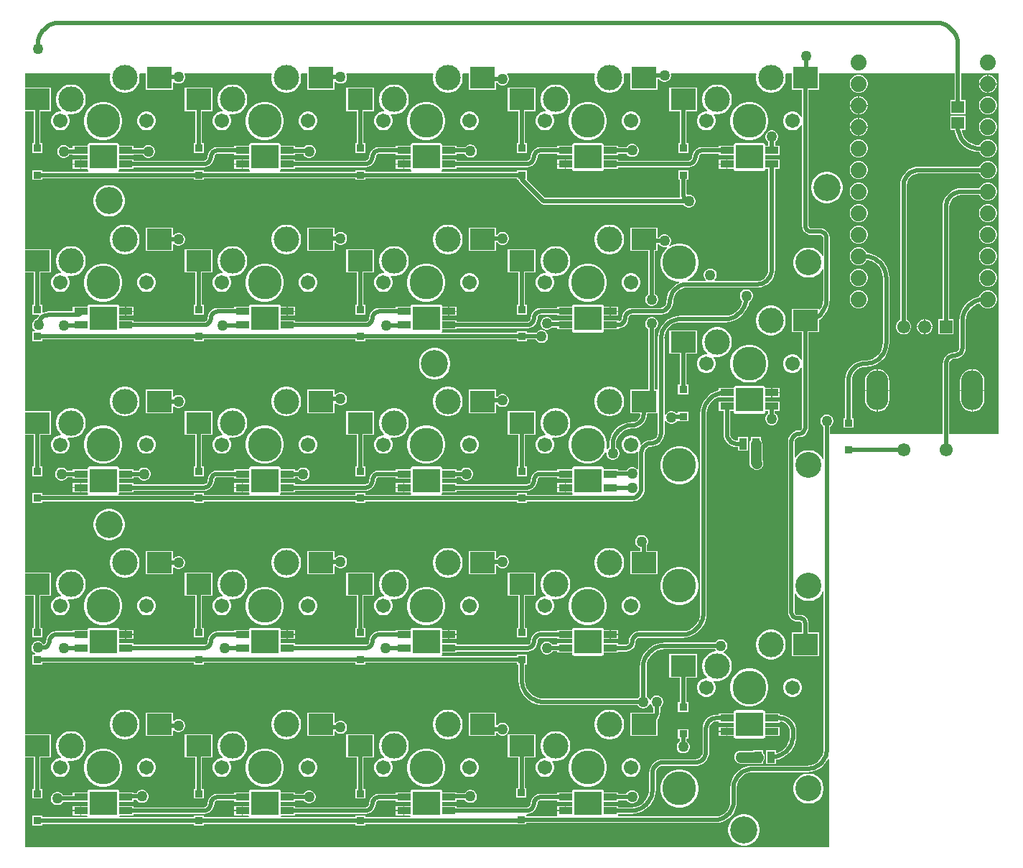
<source format=gbl>
%FSTAX23Y23*%
%MOIN*%
%SFA1B1*%

%IPPOS*%
%AMD21*
4,1,8,0.000000,-0.092500,0.000000,-0.092500,0.051200,-0.041300,0.051200,0.041300,0.000000,0.092500,0.000000,0.092500,-0.051200,0.041300,-0.051200,-0.041300,0.000000,-0.092500,0.0*
1,1,0.102360,0.000000,-0.041300*
1,1,0.102360,0.000000,-0.041300*
1,1,0.102360,0.000000,0.041300*
1,1,0.102360,0.000000,0.041300*
%
%ADD14R,0.037400X0.053150*%
G04~CAMADD=21~8~0.0~0.0~1023.6~1850.4~511.8~0.0~15~0.0~0.0~0.0~0.0~0~0.0~0.0~0.0~0.0~0~0.0~0.0~0.0~180.0~1024.0~1849.0*
%ADD21D21*%
%ADD22C,0.061020*%
%ADD23R,0.061020X0.061020*%
%ADD27C,0.020000*%
%ADD28C,0.118110*%
%ADD29C,0.067000*%
%ADD30C,0.157000*%
%ADD31R,0.125980X0.110240*%
%ADD32C,0.125980*%
%ADD33C,0.074000*%
%ADD34C,0.157010*%
%ADD35C,0.120000*%
%ADD36C,0.050000*%
%ADD37C,0.050000*%
%ADD38R,0.037400X0.035430*%
%ADD39R,0.118110X0.098430*%
%ADD40R,0.062990X0.032280*%
%ADD41R,0.061020X0.055120*%
%LNnumpadpcb-1*%
%LPD*%
G36*
X18684Y08249D02*
X18733D01*
Y08122*
X18732Y08122*
X18728Y08121*
X18723Y0813*
X18715Y08138*
X18705Y08144*
X18694Y08147*
X18682*
X18671Y08144*
X18661Y08138*
X18653Y0813*
X18648Y0812*
X18645Y08109*
Y08098*
X18648Y08087*
X18653Y08077*
X18661Y08069*
X18671Y08063*
X18682Y0806*
X18694*
X18705Y08063*
X18715Y08069*
X18723Y08077*
X18728Y08086*
X18732Y08085*
X18733Y08085*
Y07617*
X18733*
X18734Y07606*
X18738Y07596*
X18745Y07587*
X18754Y0758*
X18764Y07576*
X18775Y07575*
Y07575*
X18818*
X18818Y07575*
X18823Y07574*
X18827Y07571*
X1883Y07567*
X18831Y07563*
X18831Y07562*
Y07479*
X18826Y07478*
X18825Y0748*
X18818Y07491*
X18808Y07501*
X18796Y07508*
X18784Y07514*
X1877Y07516*
X18756*
X18743Y07514*
X1873Y07508*
X18719Y07501*
X18709Y07491*
X18701Y0748*
X18696Y07467*
X18693Y07453*
Y0744*
X18696Y07426*
X18701Y07413*
X18709Y07402*
X18719Y07392*
X1873Y07385*
X18743Y07379*
X18756Y07377*
X1877*
X18784Y07379*
X18796Y07385*
X18808Y07392*
X18818Y07402*
X18825Y07413*
X18826Y07415*
X18831Y07414*
Y07274*
X18831Y07274*
X18829Y07258*
X18825Y07243*
X18817Y07228*
X18817Y07228*
X18812Y0723*
Y07232*
X18684*
Y07124*
X18733*
Y06997*
X18728Y06996*
X18723Y07004*
X18715Y07013*
X18705Y07018*
X18694Y07021*
X18682*
X18671Y07018*
X18661Y07013*
X18653Y07004*
X18648Y06995*
X18645Y06984*
Y06972*
X18648Y06961*
X18653Y06951*
X18661Y06943*
X18671Y06937*
X18682Y06935*
X18694*
X18705Y06937*
X18715Y06943*
X18723Y06951*
X18728Y0696*
X18733Y06958*
Y06681*
X18733Y06681*
X18732Y06676*
X18729Y06672*
X18725Y06669*
X18725Y06669*
X1872Y06668*
X18707Y06667*
X18694Y06662*
X18683Y06653*
X18675Y06643*
X1867Y0663*
X18668Y06617*
X18668*
Y05825*
X18668*
X1867Y05814*
X18674Y05803*
X18681Y05794*
X1869Y05787*
X18701Y05783*
X18712Y05781*
Y05781*
X18724*
Y05781*
X18727Y05781*
X1873Y05779*
X18732Y05776*
X18733Y05773*
X18733*
Y0573*
X18684*
Y05621*
X18812*
Y0573*
X18763*
Y05773*
X18763*
X18762Y05783*
X18758Y05793*
X18752Y05801*
X18744Y05807*
X18734Y05811*
X18724Y05812*
Y05812*
X18712*
X18712Y05812*
X18707Y05813*
X18703Y05816*
X187Y0582*
X18699Y05825*
X18699Y05825*
Y05908*
X18704Y0591*
X18709Y05902*
X18719Y05892*
X1873Y05885*
X18743Y05879*
X18756Y05877*
X1877*
X18784Y05879*
X18796Y05885*
X18808Y05892*
X18818Y05902*
X18825Y05913*
X18828Y05921*
X18833Y0592*
Y05192*
X18833Y05191*
X18832Y05177*
X18828Y05162*
X1882Y05148*
X1881Y05136*
X18798Y05126*
X18785Y05119*
X1877Y05115*
X18755Y05113*
X18755Y05113*
X18503*
Y05113*
X18487Y05112*
X18471Y05108*
X18456Y05102*
X18442Y05093*
X1843Y05083*
X18419Y0507*
X18411Y05057*
X18405Y05041*
X18401Y05026*
X184Y05009*
X184*
Y04946*
X184Y04946*
X18398Y04933*
X18394Y0492*
X18388Y04908*
X1838Y04898*
X18369Y04889*
X18357Y04883*
X18345Y04879*
X18332Y04878*
X18331Y04878*
X17879*
X17879Y04883*
Y04889*
X17938*
Y04889*
X17956Y0489*
X17974Y04894*
X17991Y04901*
X18006Y04911*
X1802Y04922*
X18032Y04936*
X18041Y04952*
X18048Y04968*
X18052Y04986*
X18054Y05004*
X18054*
Y05078*
X18054Y05079*
X18055Y05087*
X18058Y05095*
X18063Y05102*
X1807Y05108*
X18079Y05111*
X18087Y05112*
X18087Y05112*
X18238*
Y05112*
X1825Y05113*
X18262Y05117*
X18274Y05123*
X18283Y05131*
X18291Y05141*
X18297Y05151*
X18297Y05151*
X18297Y05151*
X18297Y05152*
X18301Y05164*
X18302Y05177*
X18302*
Y05285*
X18302Y05285*
X18303Y05294*
X18307Y05302*
X18312Y05309*
X18319Y05314*
X18327Y05318*
X18336Y05319*
X18336Y05319*
X18347*
Y05313*
X18415*
Y05292*
X18386*
Y05271*
Y0525*
X18415*
Y05249*
X18416Y05246*
X18418Y05242*
X18421Y0524*
X18425Y05239*
X18551*
X18555Y0524*
X18558Y05242*
X18561Y05246*
X18561Y05249*
Y0525*
X18629*
Y05292*
X18561*
Y05313*
X18629*
Y05315*
X18633Y05318*
X1864Y05317*
X18652Y05312*
X18662Y05304*
X1867Y05294*
X18675Y05282*
X18677Y0527*
X18676Y05269*
Y05253*
X18677Y05252*
X18675Y05236*
X1867Y05221*
X18662Y05206*
X18652Y05193*
X18639Y05182*
X18624Y05175*
X18616Y05172*
X18612Y05175*
Y05185*
X18564*
Y05121*
X18612*
Y0514*
X18627Y05143*
X18644Y0515*
X1866Y0516*
X18673Y05171*
X18685Y05185*
X18694Y05201*
X18701Y05217*
X18706Y05235*
X18707Y05253*
X18707*
Y05269*
X18707*
X18706Y05285*
X18701Y053*
X18694Y05314*
X18684Y05326*
X18672Y05336*
X18658Y05343*
X18643Y05348*
X18629Y05349*
Y05355*
X18561*
Y0536*
X18561Y05363*
X18558Y05367*
X18555Y05369*
X18551Y0537*
X18425*
X18421Y05369*
X18418Y05367*
X18416Y05363*
X18415Y0536*
Y05355*
X18347*
Y05349*
X18336*
Y05349*
X18323Y05348*
X18311Y05344*
X183Y05339*
X1829Y0533*
X18282Y05321*
X18277Y0531*
X18273Y05298*
X18272Y05285*
X18272*
Y05177*
X18272Y05176*
X18271Y05168*
X18267Y0516*
X18262Y05153*
X18255Y05147*
X18246Y05144*
X18238Y05143*
X18238Y05143*
X18087*
Y05143*
X18075Y05142*
X18063Y05138*
X18052Y05132*
X18042Y05124*
X18034Y05114*
X18028Y05103*
X18024Y05091*
X18023Y05078*
X18023*
Y05004*
X18023Y05003*
X18022Y04987*
X18017Y04972*
X18009Y04957*
X17998Y04944*
X17985Y04933*
X17971Y04926*
X17955Y04921*
X17939Y04919*
X17938Y04919*
X17879*
Y04925*
X17811*
Y04946*
X17879*
Y04952*
X17919*
X1792Y04951*
X17926Y04945*
X17933Y04941*
X1794Y04939*
X17948*
X17956Y04941*
X17963Y04945*
X17968Y04951*
X17972Y04957*
X17974Y04965*
Y04973*
X17972Y04981*
X17968Y04987*
X17963Y04993*
X17956Y04997*
X17948Y04999*
X1794*
X17933Y04997*
X17926Y04993*
X1792Y04987*
X17917Y04982*
X17879*
Y04988*
X17811*
Y04993*
X17811Y04996*
X17808Y05*
X17805Y05002*
X17801Y05003*
X17675*
X17671Y05002*
X17668Y05*
X17666Y04996*
X17665Y04993*
Y04988*
X17597*
Y04982*
X17518*
Y04982*
X17506Y04981*
X17495Y04976*
X17486Y04969*
X17479Y0496*
X17474Y04949*
X17473Y04937*
X17472Y04933*
X17472Y0493*
X17468Y04925*
X17462Y04921*
X17455Y04919*
X17455Y04919*
X17129*
Y04925*
X17061*
Y04946*
X17129*
Y04955*
X17167*
X17169Y04952*
X17175Y04946*
X17182Y04942*
X17189Y0494*
X17197*
X17205Y04942*
X17212Y04946*
X17217Y04952*
X17221Y04958*
X17223Y04966*
Y04974*
X17221Y04982*
X17217Y04988*
X17212Y04994*
X17205Y04998*
X17197Y05*
X17189*
X17182Y04998*
X17175Y04994*
X17169Y04988*
X17167Y04985*
X17129*
Y04988*
X17061*
Y04993*
X17061Y04996*
X17058Y05*
X17055Y05002*
X17051Y05003*
X16925*
X16921Y05002*
X16918Y05*
X16916Y04996*
X16915Y04993*
Y04988*
X16847*
Y04982*
X16768*
Y04982*
X16756Y04981*
X16745Y04976*
X16736Y04969*
X16729Y0496*
X16724Y04949*
X16723Y04937*
X16722Y04933*
X16722Y0493*
X16718Y04925*
X16712Y04921*
X16705Y04919*
X16705Y04919*
X16379*
Y04925*
X16311*
Y04946*
X16379*
Y04953*
X16419*
X1642Y0495*
X16426Y04944*
X16433Y0494*
X1644Y04938*
X16448*
X16456Y0494*
X16463Y04944*
X16468Y0495*
X16472Y04956*
X16474Y04964*
Y04972*
X16472Y0498*
X16468Y04986*
X16463Y04992*
X16456Y04996*
X16448Y04998*
X1644*
X16433Y04996*
X16426Y04992*
X1642Y04986*
X16419Y04983*
X16379*
Y04988*
X16311*
Y04993*
X16311Y04996*
X16308Y05*
X16305Y05002*
X16301Y05003*
X16175*
X16171Y05002*
X16168Y05*
X16166Y04996*
X16165Y04993*
Y04988*
X16097*
Y04982*
X16018*
Y04982*
X16006Y04981*
X15995Y04976*
X15986Y04969*
X15979Y0496*
X15974Y04949*
X15973Y04937*
X15972Y04933*
X15972Y0493*
X15968Y04925*
X15962Y04921*
X15955Y04919*
X15955Y04919*
X15629*
Y04925*
X15561*
Y04946*
X15629*
Y04955*
X15643*
X15645Y04952*
X1565Y04946*
X15657Y04942*
X15665Y0494*
X15673*
X1568Y04942*
X15687Y04946*
X15693Y04952*
X15697Y04958*
X15699Y04966*
Y04974*
X15697Y04982*
X15693Y04988*
X15687Y04994*
X1568Y04998*
X15673Y05*
X15665*
X15657Y04998*
X1565Y04994*
X15645Y04988*
X15643Y04985*
X15629*
Y04988*
X15561*
Y04993*
X15561Y04996*
X15558Y05*
X15555Y05002*
X15551Y05003*
X15425*
X15421Y05002*
X15418Y05*
X15416Y04996*
X15415Y04993*
Y04988*
X15347*
Y04975*
X15301*
X15299Y04979*
X15294Y04984*
X15287Y04988*
X15279Y0499*
X15271*
X15264Y04988*
X15257Y04984*
X15251Y04979*
X15247Y04972*
X15245Y04964*
Y04956*
X15247Y04949*
X15251Y04942*
X15257Y04936*
X15264Y04932*
X15271Y0493*
X15279*
X15287Y04932*
X15294Y04936*
X15299Y04942*
X15301Y04945*
X15377*
Y04945*
X15383Y04946*
X15415*
Y04925*
X15386*
Y04904*
Y04883*
X15413*
X15416Y04878*
X15416Y04878*
X15413Y04874*
X15205*
Y04881*
X15158*
Y04836*
X15205*
Y04843*
X15908*
Y04836*
X15955*
Y04843*
X16658*
Y04836*
X16705*
Y04843*
X17405*
Y0484*
X17452*
Y04847*
X17672*
X17672Y04847*
X17672Y04847*
X17672*
X17673Y04847*
X17675Y04847*
Y04847*
X17801*
Y04847*
X17803Y04847*
X17804Y04847*
X17804*
X17805Y04847*
X17805Y04847*
X18331*
Y04847*
X18351Y04849*
X18369Y04855*
X18386Y04864*
X18401Y04876*
X18414Y04891*
X18423Y04908*
X18428Y04927*
X1843Y04946*
X1843*
Y05009*
X1843Y0501*
X18431Y05024*
X18436Y05037*
X18442Y0505*
X18452Y05061*
X18463Y0507*
X18475Y05077*
X18489Y05081*
X18503Y05083*
X18503Y05083*
X18755*
Y05083*
X18772Y05084*
X18788Y05088*
X18804Y05095*
X18819Y05103*
X18832Y05115*
X18843Y05128*
X18852Y05142*
X18853Y05144*
X18858Y05143*
Y04734*
X15127*
Y0515*
X15166*
Y05005*
X15158*
Y0496*
X15205*
Y05005*
X15197*
Y0515*
X15245*
Y05258*
X15127*
Y059*
X15166*
Y05753*
X15158*
Y05707*
X15205*
Y05753*
X15196*
Y059*
X15245*
Y06008*
X15127*
Y06649*
X15166*
Y06501*
X15158*
Y06455*
X15205*
Y06501*
X15197*
Y06649*
X15245*
Y06757*
X15127*
Y074*
X15166*
Y07252*
X15158*
Y07206*
X15189*
X1519Y07203*
X15191Y07201*
X15183Y07192*
X15181Y07187*
X15177Y07186*
X1517Y07182*
X15164Y07176*
X1516Y07169*
X15158Y07162*
Y07154*
X1516Y07146*
X15164Y07139*
X1517Y07134*
X15172Y07133*
X15171Y07128*
X15158*
Y07082*
X15205*
Y0709*
X15908*
Y07082*
X15955*
Y0709*
X16658*
Y07082*
X16705*
Y0709*
X17408*
Y07082*
X17455*
Y0709*
X17497*
X17499Y07085*
X17505Y0708*
X17512Y07076*
X17519Y07074*
X17527*
X17535Y07076*
X17542Y0708*
X17547Y07085*
X17551Y07092*
X17553Y071*
Y07108*
X17551Y07115*
X17547Y07122*
X17542Y07128*
X17535Y07132*
X17527Y07134*
X17519*
X17512Y07132*
X17505Y07128*
X17499Y07122*
X17498Y0712*
X17455*
Y07128*
X17408*
Y0712*
X1706*
X17058Y07125*
X17058Y07125*
X17061Y07128*
X17061Y07132*
Y07137*
X17129*
Y07143*
X17459*
Y07143*
X1747Y07144*
X17481Y07149*
X17491Y07156*
X17498Y07165*
X17502Y07176*
X17504Y07187*
X17504Y07192*
X17505Y07194*
X17509Y072*
X17515Y07204*
X17521Y07206*
X17522Y07206*
X17597*
Y072*
X17665*
Y07179*
X17597*
Y07177*
X17577*
X17573Y07183*
X17567Y07189*
X1756Y07193*
X17553Y07195*
X17545*
X17537Y07193*
X1753Y07189*
X17525Y07183*
X17521Y07176*
X17519Y07169*
Y07161*
X17521Y07153*
X17525Y07146*
X1753Y07141*
X17537Y07137*
X17545Y07135*
X17553*
X1756Y07137*
X17567Y07141*
X17572Y07146*
X17597*
Y07137*
X17665*
Y07132*
X17666Y07128*
X17668Y07125*
X17671Y07123*
X17675Y07122*
X17801*
X17805Y07123*
X17808Y07125*
X17811Y07128*
X17811Y07132*
Y07137*
X17879*
Y07139*
X17882Y07143*
X17893Y07144*
X17904Y07149*
X17914Y07156*
X17921Y07165*
X17925Y07176*
X17927Y07187*
X17927Y07192*
X17928Y07195*
X17932Y072*
X17937Y07204*
X17944Y07205*
X17944Y07205*
X18076*
Y07205*
X18091Y07207*
X18105Y07213*
X18117Y07222*
X18126Y07234*
X18132Y07248*
X18134Y07263*
X18134Y07268*
X18135Y07276*
X18139Y07289*
X18145Y07301*
X18153Y07311*
X18164Y0732*
X18176Y07326*
X18188Y0733*
X18201Y07331*
X18202Y07331*
X18525*
Y07331*
X18541Y07333*
X18557Y07337*
X18571Y07345*
X18584Y07355*
X18594Y07368*
X18602Y07382*
X18606Y07398*
X18608Y07414*
X18608*
Y07883*
X18629*
Y07925*
X18561*
Y07946*
X18629*
Y07988*
X18608*
Y08006*
X1861Y08007*
X18616Y08013*
X1862Y08019*
X18622Y08027*
Y08035*
X1862Y08043*
X18616Y08049*
X1861Y08055*
X18604Y08059*
X18596Y08061*
X18588*
X1858Y08059*
X18574Y08055*
X18568Y08049*
X18564Y08043*
X18562Y08035*
Y08027*
X18564Y08019*
X18568Y08013*
X18574Y08007*
X18577Y08005*
Y07988*
X18561*
Y07992*
X18561Y07996*
X18558Y07999*
X18555Y08002*
X18551Y08002*
X18425*
X18421Y08002*
X18418Y07999*
X18416Y07996*
X18415Y07992*
Y07988*
X18347*
Y07982*
X18268*
Y07982*
X18256Y07981*
X18245Y07976*
X18236Y07969*
X18229Y0796*
X18224Y07949*
X18223Y07937*
X18222Y07932*
X18222Y0793*
X18218Y07924*
X18212Y0792*
X18205Y07919*
X18205Y07919*
X17879*
Y07925*
X17811*
Y07946*
X17879*
Y07951*
X17918*
X1792Y07948*
X17926Y07943*
X17933Y07939*
X1794Y07937*
X17948*
X17956Y07939*
X17963Y07943*
X17968Y07948*
X17972Y07955*
X17974Y07963*
Y07971*
X17972Y07978*
X17968Y07985*
X17963Y07991*
X17956Y07995*
X17948Y07997*
X1794*
X17933Y07995*
X17926Y07991*
X1792Y07985*
X17918Y07982*
X17879*
Y07988*
X17811*
Y07992*
X17811Y07996*
X17808Y07999*
X17805Y08002*
X17801Y08002*
X17675*
X17671Y08002*
X17668Y07999*
X17666Y07996*
X17665Y07992*
Y07988*
X17597*
Y07982*
X17518*
Y07982*
X17506Y07981*
X17495Y07976*
X17486Y07969*
X17479Y0796*
X17474Y07949*
X17473Y07937*
X17472Y07932*
X17472Y0793*
X17468Y07924*
X17462Y0792*
X17455Y07919*
X17455Y07919*
X17129*
Y07925*
X17061*
Y07946*
X17129*
Y07951*
X17166*
X17169Y07945*
X17175Y0794*
X17182Y07936*
X17189Y07934*
X17197*
X17205Y07936*
X17212Y0794*
X17217Y07945*
X17221Y07952*
X17223Y0796*
Y07967*
X17221Y07975*
X17217Y07982*
X17212Y07988*
X17205Y07992*
X17197Y07994*
X17189*
X17182Y07992*
X17175Y07988*
X17169Y07982*
X17169Y07982*
X17129*
Y07988*
X17061*
Y07992*
X17061Y07996*
X17058Y07999*
X17055Y08002*
X17051Y08002*
X16925*
X16921Y08002*
X16918Y07999*
X16916Y07996*
X16915Y07992*
Y07988*
X16847*
Y07982*
X16768*
Y07982*
X16756Y07981*
X16745Y07976*
X16736Y07969*
X16729Y0796*
X16724Y07949*
X16723Y07937*
X16722Y07932*
X16722Y0793*
X16718Y07924*
X16712Y0792*
X16705Y07919*
X16705Y07919*
X16379*
Y07925*
X16311*
Y07946*
X16379*
Y0795*
X16418*
X1642Y07945*
X16426Y07939*
X16433Y07935*
X1644Y07933*
X16448*
X16456Y07935*
X16463Y07939*
X16468Y07945*
X16472Y07951*
X16474Y07959*
Y07967*
X16472Y07975*
X16468Y07981*
X16463Y07987*
X16456Y07991*
X16448Y07993*
X1644*
X16433Y07991*
X16426Y07987*
X1642Y07981*
X1642Y0798*
X16379*
Y07988*
X16311*
Y07992*
X16311Y07996*
X16308Y07999*
X16305Y08002*
X16301Y08002*
X16175*
X16171Y08002*
X16168Y07999*
X16166Y07996*
X16165Y07992*
Y07988*
X16097*
Y07982*
X16018*
Y07982*
X16006Y07981*
X15995Y07976*
X15986Y07969*
X15979Y0796*
X15974Y07949*
X15973Y07937*
X15972Y07932*
X15972Y0793*
X15968Y07924*
X15962Y0792*
X15955Y07919*
X15955Y07919*
X15629*
Y07925*
X15561*
Y07946*
X15629*
Y07947*
X15673*
X15674Y07944*
X1568Y07938*
X15687Y07934*
X15694Y07932*
X15702*
X1571Y07934*
X15717Y07938*
X15722Y07944*
X15726Y07951*
X15728Y07958*
Y07966*
X15726Y07974*
X15722Y07981*
X15717Y07986*
X1571Y0799*
X15702Y07992*
X15694*
X15687Y0799*
X1568Y07986*
X15674Y07981*
X15673Y07977*
X15629*
Y07988*
X15561*
Y07992*
X15561Y07996*
X15558Y07999*
X15555Y08002*
X15551Y08002*
X15425*
X15421Y08002*
X15418Y07999*
X15416Y07996*
X15415Y07992*
Y07988*
X15347*
Y07977*
X1533*
X15329Y07981*
X15323Y07986*
X15316Y0799*
X15309Y07992*
X15301*
X15293Y0799*
X15286Y07986*
X15281Y07981*
X15277Y07974*
X15275Y07966*
Y07958*
X15277Y07951*
X15281Y07944*
X15286Y07938*
X15293Y07934*
X15301Y07932*
X15309*
X15316Y07934*
X15323Y07938*
X15329Y07944*
X1533Y07947*
X15347*
Y07946*
X15415*
Y07925*
X15386*
Y07904*
Y07883*
X15415*
Y07882*
X15416Y07878*
X15418Y07875*
X15418Y07869*
X15417Y07868*
X15205*
Y07876*
X15158*
Y0783*
X15205*
Y07838*
X15908*
Y0783*
X15955*
Y07838*
X16658*
Y0783*
X16705*
Y07838*
X17408*
Y0783*
X17417*
X17418Y07826*
X17421Y07821*
X17521Y07721*
X17526Y07718*
X17532Y07716*
X18182*
X18184Y07713*
X1819Y07708*
X18197Y07704*
X18204Y07702*
X18212*
X1822Y07704*
X18227Y07708*
X18232Y07713*
X18236Y0772*
X18238Y07728*
Y07736*
X18236Y07743*
X18232Y0775*
X18227Y07756*
X1822Y0776*
X18212Y07762*
X18204*
X18201Y07761*
X18197Y07764*
Y0783*
X18205*
Y07876*
X18158*
Y0783*
X18166*
Y07758*
X18166*
X18167Y07752*
X18163Y07747*
X17538*
X17459Y07827*
X17455Y0783*
Y07876*
X17408*
Y07868*
X1706*
X17059Y07869*
X17058Y07875*
X17061Y07878*
X17061Y07882*
Y07883*
X17129*
Y07888*
X17455*
Y07888*
X17467Y0789*
X17479Y07895*
X17489Y07903*
X17497Y07913*
X17502Y07924*
X17504Y07937*
X17504Y07942*
X17505Y07943*
X17508Y07947*
X17512Y0795*
X17518Y07951*
X17518Y07951*
X17597*
Y07946*
X17665*
Y07925*
X17636*
Y07904*
Y07883*
X17665*
Y07882*
X17666Y07878*
X17668Y07875*
X17671Y07873*
X17675Y07872*
X17801*
X17805Y07873*
X17808Y07875*
X17811Y07878*
X17811Y07882*
Y07883*
X17879*
Y07888*
X18205*
Y07888*
X18217Y0789*
X18229Y07895*
X18239Y07903*
X18247Y07913*
X18252Y07924*
X18254Y07937*
X18254Y07942*
X18255Y07943*
X18258Y07947*
X18262Y0795*
X18268Y07951*
X18268Y07951*
X18347*
Y07946*
X18415*
Y07925*
X18386*
Y07904*
Y07883*
X18415*
Y07882*
X18416Y07878*
X18418Y07875*
X18421Y07873*
X18425Y07872*
X18551*
X18555Y07873*
X18558Y07875*
X18561Y07878*
X18561Y07882*
Y07883*
X18577*
Y07414*
X18577Y07414*
X18576Y07401*
X1857Y07388*
X18562Y07377*
X18551Y07369*
X18538Y07363*
X18525Y07362*
X18525Y07362*
X18328*
X18326Y07367*
X18331Y07371*
X18335Y07378*
X18337Y07385*
Y07393*
X18335Y07401*
X18331Y07408*
X18325Y07413*
X18318Y07417*
X18311Y07419*
X18303*
X18295Y07417*
X18288Y07413*
X18283Y07408*
X18279Y07401*
X18277Y07393*
Y07385*
X18279Y07378*
X18283Y07371*
X18287Y07367*
X18285Y07362*
X18207*
X18202Y07362*
X18202Y07367*
X18205Y07368*
X1822Y07378*
X18232Y0739*
X18242Y07405*
X18248Y07421*
X18252Y07438*
Y07455*
X18248Y07472*
X18242Y07488*
X18232Y07503*
X1822Y07515*
X18205Y07525*
X18189Y07532*
X18172Y07535*
X18155*
X18138Y07532*
X18121Y07525*
X18119Y07523*
X18116Y07527*
X18118Y07529*
X18122Y07536*
X18124Y07544*
Y07552*
X18122Y07559*
X18118Y07566*
X18112Y07572*
X18106Y07576*
X18098Y07578*
X1809*
X18082Y07576*
X18076Y07572*
X1807Y07566*
X18068Y07563*
X18062*
Y07608*
X17934*
Y075*
X1802*
Y07301*
X18017Y07299*
X18011Y07294*
X18007Y07287*
X18005Y07279*
Y07271*
X18007Y07264*
X18011Y07257*
X18017Y07251*
X18023Y07247*
X18031Y07245*
X18039*
X18047Y07247*
X18053Y07251*
X18059Y07257*
X18063Y07264*
X18065Y07271*
Y07279*
X18063Y07287*
X18059Y07294*
X18053Y07299*
X1805Y07301*
Y075*
X18062*
Y07532*
X18068*
X1807Y07529*
X18076Y07524*
X18082Y0752*
X1809Y07518*
X18098*
X18104Y07519*
X18107Y07515*
X18095Y07503*
X18085Y07488*
X18078Y07472*
X18075Y07455*
Y07438*
X18078Y07421*
X18085Y07405*
X18095Y0739*
X18107Y07378*
X18121Y07368*
X18138Y07362*
X18155Y07358*
X18161*
X18162Y07353*
X18147Y07345*
X18132Y07333*
X18119Y07318*
X1811Y07301*
X18105Y07282*
X18103Y07263*
X18102Y07258*
X18102Y07256*
X18099Y07249*
X18095Y07244*
X1809Y0724*
X18083Y07237*
X18076Y07236*
X18076Y07236*
X17944*
Y07236*
X17932Y07234*
X1792Y0723*
X1791Y07222*
X17902Y07212*
X17898Y072*
X17896Y07188*
X17895Y07183*
X17895Y07182*
X17892Y07177*
X17887Y07174*
X17884Y07174*
X17879Y07177*
Y07179*
X17811*
Y072*
X1784*
Y07221*
Y07242*
X17811*
Y07243*
X17811Y07246*
X17808Y0725*
X17805Y07252*
X17801Y07253*
X17675*
X17671Y07252*
X17668Y0725*
X17666Y07246*
X17665Y07243*
Y07242*
X17597*
Y07236*
X17522*
Y07236*
X17509Y07235*
X17497Y0723*
X17487Y07222*
X17479Y07212*
X17475Y072*
X17473Y07187*
X17472Y07183*
X17472Y07182*
X17469Y07177*
X17464Y07174*
X17459Y07173*
X17459Y07173*
X17129*
Y07179*
X17061*
Y072*
X1709*
Y07221*
Y07242*
X17061*
Y07243*
X17061Y07246*
X17058Y0725*
X17055Y07252*
X17051Y07253*
X16925*
X16921Y07252*
X16918Y0725*
X16916Y07246*
X16915Y07243*
Y07242*
X16847*
Y07236*
X16772*
Y07236*
X16759Y07235*
X16747Y0723*
X16737Y07222*
X16729Y07212*
X16725Y072*
X16723Y07187*
X16722Y07183*
X16722Y07182*
X16719Y07177*
X16714Y07174*
X16709Y07173*
X16709Y07173*
X16379*
Y07179*
X16311*
Y072*
X1634*
Y07221*
Y07242*
X16311*
Y07243*
X16311Y07246*
X16308Y0725*
X16305Y07252*
X16301Y07253*
X16175*
X16171Y07252*
X16168Y0725*
X16166Y07246*
X16165Y07243*
Y07242*
X16097*
Y07236*
X16022*
Y07236*
X16009Y07235*
X15997Y0723*
X15987Y07222*
X15979Y07212*
X15975Y072*
X15973Y07187*
X15972Y07183*
X15972Y07182*
X15969Y07177*
X15964Y07174*
X15959Y07173*
X15959Y07173*
X15629*
Y07179*
X15561*
Y072*
X1559*
Y07221*
Y07242*
X15561*
Y07243*
X15561Y07246*
X15558Y0725*
X15555Y07252*
X15551Y07253*
X15425*
X15421Y07252*
X15418Y0725*
X15416Y07246*
X15415Y07243*
Y07242*
X15347*
Y0722*
X15235*
X15223Y07218*
X15211Y07215*
X1521Y07214*
X15205Y07217*
Y07252*
X15197*
Y074*
X15245*
Y07508*
X15127*
Y08149*
X15166*
Y08*
X15158*
Y07954*
X15205*
Y08*
X15197*
Y08149*
X15245*
Y08258*
X15127*
Y08326*
X15518*
X15522Y08321*
X15519Y0831*
Y08297*
X15522Y08283*
X15527Y08271*
X15535Y0826*
X15544Y0825*
X15556Y08242*
X15568Y08237*
X15581Y08235*
X15595*
X15608Y08237*
X15621Y08242*
X15632Y0825*
X15642Y0826*
X15649Y08271*
X15655Y08283*
X15657Y08297*
Y0831*
X15655Y08321*
X15658Y08326*
X15684*
Y08249*
X15812*
Y08283*
X15817Y08285*
X1582Y08283*
X15827Y08279*
X15834Y08277*
X15842*
X1585Y08279*
X15857Y08283*
X15862Y08288*
X15866Y08295*
X15868Y08303*
Y08311*
X15866Y08318*
X15864Y08321*
X15867Y08326*
X16268*
X16272Y08321*
X16269Y0831*
Y08297*
X16272Y08283*
X16277Y08271*
X16285Y0826*
X16294Y0825*
X16306Y08242*
X16318Y08237*
X16331Y08235*
X16345*
X16358Y08237*
X16371Y08242*
X16382Y0825*
X16392Y0826*
X16399Y08271*
X16405Y08283*
X16407Y08297*
Y0831*
X16405Y08321*
X16408Y08326*
X16434*
Y08249*
X16562*
Y08285*
X16562Y08286*
X16567Y08287*
X16572Y08283*
X16578Y08279*
X16586Y08277*
X16594*
X16602Y08279*
X16608Y08283*
X16614Y08288*
X16618Y08295*
X1662Y08303*
Y08311*
X16618Y08318*
X16616Y08321*
X16619Y08326*
X17018*
X17022Y08321*
X17019Y0831*
Y08297*
X17022Y08283*
X17027Y08271*
X17035Y0826*
X17044Y0825*
X17056Y08242*
X17068Y08237*
X17081Y08235*
X17095*
X17108Y08237*
X17121Y08242*
X17132Y0825*
X17142Y0826*
X17149Y08271*
X17155Y08283*
X17157Y08297*
Y0831*
X17155Y08321*
X17158Y08326*
X17184*
Y08249*
X17312*
Y0828*
X17317Y08282*
X17318Y0828*
X17324Y08275*
X1733Y08271*
X17338Y08269*
X17346*
X17354Y08271*
X1736Y08275*
X17366Y0828*
X1737Y08287*
X17372Y08295*
Y08303*
X1737Y0831*
X17366Y08317*
X17362Y08321*
X17364Y08326*
X17768*
X17772Y08321*
X17769Y0831*
Y08297*
X17772Y08283*
X17777Y08271*
X17785Y0826*
X17794Y0825*
X17806Y08242*
X17818Y08237*
X17831Y08235*
X17845*
X17858Y08237*
X17871Y08242*
X17882Y0825*
X17892Y0826*
X17899Y08271*
X17905Y08283*
X17907Y08297*
Y0831*
X17905Y08321*
X17908Y08326*
X17934*
Y08249*
X18062*
Y08299*
X18068*
X1807Y08296*
X18076Y0829*
X18082Y08287*
X1809Y08284*
X18098*
X18106Y08287*
X18112Y0829*
X18118Y08296*
X18122Y08303*
X18124Y08311*
Y08318*
X18123Y08321*
X18127Y08326*
X18518*
X18521Y08321*
X18519Y0831*
Y08297*
X18522Y08283*
X18527Y08271*
X18534Y0826*
X18544Y0825*
X18555Y08242*
X18568Y08237*
X18581Y08235*
X18595*
X18608Y08237*
X18621Y08242*
X18632Y0825*
X18642Y0826*
X18649Y08271*
X18654Y08283*
X18657Y08297*
Y0831*
X18655Y08321*
X18658Y08326*
X18684*
Y08249*
G37*
G36*
X19645Y06653D02*
X19416D01*
Y06974*
X19416Y06974*
X19417Y06981*
X1942Y06987*
X19424Y06993*
X19429Y06997*
X19436Y07*
X19438Y07*
X19443Y07*
X19456Y07002*
X19468Y07007*
X19478Y07015*
X19486Y07026*
X19492Y07038*
X19493Y07051*
X19493*
Y07176*
X19493Y07177*
X19495Y07192*
X19499Y07208*
X19507Y07223*
X19518Y07236*
X19531Y07246*
X19545Y07254*
X19557Y07258*
X19562Y0725*
X1957Y07242*
X19579Y07237*
X1959Y07234*
X19601*
X19612Y07237*
X19621Y07242*
X19629Y0725*
X19635Y0726*
X19638Y0727*
Y07281*
X19635Y07292*
X19629Y07302*
X19621Y07309*
X19612Y07315*
X19601Y07318*
X1959*
X19579Y07315*
X1957Y07309*
X19562Y07302*
X19556Y07292*
X19556Y07289*
X19542Y07286*
X19525Y07279*
X1951Y07269*
X19496Y07257*
X19485Y07244*
X19475Y07228*
X19468Y07212*
X19464Y07194*
X19462Y07176*
X19463*
Y07051*
X19463Y07051*
X19461Y07043*
X19457Y07037*
X1945Y07032*
X19447Y07032*
X19443Y07031*
X19428Y07029*
X19414Y07024*
X19402Y07015*
X19393Y07003*
X19388Y06989*
X19386Y06974*
X19386*
Y06653*
X18863*
Y06686*
X18866Y06688*
X18872Y06694*
X18876Y06701*
X18878Y06708*
Y06716*
X18876Y06724*
X18872Y06731*
X18866Y06736*
X1886Y0674*
X18852Y06742*
X18844*
X18836Y0674*
X1883Y06736*
X18824Y06731*
X1882Y06724*
X18818Y06716*
Y06708*
X1882Y06701*
X18824Y06694*
X1883Y06688*
X18833Y06686*
Y06535*
X18828Y06534*
X18825Y0654*
X18818Y06551*
X18808Y06561*
X18796Y06568*
X18784Y06574*
X1877Y06576*
X18756*
X18743Y06574*
X1873Y06568*
X18719Y06561*
X18709Y06551*
X18704Y06543*
X18699Y06545*
Y06617*
X18699Y06617*
X187Y06625*
X18705Y06632*
X18712Y06636*
X18715Y06637*
X1872Y06638*
X18731Y06639*
X18742Y06643*
X18751Y0665*
X18757Y06659*
X18762Y0667*
X18763Y06681*
X18763*
Y07124*
X18812*
Y07181*
X18815Y07183*
X18828Y07194*
X1884Y07208*
X18849Y07223*
X18856Y07239*
X1886Y07257*
X18861Y07274*
X18861*
Y07562*
X18861*
X1886Y07574*
X18856Y07584*
X18849Y07593*
X1884Y076*
X1883Y07604*
X18818Y07605*
Y07605*
X18775*
X18775*
X18771Y07606*
X18767Y07609*
X18764Y07613*
X18763Y07617*
X18763Y07617*
Y08249*
X18812*
Y08326*
X19441*
Y08201*
X19421*
Y08136*
X19492*
Y08201*
X19471*
Y08326*
X19645*
Y06653*
G37*
G36*
X16768Y07951D02*
X16847D01*
Y07946*
X16915*
Y07925*
X16886*
Y07904*
Y07883*
X16915*
Y07882*
X16916Y07878*
X16918Y07875*
X16918Y07869*
X16917Y07868*
X16705*
Y07876*
X16658*
Y07868*
X1631*
X16309Y07869*
X16308Y07875*
X16311Y07878*
X16311Y07882*
Y07883*
X16379*
Y07888*
X16705*
Y07888*
X16717Y0789*
X16729Y07895*
X16739Y07903*
X16747Y07913*
X16752Y07924*
X16754Y07937*
X16754Y07942*
X16755Y07943*
X16758Y07947*
X16762Y0795*
X16768Y07951*
X16768Y07951*
G37*
G36*
X16018D02*
X16097D01*
Y07946*
X16165*
Y07925*
X16136*
Y07904*
Y07883*
X16165*
Y07882*
X16166Y07878*
X16168Y07875*
X16168Y07869*
X16167Y07868*
X15955*
Y07876*
X15908*
Y07868*
X1556*
X15559Y07869*
X15558Y07875*
X15561Y07878*
X15561Y07882*
Y07883*
X15629*
Y07888*
X15955*
Y07888*
X15967Y0789*
X15979Y07895*
X15989Y07903*
X15997Y07913*
X16002Y07924*
X16004Y07937*
X16004Y07942*
X16005Y07943*
X16008Y07947*
X16012Y0795*
X16018Y07951*
X16018Y07951*
G37*
G36*
X16768Y04952D02*
X16847D01*
Y04946*
X16915*
Y04925*
X16886*
Y04904*
Y04883*
X16913*
X16916Y04878*
X16916Y04878*
X16913Y04874*
X16705*
Y04881*
X16658*
Y04874*
X16314*
X16311Y04878*
X16311Y04878*
X16314Y04883*
X16379*
Y04889*
X16705*
Y04889*
X16717Y0489*
X16729Y04895*
X16739Y04903*
X16747Y04913*
X16752Y04925*
X16754Y04937*
X16754Y04942*
X16755Y04943*
X16758Y04948*
X16762Y04951*
X16768Y04952*
X16768Y04952*
G37*
G36*
X16018D02*
X16097D01*
Y04946*
X16165*
Y04925*
X16136*
Y04904*
Y04883*
X16163*
X16166Y04878*
X16166Y04878*
X16163Y04874*
X15955*
Y04881*
X15908*
Y04874*
X15564*
X15561Y04878*
X15561Y04878*
X15564Y04883*
X15629*
Y04889*
X15955*
Y04889*
X15967Y0489*
X15979Y04895*
X15989Y04903*
X15997Y04913*
X16002Y04925*
X16004Y04937*
X16004Y04942*
X16005Y04943*
X16008Y04948*
X16012Y04951*
X16018Y04952*
X16018Y04952*
G37*
G36*
X17518D02*
X17597D01*
Y04946*
X17665*
Y04925*
X17636*
Y04904*
X17634*
Y04902*
X17597*
Y04883*
X17597Y04878*
X17452*
Y04885*
X17453Y04886*
X17456Y04889*
X17467Y0489*
X17479Y04895*
X17489Y04903*
X17497Y04913*
X17502Y04925*
X17504Y04937*
X17504Y04942*
X17505Y04943*
X17508Y04948*
X17512Y04951*
X17518Y04952*
X17518Y04952*
G37*
%LNnumpadpcb-2*%
%LPC*%
G36*
X18345Y08272D02*
X18331D01*
X18318Y0827*
X18305Y08265*
X18294Y08257*
X18284Y08247*
X18277Y08236*
X18272Y08224*
X18269Y0821*
Y08197*
X18272Y08183*
X18277Y08171*
X18284Y0816*
X18292Y08152*
X1829Y08147*
X18282*
X18271Y08144*
X18261Y08138*
X18253Y0813*
X18248Y0812*
X18245Y08109*
Y08098*
X18248Y08087*
X18253Y08077*
X18261Y08069*
X18271Y08063*
X18282Y0806*
X18294*
X18305Y08063*
X18315Y08069*
X18323Y08077*
X18328Y08087*
X18331Y08098*
Y08109*
X18328Y0812*
X18323Y0813*
X18321Y08131*
X18324Y08136*
X18331Y08135*
X18345*
X18358Y08137*
X18371Y08142*
X18382Y0815*
X18392Y0816*
X18399Y08171*
X18404Y08183*
X18407Y08197*
Y0821*
X18404Y08224*
X18399Y08236*
X18392Y08247*
X18382Y08257*
X18371Y08265*
X18358Y0827*
X18345Y08272*
G37*
G36*
X17595D02*
X17581D01*
X17568Y0827*
X17556Y08265*
X17544Y08257*
X17535Y08247*
X17527Y08236*
X17522Y08224*
X17519Y0821*
Y08197*
X17522Y08183*
X17527Y08171*
X17535Y0816*
X17543Y08152*
X1754Y08147*
X17533*
X17522Y08144*
X17512Y08138*
X17504Y0813*
X17498Y0812*
X17495Y08109*
Y08098*
X17498Y08087*
X17504Y08077*
X17512Y08069*
X17522Y08063*
X17533Y0806*
X17544*
X17555Y08063*
X17565Y08069*
X17573Y08077*
X17579Y08087*
X17582Y08098*
Y08109*
X17579Y0812*
X17573Y0813*
X17572Y08131*
X17574Y08136*
X17581Y08135*
X17595*
X17608Y08137*
X17621Y08142*
X17632Y0815*
X17642Y0816*
X17649Y08171*
X17655Y08183*
X17657Y08197*
Y0821*
X17655Y08224*
X17649Y08236*
X17642Y08247*
X17632Y08257*
X17621Y08265*
X17608Y0827*
X17595Y08272*
G37*
G36*
X16845D02*
X16831D01*
X16818Y0827*
X16806Y08265*
X16794Y08257*
X16785Y08247*
X16777Y08236*
X16772Y08224*
X16769Y0821*
Y08197*
X16772Y08183*
X16777Y08171*
X16785Y0816*
X16793Y08152*
X1679Y08147*
X16783*
X16772Y08144*
X16762Y08138*
X16754Y0813*
X16748Y0812*
X16745Y08109*
Y08098*
X16748Y08087*
X16754Y08077*
X16762Y08069*
X16772Y08063*
X16783Y0806*
X16794*
X16805Y08063*
X16815Y08069*
X16823Y08077*
X16829Y08087*
X16832Y08098*
Y08109*
X16829Y0812*
X16823Y0813*
X16822Y08131*
X16824Y08136*
X16831Y08135*
X16845*
X16858Y08137*
X16871Y08142*
X16882Y0815*
X16892Y0816*
X16899Y08171*
X16905Y08183*
X16907Y08197*
Y0821*
X16905Y08224*
X16899Y08236*
X16892Y08247*
X16882Y08257*
X16871Y08265*
X16858Y0827*
X16845Y08272*
G37*
G36*
X16095D02*
X16081D01*
X16068Y0827*
X16056Y08265*
X16044Y08257*
X16035Y08247*
X16027Y08236*
X16022Y08224*
X16019Y0821*
Y08197*
X16022Y08183*
X16027Y08171*
X16035Y0816*
X16043Y08152*
X1604Y08147*
X16033*
X16022Y08144*
X16012Y08138*
X16004Y0813*
X15998Y0812*
X15995Y08109*
Y08098*
X15998Y08087*
X16004Y08077*
X16012Y08069*
X16022Y08063*
X16033Y0806*
X16044*
X16055Y08063*
X16065Y08069*
X16073Y08077*
X16079Y08087*
X16082Y08098*
Y08109*
X16079Y0812*
X16073Y0813*
X16072Y08131*
X16074Y08136*
X16081Y08135*
X16095*
X16108Y08137*
X16121Y08142*
X16132Y0815*
X16142Y0816*
X16149Y08171*
X16155Y08183*
X16157Y08197*
Y0821*
X16155Y08224*
X16149Y08236*
X16142Y08247*
X16132Y08257*
X16121Y08265*
X16108Y0827*
X16095Y08272*
G37*
G36*
X15345D02*
X15331D01*
X15318Y0827*
X15306Y08265*
X15294Y08257*
X15285Y08247*
X15277Y08236*
X15272Y08224*
X15269Y0821*
Y08197*
X15272Y08183*
X15277Y08171*
X15285Y0816*
X15293Y08152*
X1529Y08147*
X15283*
X15272Y08144*
X15262Y08138*
X15254Y0813*
X15248Y0812*
X15245Y08109*
Y08098*
X15248Y08087*
X15254Y08077*
X15262Y08069*
X15272Y08063*
X15283Y0806*
X15294*
X15305Y08063*
X15315Y08069*
X15323Y08077*
X15329Y08087*
X15332Y08098*
Y08109*
X15329Y0812*
X15323Y0813*
X15322Y08131*
X15324Y08136*
X15331Y08135*
X15345*
X15358Y08137*
X15371Y08142*
X15382Y0815*
X15392Y0816*
X15399Y08171*
X15405Y08183*
X15407Y08197*
Y0821*
X15405Y08224*
X15399Y08236*
X15392Y08247*
X15382Y08257*
X15371Y08265*
X15358Y0827*
X15345Y08272*
G37*
G36*
X17944Y08147D02*
X17933D01*
X17922Y08144*
X17912Y08138*
X17904Y0813*
X17898Y0812*
X17895Y08109*
Y08098*
X17898Y08087*
X17904Y08077*
X17912Y08069*
X17922Y08063*
X17933Y0806*
X17944*
X17955Y08063*
X17965Y08069*
X17973Y08077*
X17979Y08087*
X17982Y08098*
Y08109*
X17979Y0812*
X17973Y0813*
X17965Y08138*
X17955Y08144*
X17944Y08147*
G37*
G36*
X17194D02*
X17183D01*
X17172Y08144*
X17162Y08138*
X17154Y0813*
X17148Y0812*
X17145Y08109*
Y08098*
X17148Y08087*
X17154Y08077*
X17162Y08069*
X17172Y08063*
X17183Y0806*
X17194*
X17205Y08063*
X17215Y08069*
X17223Y08077*
X17229Y08087*
X17232Y08098*
Y08109*
X17229Y0812*
X17223Y0813*
X17215Y08138*
X17205Y08144*
X17194Y08147*
G37*
G36*
X16444D02*
X16433D01*
X16422Y08144*
X16412Y08138*
X16404Y0813*
X16398Y0812*
X16395Y08109*
Y08098*
X16398Y08087*
X16404Y08077*
X16412Y08069*
X16422Y08063*
X16433Y0806*
X16444*
X16455Y08063*
X16465Y08069*
X16473Y08077*
X16479Y08087*
X16482Y08098*
Y08109*
X16479Y0812*
X16473Y0813*
X16465Y08138*
X16455Y08144*
X16444Y08147*
G37*
G36*
X15694D02*
X15683D01*
X15672Y08144*
X15662Y08138*
X15654Y0813*
X15648Y0812*
X15645Y08109*
Y08098*
X15648Y08087*
X15654Y08077*
X15662Y08069*
X15672Y08063*
X15683Y0806*
X15694*
X15705Y08063*
X15715Y08069*
X15723Y08077*
X15729Y08087*
X15732Y08098*
Y08109*
X15729Y0812*
X15723Y0813*
X15715Y08138*
X15705Y08144*
X15694Y08147*
G37*
G36*
X18497Y08192D02*
X18479D01*
X18462Y08188*
X18446Y08182*
X18432Y08172*
X18419Y0816*
X1841Y08145*
X18403Y08129*
X184Y08112*
Y08095*
X18403Y08078*
X1841Y08062*
X18419Y08047*
X18432Y08035*
X18446Y08025*
X18462Y08019*
X18479Y08015*
X18497*
X18514Y08019*
X1853Y08025*
X18544Y08035*
X18557Y08047*
X18566Y08062*
X18573Y08078*
X18576Y08095*
Y08112*
X18573Y08129*
X18566Y08145*
X18557Y0816*
X18544Y08172*
X1853Y08182*
X18514Y08188*
X18497Y08192*
G37*
G36*
X17747D02*
X1773D01*
X17713Y08188*
X17696Y08182*
X17682Y08172*
X1767Y0816*
X1766Y08145*
X17653Y08129*
X1765Y08112*
Y08095*
X17653Y08078*
X1766Y08062*
X1767Y08047*
X17682Y08035*
X17696Y08025*
X17713Y08019*
X1773Y08015*
X17747*
X17764Y08019*
X1778Y08025*
X17795Y08035*
X17807Y08047*
X17817Y08062*
X17823Y08078*
X17827Y08095*
Y08112*
X17823Y08129*
X17817Y08145*
X17807Y0816*
X17795Y08172*
X1778Y08182*
X17764Y08188*
X17747Y08192*
G37*
G36*
X16997D02*
X1698D01*
X16963Y08188*
X16946Y08182*
X16932Y08172*
X1692Y0816*
X1691Y08145*
X16903Y08129*
X169Y08112*
Y08095*
X16903Y08078*
X1691Y08062*
X1692Y08047*
X16932Y08035*
X16946Y08025*
X16963Y08019*
X1698Y08015*
X16997*
X17014Y08019*
X1703Y08025*
X17045Y08035*
X17057Y08047*
X17067Y08062*
X17073Y08078*
X17077Y08095*
Y08112*
X17073Y08129*
X17067Y08145*
X17057Y0816*
X17045Y08172*
X1703Y08182*
X17014Y08188*
X16997Y08192*
G37*
G36*
X16247D02*
X1623D01*
X16213Y08188*
X16196Y08182*
X16182Y08172*
X1617Y0816*
X1616Y08145*
X16153Y08129*
X1615Y08112*
Y08095*
X16153Y08078*
X1616Y08062*
X1617Y08047*
X16182Y08035*
X16196Y08025*
X16213Y08019*
X1623Y08015*
X16247*
X16264Y08019*
X1628Y08025*
X16295Y08035*
X16307Y08047*
X16317Y08062*
X16323Y08078*
X16327Y08095*
Y08112*
X16323Y08129*
X16317Y08145*
X16307Y0816*
X16295Y08172*
X1628Y08182*
X16264Y08188*
X16247Y08192*
G37*
G36*
X15497D02*
X1548D01*
X15463Y08188*
X15446Y08182*
X15432Y08172*
X1542Y0816*
X1541Y08145*
X15403Y08129*
X154Y08112*
Y08095*
X15403Y08078*
X1541Y08062*
X1542Y08047*
X15432Y08035*
X15446Y08025*
X15463Y08019*
X1548Y08015*
X15497*
X15514Y08019*
X1553Y08025*
X15545Y08035*
X15557Y08047*
X15567Y08062*
X15573Y08078*
X15577Y08095*
Y08112*
X15573Y08129*
X15567Y08145*
X15557Y0816*
X15545Y08172*
X1553Y08182*
X15514Y08188*
X15497Y08192*
G37*
G36*
X18245Y08258D02*
X18117D01*
Y08149*
X18166*
Y08*
X18158*
Y07954*
X18205*
Y08*
X18197*
Y08149*
X18245*
Y08258*
G37*
G36*
X17495D02*
X17367D01*
Y08149*
X17416*
Y08*
X17408*
Y07954*
X17455*
Y08*
X17447*
Y08149*
X17495*
Y08258*
G37*
G36*
X16745D02*
X16617D01*
Y08149*
X16666*
Y08*
X16658*
Y07954*
X16705*
Y08*
X16697*
Y08149*
X16745*
Y08258*
G37*
G36*
X15995D02*
X15867D01*
Y08149*
X15916*
Y08*
X15908*
Y07954*
X15955*
Y08*
X15947*
Y08149*
X15995*
Y08258*
G37*
G36*
X18381Y07925D02*
X18347D01*
Y07906*
X18381*
Y07925*
G37*
G36*
X17631D02*
X17597D01*
Y07906*
X17631*
Y07925*
G37*
G36*
X15381D02*
X15347D01*
Y07906*
X15381*
Y07925*
G37*
G36*
X18381Y07901D02*
X18347D01*
Y07883*
X18381*
Y07901*
G37*
G36*
X17631D02*
X17597D01*
Y07883*
X17631*
Y07901*
G37*
G36*
X15381D02*
X15347D01*
Y07883*
X15381*
Y07901*
G37*
G36*
X15522Y07806D02*
X15508D01*
X15494Y07804*
X15481Y07798*
X15469Y0779*
X15459Y0778*
X15451Y07768*
X15445Y07755*
X15442Y07741*
Y07726*
X15445Y07712*
X15451Y07699*
X15459Y07687*
X15469Y07677*
X15481Y07669*
X15494Y07663*
X15508Y07661*
X15522*
X15536Y07663*
X1555Y07669*
X15562Y07677*
X15572Y07687*
X1558Y07699*
X15585Y07712*
X15588Y07726*
Y07741*
X15585Y07755*
X1558Y07768*
X15572Y0778*
X15562Y0779*
X1555Y07798*
X15536Y07804*
X15522Y07806*
G37*
G36*
X17312Y07608D02*
X17184D01*
Y075*
X17312*
Y0754*
X17317Y07542*
X17318Y0754*
X17324Y07535*
X1733Y07531*
X17338Y07529*
X17346*
X17354Y07531*
X1736Y07535*
X17366Y0754*
X1737Y07547*
X17372Y07555*
Y07563*
X1737Y0757*
X17366Y07577*
X1736Y07583*
X17354Y07587*
X17346Y07589*
X17338*
X1733Y07587*
X17324Y07583*
X17318Y07577*
X17317Y07576*
X17312Y07577*
Y07608*
G37*
G36*
X16562D02*
X16434D01*
Y075*
X16562*
Y07537*
X16562Y07537*
X16567Y07539*
X16572Y07535*
X16578Y07531*
X16586Y07529*
X16594*
X16602Y07531*
X16608Y07535*
X16614Y0754*
X16618Y07547*
X1662Y07555*
Y07563*
X16618Y0757*
X16614Y07577*
X16608Y07583*
X16602Y07587*
X16594Y07589*
X16586*
X16578Y07587*
X16572Y07583*
X16567Y07578*
X16562Y0758*
X16562Y0758*
Y07608*
G37*
G36*
X15812D02*
X15684D01*
Y075*
X15812*
Y07531*
X15817Y07533*
X1582Y07531*
X15827Y07527*
X15834Y07525*
X15842*
X1585Y07527*
X15857Y07531*
X15862Y07536*
X15866Y07543*
X15868Y07551*
Y07559*
X15866Y07566*
X15862Y07573*
X15857Y07579*
X1585Y07583*
X15842Y07585*
X15834*
X15827Y07583*
X1582Y07579*
X15817Y07576*
X15812Y07578*
Y07608*
G37*
G36*
X17845Y07623D02*
X17831D01*
X17818Y0762*
X17806Y07615*
X17794Y07607*
X17785Y07598*
X17777Y07586*
X17772Y07574*
X17769Y07561*
Y07547*
X17772Y07534*
X17777Y07521*
X17785Y0751*
X17794Y075*
X17806Y07493*
X17818Y07488*
X17831Y07485*
X17845*
X17858Y07488*
X17871Y07493*
X17882Y075*
X17892Y0751*
X17899Y07521*
X17905Y07534*
X17907Y07547*
Y07561*
X17905Y07574*
X17899Y07586*
X17892Y07598*
X17882Y07607*
X17871Y07615*
X17858Y0762*
X17845Y07623*
G37*
G36*
X17095D02*
X17081D01*
X17068Y0762*
X17056Y07615*
X17044Y07607*
X17035Y07598*
X17027Y07586*
X17022Y07574*
X17019Y07561*
Y07547*
X17022Y07534*
X17027Y07521*
X17035Y0751*
X17044Y075*
X17056Y07493*
X17068Y07488*
X17081Y07485*
X17095*
X17108Y07488*
X17121Y07493*
X17132Y075*
X17142Y0751*
X17149Y07521*
X17155Y07534*
X17157Y07547*
Y07561*
X17155Y07574*
X17149Y07586*
X17142Y07598*
X17132Y07607*
X17121Y07615*
X17108Y0762*
X17095Y07623*
G37*
G36*
X16345D02*
X16331D01*
X16318Y0762*
X16306Y07615*
X16294Y07607*
X16285Y07598*
X16277Y07586*
X16272Y07574*
X16269Y07561*
Y07547*
X16272Y07534*
X16277Y07521*
X16285Y0751*
X16294Y075*
X16306Y07493*
X16318Y07488*
X16331Y07485*
X16345*
X16358Y07488*
X16371Y07493*
X16382Y075*
X16392Y0751*
X16399Y07521*
X16405Y07534*
X16407Y07547*
Y07561*
X16405Y07574*
X16399Y07586*
X16392Y07598*
X16382Y07607*
X16371Y07615*
X16358Y0762*
X16345Y07623*
G37*
G36*
X15595D02*
X15581D01*
X15568Y0762*
X15556Y07615*
X15544Y07607*
X15535Y07598*
X15527Y07586*
X15522Y07574*
X15519Y07561*
Y07547*
X15522Y07534*
X15527Y07521*
X15535Y0751*
X15544Y075*
X15556Y07493*
X15568Y07488*
X15581Y07485*
X15595*
X15608Y07488*
X15621Y07493*
X15632Y075*
X15642Y0751*
X15649Y07521*
X15655Y07534*
X15657Y07547*
Y07561*
X15655Y07574*
X15649Y07586*
X15642Y07598*
X15632Y07607*
X15621Y07615*
X15608Y0762*
X15595Y07623*
G37*
G36*
X17595Y07523D02*
X17581D01*
X17568Y0752*
X17556Y07515*
X17544Y07507*
X17535Y07498*
X17527Y07486*
X17522Y07474*
X17519Y07461*
Y07447*
X17522Y07434*
X17527Y07421*
X17535Y0741*
X17543Y07402*
X1754Y07397*
X17533*
X17522Y07394*
X17512Y07389*
X17504Y0738*
X17498Y07371*
X17495Y0736*
Y07348*
X17498Y07337*
X17504Y07327*
X17512Y07319*
X17522Y07313*
X17533Y0731*
X17544*
X17555Y07313*
X17565Y07319*
X17573Y07327*
X17579Y07337*
X17582Y07348*
Y0736*
X17579Y07371*
X17573Y0738*
X17572Y07382*
X17574Y07386*
X17581Y07385*
X17595*
X17608Y07388*
X17621Y07393*
X17632Y074*
X17642Y0741*
X17649Y07421*
X17655Y07434*
X17657Y07447*
Y07461*
X17655Y07474*
X17649Y07486*
X17642Y07498*
X17632Y07507*
X17621Y07515*
X17608Y0752*
X17595Y07523*
G37*
G36*
X16845D02*
X16831D01*
X16818Y0752*
X16806Y07515*
X16794Y07507*
X16785Y07498*
X16777Y07486*
X16772Y07474*
X16769Y07461*
Y07447*
X16772Y07434*
X16777Y07421*
X16785Y0741*
X16793Y07402*
X1679Y07397*
X16783*
X16772Y07394*
X16762Y07389*
X16754Y0738*
X16748Y07371*
X16745Y0736*
Y07348*
X16748Y07337*
X16754Y07327*
X16762Y07319*
X16772Y07313*
X16783Y0731*
X16794*
X16805Y07313*
X16815Y07319*
X16823Y07327*
X16829Y07337*
X16832Y07348*
Y0736*
X16829Y07371*
X16823Y0738*
X16822Y07382*
X16824Y07386*
X16831Y07385*
X16845*
X16858Y07388*
X16871Y07393*
X16882Y074*
X16892Y0741*
X16899Y07421*
X16905Y07434*
X16907Y07447*
Y07461*
X16905Y07474*
X16899Y07486*
X16892Y07498*
X16882Y07507*
X16871Y07515*
X16858Y0752*
X16845Y07523*
G37*
G36*
X16095D02*
X16081D01*
X16068Y0752*
X16056Y07515*
X16044Y07507*
X16035Y07498*
X16027Y07486*
X16022Y07474*
X16019Y07461*
Y07447*
X16022Y07434*
X16027Y07421*
X16035Y0741*
X16043Y07402*
X1604Y07397*
X16033*
X16022Y07394*
X16012Y07389*
X16004Y0738*
X15998Y07371*
X15995Y0736*
Y07348*
X15998Y07337*
X16004Y07327*
X16012Y07319*
X16022Y07313*
X16033Y0731*
X16044*
X16055Y07313*
X16065Y07319*
X16073Y07327*
X16079Y07337*
X16082Y07348*
Y0736*
X16079Y07371*
X16073Y0738*
X16072Y07382*
X16074Y07386*
X16081Y07385*
X16095*
X16108Y07388*
X16121Y07393*
X16132Y074*
X16142Y0741*
X16149Y07421*
X16155Y07434*
X16157Y07447*
Y07461*
X16155Y07474*
X16149Y07486*
X16142Y07498*
X16132Y07507*
X16121Y07515*
X16108Y0752*
X16095Y07523*
G37*
G36*
X15345D02*
X15331D01*
X15318Y0752*
X15306Y07515*
X15294Y07507*
X15285Y07498*
X15277Y07486*
X15272Y07474*
X15269Y07461*
Y07447*
X15272Y07434*
X15277Y07421*
X15285Y0741*
X15293Y07402*
X1529Y07397*
X15283*
X15272Y07394*
X15262Y07389*
X15254Y0738*
X15248Y07371*
X15245Y0736*
Y07348*
X15248Y07337*
X15254Y07327*
X15262Y07319*
X15272Y07313*
X15283Y0731*
X15294*
X15305Y07313*
X15315Y07319*
X15323Y07327*
X15329Y07337*
X15332Y07348*
Y0736*
X15329Y07371*
X15323Y0738*
X15322Y07382*
X15324Y07386*
X15331Y07385*
X15345*
X15358Y07388*
X15371Y07393*
X15382Y074*
X15392Y0741*
X15399Y07421*
X15405Y07434*
X15407Y07447*
Y07461*
X15405Y07474*
X15399Y07486*
X15392Y07498*
X15382Y07507*
X15371Y07515*
X15358Y0752*
X15345Y07523*
G37*
G36*
X17944Y07397D02*
X17933D01*
X17922Y07394*
X17912Y07389*
X17904Y0738*
X17898Y07371*
X17895Y0736*
Y07348*
X17898Y07337*
X17904Y07327*
X17912Y07319*
X17922Y07313*
X17933Y0731*
X17944*
X17955Y07313*
X17965Y07319*
X17973Y07327*
X17979Y07337*
X17982Y07348*
Y0736*
X17979Y07371*
X17973Y0738*
X17965Y07389*
X17955Y07394*
X17944Y07397*
G37*
G36*
X17194D02*
X17183D01*
X17172Y07394*
X17162Y07389*
X17154Y0738*
X17148Y07371*
X17145Y0736*
Y07348*
X17148Y07337*
X17154Y07327*
X17162Y07319*
X17172Y07313*
X17183Y0731*
X17194*
X17205Y07313*
X17215Y07319*
X17223Y07327*
X17229Y07337*
X17232Y07348*
Y0736*
X17229Y07371*
X17223Y0738*
X17215Y07389*
X17205Y07394*
X17194Y07397*
G37*
G36*
X16444D02*
X16433D01*
X16422Y07394*
X16412Y07389*
X16404Y0738*
X16398Y07371*
X16395Y0736*
Y07348*
X16398Y07337*
X16404Y07327*
X16412Y07319*
X16422Y07313*
X16433Y0731*
X16444*
X16455Y07313*
X16465Y07319*
X16473Y07327*
X16479Y07337*
X16482Y07348*
Y0736*
X16479Y07371*
X16473Y0738*
X16465Y07389*
X16455Y07394*
X16444Y07397*
G37*
G36*
X15694D02*
X15683D01*
X15672Y07394*
X15662Y07389*
X15654Y0738*
X15648Y07371*
X15645Y0736*
Y07348*
X15648Y07337*
X15654Y07327*
X15662Y07319*
X15672Y07313*
X15683Y0731*
X15694*
X15705Y07313*
X15715Y07319*
X15723Y07327*
X15729Y07337*
X15732Y07348*
Y0736*
X15729Y07371*
X15723Y0738*
X15715Y07389*
X15705Y07394*
X15694Y07397*
G37*
G36*
X17747Y07442D02*
X1773D01*
X17713Y07439*
X17696Y07432*
X17682Y07422*
X1767Y0741*
X1766Y07396*
X17653Y0738*
X1765Y07363*
Y07345*
X17653Y07328*
X1766Y07312*
X1767Y07298*
X17682Y07285*
X17696Y07276*
X17713Y07269*
X1773Y07265*
X17747*
X17764Y07269*
X1778Y07276*
X17795Y07285*
X17807Y07298*
X17817Y07312*
X17823Y07328*
X17827Y07345*
Y07363*
X17823Y0738*
X17817Y07396*
X17807Y0741*
X17795Y07422*
X1778Y07432*
X17764Y07439*
X17747Y07442*
G37*
G36*
X16997D02*
X1698D01*
X16963Y07439*
X16946Y07432*
X16932Y07422*
X1692Y0741*
X1691Y07396*
X16903Y0738*
X169Y07363*
Y07345*
X16903Y07328*
X1691Y07312*
X1692Y07298*
X16932Y07285*
X16946Y07276*
X16963Y07269*
X1698Y07265*
X16997*
X17014Y07269*
X1703Y07276*
X17045Y07285*
X17057Y07298*
X17067Y07312*
X17073Y07328*
X17077Y07345*
Y07363*
X17073Y0738*
X17067Y07396*
X17057Y0741*
X17045Y07422*
X1703Y07432*
X17014Y07439*
X16997Y07442*
G37*
G36*
X16247D02*
X1623D01*
X16213Y07439*
X16196Y07432*
X16182Y07422*
X1617Y0741*
X1616Y07396*
X16153Y0738*
X1615Y07363*
Y07345*
X16153Y07328*
X1616Y07312*
X1617Y07298*
X16182Y07285*
X16196Y07276*
X16213Y07269*
X1623Y07265*
X16247*
X16264Y07269*
X1628Y07276*
X16295Y07285*
X16307Y07298*
X16317Y07312*
X16323Y07328*
X16327Y07345*
Y07363*
X16323Y0738*
X16317Y07396*
X16307Y0741*
X16295Y07422*
X1628Y07432*
X16264Y07439*
X16247Y07442*
G37*
G36*
X15497D02*
X1548D01*
X15463Y07439*
X15446Y07432*
X15432Y07422*
X1542Y0741*
X1541Y07396*
X15403Y0738*
X154Y07363*
Y07345*
X15403Y07328*
X1541Y07312*
X1542Y07298*
X15432Y07285*
X15446Y07276*
X15463Y07269*
X1548Y07265*
X15497*
X15514Y07269*
X1553Y07276*
X15545Y07285*
X15557Y07298*
X15567Y07312*
X15573Y07328*
X15577Y07345*
Y07363*
X15573Y0738*
X15567Y07396*
X15557Y0741*
X15545Y07422*
X1553Y07432*
X15514Y07439*
X15497Y07442*
G37*
G36*
X17879Y07242D02*
X17845D01*
Y07223*
X17879*
Y07242*
G37*
G36*
X17129D02*
X17095D01*
Y07223*
X17129*
Y07242*
G37*
G36*
X16379D02*
X16345D01*
Y07223*
X16379*
Y07242*
G37*
G36*
X15629D02*
X15595D01*
Y07223*
X15629*
Y07242*
G37*
G36*
X17495Y07508D02*
X17367D01*
Y074*
X17416*
Y07252*
X17408*
Y07206*
X17455*
Y07252*
X17447*
Y074*
X17495*
Y07508*
G37*
G36*
X16745D02*
X16617D01*
Y074*
X16666*
Y07252*
X16658*
Y07206*
X16705*
Y07252*
X16697*
Y074*
X16745*
Y07508*
G37*
G36*
X15995D02*
X15867D01*
Y074*
X15916*
Y07252*
X15908*
Y07206*
X15955*
Y07252*
X15947*
Y074*
X15995*
Y07508*
G37*
G36*
X17879Y07218D02*
X17845D01*
Y072*
X17879*
Y07218*
G37*
G36*
X17129D02*
X17095D01*
Y072*
X17129*
Y07218*
G37*
G36*
X16379D02*
X16345D01*
Y072*
X16379*
Y07218*
G37*
G36*
X15629D02*
X15595D01*
Y072*
X15629*
Y07218*
G37*
G36*
X18478Y07323D02*
X1847D01*
X18462Y07321*
X18455Y07317*
X1845Y07311*
X18446Y07304*
X18444Y07297*
Y07289*
X18446Y07281*
X1845Y07274*
X18455Y07269*
X18457Y07268*
X18452Y07252*
X18445Y07237*
X18434Y07225*
X18421Y07214*
X18406Y07206*
X1839Y07201*
X18375Y072*
X18374Y072*
X18169*
Y072*
X18152Y07199*
X18136Y07195*
X18121Y07188*
X18107Y0718*
X18094Y07169*
X18083Y07156*
X18074Y07142*
X18068Y07127*
X18064Y07111*
X18063Y07094*
X18063*
Y06862*
X18062Y06857*
X18058*
X1805*
Y07139*
X18053Y07141*
X18059Y07146*
X18063Y07153*
X18065Y07161*
Y07169*
X18063Y07176*
X18059Y07183*
X18053Y07189*
X18047Y07193*
X18039Y07195*
X18031*
X18023Y07193*
X18017Y07189*
X18011Y07183*
X18007Y07176*
X18005Y07169*
Y07161*
X18007Y07153*
X18011Y07146*
X18017Y07141*
X1802Y07139*
Y06857*
X17934*
Y06749*
X17979*
X17983Y06744*
X17982Y06736*
X17978Y06727*
X17972Y06719*
X17964Y06713*
X17954Y06709*
X17949Y06708*
X17944Y06708*
X17928Y06706*
X17912Y06703*
X17896Y06696*
X17882Y06688*
X1787Y06677*
X17859Y06664*
X1785Y0665*
X17844Y06635*
X1784Y06618*
X17839Y06602*
X17839*
Y06588*
X17835Y06587*
X1783Y06581*
X17829Y06579*
X17824Y06581*
X17827Y06594*
Y06612*
X17823Y06629*
X17817Y06645*
X17807Y06659*
X17795Y06671*
X1778Y06681*
X17764Y06688*
X17747Y06691*
X1773*
X17713Y06688*
X17696Y06681*
X17682Y06671*
X1767Y06659*
X1766Y06645*
X17653Y06629*
X1765Y06612*
Y06594*
X17653Y06577*
X1766Y06561*
X1767Y06547*
X17682Y06534*
X17696Y06525*
X17713Y06518*
X1773Y06515*
X17747*
X17764Y06518*
X1778Y06525*
X17795Y06534*
X17807Y06547*
X17817Y06561*
X17819Y06567*
X17824Y06566*
Y06559*
X17826Y06551*
X1783Y06544*
X17835Y06538*
X17842Y06535*
X1785Y06532*
X17858*
X17865Y06535*
X17872Y06538*
X17878Y06544*
X17882Y06551*
X17884Y06559*
Y06566*
X17882Y06574*
X17878Y06581*
X17872Y06587*
X17869Y06588*
Y06602*
X17869Y06602*
X1787Y06617*
X17875Y06631*
X17882Y06644*
X17891Y06655*
X17902Y06665*
X17916Y06672*
X1793Y06676*
X1794Y06677*
X17944Y06677*
X17958Y06678*
X17971Y06682*
X17983Y06689*
X17993Y06697*
X18002Y06708*
X18008Y0672*
X18012Y06733*
X18013Y06746*
X18017Y06749*
X18062*
X18063Y06744*
Y06656*
X18063Y06656*
X18062Y06647*
X18059Y06639*
X18053Y06633*
X18047Y06627*
X18039Y06624*
X18035Y06624*
X1803Y06623*
X18015Y06621*
X18001Y06616*
X17989Y06606*
X17987Y06603*
X17982Y06605*
Y06609*
X17979Y0662*
X17973Y06629*
X17965Y06638*
X17955Y06643*
X17944Y06646*
X17933*
X17922Y06643*
X17912Y06638*
X17904Y06629*
X17898Y0662*
X17895Y06609*
Y06597*
X17898Y06586*
X17904Y06576*
X17912Y06568*
X17922Y06562*
X17933Y0656*
X17944*
X17955Y06562*
X17965Y06568*
X17968Y06571*
X17972Y06569*
X17972Y06565*
X17972*
Y06488*
X17971Y06488*
X17967Y06486*
X17963Y06491*
X17956Y06495*
X17948Y06497*
X1794*
X17933Y06495*
X17926Y06491*
X1792Y06485*
X17918Y06482*
X17879*
Y06487*
X17811*
Y06492*
X17811Y06495*
X17808Y06499*
X17805Y06501*
X17801Y06502*
X17675*
X17671Y06501*
X17668Y06499*
X17666Y06495*
X17665Y06492*
Y06487*
X17597*
Y06481*
X17518*
Y06481*
X17506Y0648*
X17495Y06475*
X17486Y06468*
X17479Y06459*
X17474Y06448*
X17473Y06436*
X17472Y06432*
X17472Y06429*
X17468Y06423*
X17462Y0642*
X17455Y06418*
X17455Y06418*
X17129*
Y06424*
X17061*
Y06445*
X17129*
Y06451*
X17149*
X17151Y06448*
X17156Y06442*
X17163Y06438*
X17171Y06436*
X17179*
X17186Y06438*
X17193Y06442*
X17199Y06448*
X17203Y06454*
X17205Y06462*
Y0647*
X17203Y06478*
X17199Y06484*
X17193Y0649*
X17186Y06494*
X17179Y06496*
X17171*
X17163Y06494*
X17156Y0649*
X17151Y06484*
X17149Y06481*
X17129*
Y06487*
X17061*
Y06492*
X17061Y06495*
X17058Y06499*
X17055Y06501*
X17051Y06502*
X16925*
X16921Y06501*
X16918Y06499*
X16916Y06495*
X16915Y06492*
Y06487*
X16847*
Y06481*
X16768*
Y06481*
X16756Y0648*
X16745Y06475*
X16736Y06468*
X16729Y06459*
X16724Y06448*
X16723Y06436*
X16722Y06432*
X16722Y06429*
X16718Y06423*
X16712Y0642*
X16705Y06418*
X16705Y06418*
X16379*
Y06424*
X16311*
Y06445*
X16379*
Y06451*
X16391*
X16393Y06448*
X16398Y06442*
X16405Y06438*
X16413Y06436*
X16421*
X16428Y06438*
X16435Y06442*
X16441Y06448*
X16445Y06454*
X16447Y06462*
Y0647*
X16445Y06478*
X16441Y06484*
X16435Y0649*
X16428Y06494*
X16421Y06496*
X16413*
X16405Y06494*
X16398Y0649*
X16393Y06484*
X16391Y06481*
X16379*
Y06487*
X16311*
Y06492*
X16311Y06495*
X16308Y06499*
X16305Y06501*
X16301Y06502*
X16175*
X16171Y06501*
X16168Y06499*
X16166Y06495*
X16165Y06492*
Y06487*
X16097*
Y06481*
X16018*
Y06481*
X16006Y0648*
X15995Y06475*
X15986Y06468*
X15979Y06459*
X15974Y06448*
X15973Y06436*
X15972Y06432*
X15972Y06429*
X15968Y06423*
X15962Y0642*
X15955Y06418*
X15955Y06418*
X15629*
Y06424*
X15561*
Y06445*
X15629*
Y06451*
X15653*
X15655Y06448*
X1566Y06442*
X15667Y06438*
X15675Y06436*
X15683*
X1569Y06438*
X15697Y06442*
X15703Y06448*
X15707Y06454*
X15709Y06462*
Y0647*
X15707Y06478*
X15703Y06484*
X15697Y0649*
X1569Y06494*
X15683Y06496*
X15675*
X15667Y06494*
X1566Y0649*
X15655Y06484*
X15653Y06481*
X15629*
Y06487*
X15561*
Y06492*
X15561Y06495*
X15558Y06499*
X15555Y06501*
X15551Y06502*
X15425*
X15421Y06501*
X15418Y06499*
X15416Y06495*
X15415Y06492*
Y06487*
X15347*
Y06481*
X15321*
X15319Y06484*
X15313Y0649*
X15306Y06494*
X15299Y06496*
X15291*
X15283Y06494*
X15276Y0649*
X15271Y06484*
X15267Y06478*
X15265Y0647*
Y06462*
X15267Y06454*
X15271Y06448*
X15276Y06442*
X15283Y06438*
X15291Y06436*
X15299*
X15306Y06438*
X15313Y06442*
X15319Y06448*
X15321Y06451*
X15347*
Y06445*
X15415*
Y06424*
X15386*
Y06403*
Y06382*
X15415*
Y06381*
X15416Y06377*
X15418Y06374*
X15418Y06374*
X15417Y06369*
X15205*
Y06377*
X15158*
Y06331*
X15205*
Y06339*
X15908*
Y06331*
X15955*
Y06339*
X16658*
Y06331*
X16705*
Y06339*
X17408*
Y06331*
X17455*
Y06339*
X17941*
X17953Y0634*
X17965Y06343*
X17975Y06349*
X17985Y06357*
X17992Y06366*
X17998Y06376*
X18002Y06388*
X18003Y064*
Y06565*
X18003Y06565*
X18004Y06572*
X18006Y06579*
X18011Y06584*
X18017Y06589*
X18023Y06592*
X18026Y06592*
X1803Y06593*
X18043Y06594*
X18055Y06597*
X18065Y06603*
X18075Y06611*
X18083Y06621*
X18089Y06632*
X18092Y06643*
X18094Y06656*
X18094*
Y06716*
X18099Y06716*
X18102Y06709*
X18108Y06704*
X18115Y067*
X18123Y06698*
X1813*
X18138Y067*
X18145Y06704*
X1815Y06709*
X18152Y06712*
X18157Y06711*
Y0671*
X18204*
Y06755*
X18157*
Y06748*
X18149*
X18145Y06752*
X18138Y06756*
X1813Y06758*
X18123*
X18115Y06756*
X18108Y06752*
X18102Y06746*
X18099Y06739*
X18094Y0674*
Y07094*
X18093Y07095*
X18095Y07109*
X18099Y07123*
X18106Y07136*
X18115Y07147*
X18127Y07157*
X1814Y07164*
X18154Y07168*
X18168Y07169*
X18169Y07169*
X18374*
Y07169*
X18392Y07171*
X1841Y07175*
X18426Y07182*
X18442Y07191*
X18455Y07203*
X18467Y07217*
X18477Y07232*
X18484Y07249*
X18488Y07266*
X18492Y07269*
X18498Y07274*
X18502Y07281*
X18504Y07289*
Y07297*
X18502Y07304*
X18498Y07311*
X18492Y07317*
X18485Y07321*
X18478Y07323*
G37*
G36*
X18595Y07247D02*
X18581D01*
X18568Y07244*
X18555Y07239*
X18544Y07231*
X18534Y07222*
X18527Y0721*
X18522Y07198*
X18519Y07185*
Y07171*
X18522Y07158*
X18527Y07145*
X18534Y07134*
X18544Y07124*
X18555Y07117*
X18568Y07112*
X18581Y07109*
X18595*
X18608Y07112*
X18621Y07117*
X18632Y07124*
X18642Y07134*
X18649Y07145*
X18654Y07158*
X18657Y07171*
Y07185*
X18654Y07198*
X18649Y0721*
X18642Y07222*
X18632Y07231*
X18621Y07239*
X18608Y07244*
X18595Y07247*
G37*
G36*
X18345Y07147D02*
X18331D01*
X18318Y07144*
X18305Y07139*
X18294Y07131*
X18284Y07122*
X18277Y0711*
X18272Y07098*
X18269Y07085*
Y07071*
X18272Y07058*
X18277Y07045*
X18284Y07034*
X18292Y07026*
X1829Y07021*
X18282*
X18271Y07018*
X18261Y07013*
X18253Y07004*
X18248Y06995*
X18245Y06984*
Y06972*
X18248Y06961*
X18253Y06951*
X18261Y06943*
X18271Y06937*
X18282Y06935*
X18294*
X18305Y06937*
X18315Y06943*
X18323Y06951*
X18328Y06961*
X18331Y06972*
Y06984*
X18328Y06995*
X18323Y07004*
X18321Y07006*
X18324Y0701*
X18331Y07009*
X18345*
X18358Y07012*
X18371Y07017*
X18382Y07024*
X18392Y07034*
X18399Y07045*
X18404Y07058*
X18407Y07071*
Y07085*
X18404Y07098*
X18399Y0711*
X18392Y07122*
X18382Y07131*
X18371Y07139*
X18358Y07144*
X18345Y07147*
G37*
G36*
X17034Y07051D02*
X1702D01*
X17006Y07048*
X16993Y07042*
X16981Y07034*
X1697Y07024*
X16963Y07012*
X16957Y06999*
X16954Y06985*
Y06971*
X16957Y06957*
X16963Y06943*
X1697Y06931*
X16981Y06921*
X16993Y06913*
X17006Y06908*
X1702Y06905*
X17034*
X17048Y06908*
X17062Y06913*
X17073Y06921*
X17084Y06931*
X17092Y06943*
X17097Y06957*
X171Y06971*
Y06985*
X17097Y06999*
X17092Y07012*
X17084Y07024*
X17073Y07034*
X17062Y07042*
X17048Y07048*
X17034Y07051*
G37*
G36*
X18497Y07066D02*
X18479D01*
X18462Y07063*
X18446Y07056*
X18432Y07046*
X18419Y07034*
X1841Y0702*
X18403Y07004*
X184Y06987*
Y06969*
X18403Y06952*
X1841Y06936*
X18419Y06922*
X18432Y06909*
X18446Y069*
X18462Y06893*
X18479Y0689*
X18497*
X18514Y06893*
X1853Y069*
X18544Y06909*
X18557Y06922*
X18566Y06936*
X18573Y06952*
X18576Y06969*
Y06987*
X18573Y07004*
X18566Y0702*
X18557Y07034*
X18544Y07046*
X1853Y07056*
X18514Y07063*
X18497Y07066*
G37*
G36*
X18629Y06865D02*
X18595D01*
Y06846*
X18629*
Y06865*
G37*
G36*
X18245Y07132D02*
X18117D01*
Y07024*
X18166*
Y0688*
X18157*
Y06834*
X18204*
Y0688*
X18196*
Y07024*
X18245*
Y07132*
G37*
G36*
X18629Y06841D02*
X18595D01*
Y06822*
X18629*
Y06841*
G37*
G36*
X16562Y06857D02*
X16434D01*
Y06749*
X16562*
Y06793*
X16562Y06793*
X16567Y06795*
X16572Y0679*
X16578Y06787*
X16586Y06784*
X16594*
X16602Y06787*
X16608Y0679*
X16614Y06796*
X16618Y06803*
X1662Y06811*
Y06818*
X16618Y06826*
X16614Y06833*
X16608Y06838*
X16602Y06842*
X16594Y06844*
X16586*
X16578Y06842*
X16572Y06838*
X16567Y06834*
X16562Y06836*
X16562Y06836*
Y06857*
G37*
G36*
X17312D02*
X17184D01*
Y06749*
X17312*
Y06788*
X17317Y0679*
X17318Y06788*
X17324Y06783*
X1733Y06779*
X17338Y06777*
X17346*
X17354Y06779*
X1736Y06783*
X17366Y06788*
X1737Y06795*
X17372Y06803*
Y06811*
X1737Y06818*
X17366Y06825*
X1736Y06831*
X17354Y06835*
X17346Y06837*
X17338*
X1733Y06835*
X17324Y06831*
X17318Y06825*
X17317Y06824*
X17312Y06825*
Y06857*
G37*
G36*
X15812D02*
X15684D01*
Y06749*
X15812*
Y06779*
X15817Y06781*
X1582Y06779*
X15827Y06775*
X15834Y06773*
X15842*
X1585Y06775*
X15857Y06779*
X15862Y06784*
X15866Y06791*
X15868Y06799*
Y06807*
X15866Y06814*
X15862Y06821*
X15857Y06827*
X1585Y06831*
X15842Y06833*
X15834*
X15827Y06831*
X1582Y06827*
X15817Y06824*
X15812Y06826*
Y06857*
G37*
G36*
X17845Y06872D02*
X17831D01*
X17818Y06869*
X17806Y06864*
X17794Y06856*
X17785Y06847*
X17777Y06835*
X17772Y06823*
X17769Y0681*
Y06796*
X17772Y06783*
X17777Y0677*
X17785Y06759*
X17794Y06749*
X17806Y06742*
X17818Y06737*
X17831Y06734*
X17845*
X17858Y06737*
X17871Y06742*
X17882Y06749*
X17892Y06759*
X17899Y0677*
X17905Y06783*
X17907Y06796*
Y0681*
X17905Y06823*
X17899Y06835*
X17892Y06847*
X17882Y06856*
X17871Y06864*
X17858Y06869*
X17845Y06872*
G37*
G36*
X17095D02*
X17081D01*
X17068Y06869*
X17056Y06864*
X17044Y06856*
X17035Y06847*
X17027Y06835*
X17022Y06823*
X17019Y0681*
Y06796*
X17022Y06783*
X17027Y0677*
X17035Y06759*
X17044Y06749*
X17056Y06742*
X17068Y06737*
X17081Y06734*
X17095*
X17108Y06737*
X17121Y06742*
X17132Y06749*
X17142Y06759*
X17149Y0677*
X17155Y06783*
X17157Y06796*
Y0681*
X17155Y06823*
X17149Y06835*
X17142Y06847*
X17132Y06856*
X17121Y06864*
X17108Y06869*
X17095Y06872*
G37*
G36*
X16345D02*
X16331D01*
X16318Y06869*
X16306Y06864*
X16294Y06856*
X16285Y06847*
X16277Y06835*
X16272Y06823*
X16269Y0681*
Y06796*
X16272Y06783*
X16277Y0677*
X16285Y06759*
X16294Y06749*
X16306Y06742*
X16318Y06737*
X16331Y06734*
X16345*
X16358Y06737*
X16371Y06742*
X16382Y06749*
X16392Y06759*
X16399Y0677*
X16405Y06783*
X16407Y06796*
Y0681*
X16405Y06823*
X16399Y06835*
X16392Y06847*
X16382Y06856*
X16371Y06864*
X16358Y06869*
X16345Y06872*
G37*
G36*
X15595D02*
X15581D01*
X15568Y06869*
X15556Y06864*
X15544Y06856*
X15535Y06847*
X15527Y06835*
X15522Y06823*
X15519Y0681*
Y06796*
X15522Y06783*
X15527Y0677*
X15535Y06759*
X15544Y06749*
X15556Y06742*
X15568Y06737*
X15581Y06734*
X15595*
X15608Y06737*
X15621Y06742*
X15632Y06749*
X15642Y06759*
X15649Y0677*
X15655Y06783*
X15657Y06796*
Y0681*
X15655Y06823*
X15649Y06835*
X15642Y06847*
X15632Y06856*
X15621Y06864*
X15608Y06869*
X15595Y06872*
G37*
G36*
X18551Y06875D02*
X18425D01*
X18421Y06874*
X18418Y06872*
X18416Y06869*
X18415Y06865*
Y06865*
X18347*
Y06855*
X18339Y06853*
X18323Y06846*
X18307Y06837*
X18294Y06825*
X18282Y06811*
X18272Y06796*
X18265Y06779*
X18261Y06762*
X1826Y06744*
X1826*
Y05822*
X1826Y05821*
X18258Y05805*
X18254Y05789*
X18246Y05774*
X18235Y05762*
X18222Y05751*
X18208Y05743*
X18192Y05738*
X18176Y05737*
X18175Y05737*
X17978*
Y05737*
X17965Y05735*
X17953Y0573*
X17943Y05723*
X17935Y05713*
X1793Y05701*
X17929Y05688*
X17928Y05683*
X17928Y05683*
X17925Y05678*
X1792Y05675*
X17915Y05674*
X17915Y05674*
X17879*
Y0568*
X17811*
Y057*
X1784*
Y05722*
Y05743*
X17811*
Y05743*
X17811Y05747*
X17808Y0575*
X17805Y05752*
X17801Y05753*
X17675*
X17671Y05752*
X17668Y0575*
X17666Y05747*
X17665Y05743*
Y05743*
X17597*
Y05737*
X17522*
Y05737*
X17509Y05735*
X17497Y0573*
X17487Y05723*
X17479Y05713*
X17475Y05701*
X17473Y05688*
X17472Y05683*
X17472Y05683*
X17469Y05678*
X17464Y05675*
X17459Y05674*
X17459Y05674*
X17129*
Y0568*
X17061*
Y057*
X1709*
Y05722*
Y05743*
X17061*
Y05743*
X17061Y05747*
X17058Y0575*
X17055Y05752*
X17051Y05753*
X16925*
X16921Y05752*
X16918Y0575*
X16916Y05747*
X16915Y05743*
Y05743*
X16847*
Y05737*
X16772*
Y05737*
X16759Y05735*
X16747Y0573*
X16737Y05723*
X16729Y05713*
X16725Y05701*
X16723Y05688*
X16722Y05683*
X16722Y05683*
X16719Y05678*
X16714Y05675*
X16709Y05674*
X16709Y05674*
X16379*
Y0568*
X16311*
Y057*
X1634*
Y05722*
Y05743*
X16311*
Y05743*
X16311Y05747*
X16308Y0575*
X16305Y05752*
X16301Y05753*
X16175*
X16171Y05752*
X16168Y0575*
X16166Y05747*
X16165Y05743*
Y05743*
X16097*
Y05737*
X16022*
Y05737*
X16009Y05735*
X15997Y0573*
X15987Y05723*
X15979Y05713*
X15975Y05701*
X15973Y05688*
X15972Y05683*
X15972Y05683*
X15969Y05678*
X15964Y05675*
X15959Y05674*
X15959Y05674*
X15629*
Y0568*
X15561*
Y057*
X1559*
Y05722*
Y05743*
X15561*
Y05743*
X15561Y05747*
X15558Y0575*
X15555Y05752*
X15551Y05753*
X15425*
X15421Y05752*
X15418Y0575*
X15416Y05747*
X15415Y05743*
Y05743*
X15347*
Y05737*
X15272*
Y05737*
X15259Y05735*
X15247Y0573*
X15237Y05723*
X15229Y05713*
X15225Y05701*
X15223Y05688*
X15222Y05683*
X1522Y0568*
X15216Y05677*
X15211Y05676*
X15211Y05676*
X1521*
X15209Y05679*
X15203Y05685*
X15196Y05689*
X15188Y05691*
X15181*
X15173Y05689*
X15166Y05685*
X15161Y05679*
X15157Y05673*
X15155Y05665*
Y05657*
X15157Y05649*
X15161Y05643*
X15166Y05637*
X15172Y05634*
X15171Y05629*
X15171Y05629*
X15158*
Y05583*
X15205*
Y05591*
X15908*
Y05583*
X15955*
Y05591*
X16658*
Y05583*
X16705*
Y05591*
X17408*
Y05583*
X17416*
Y05509*
X17416*
X17418Y05491*
X17422Y05473*
X17429Y05457*
X17438Y05441*
X1745Y05427*
X17464Y05416*
X17479Y05406*
X17496Y05399*
X17514Y05395*
X17532Y05394*
Y05394*
X1797*
X17972Y05391*
X17977Y05385*
X17984Y05381*
X17992Y05379*
X18*
X18007Y05381*
X18014Y05385*
X1802Y05391*
X18024Y05397*
X18024Y05401*
X1803*
X18031Y05397*
X18035Y05391*
X1804Y05385*
X18043Y05383*
Y05364*
X18043Y05364*
X18043Y05358*
X17934*
Y0525*
X18062*
Y05324*
X18068Y05335*
X18072Y05349*
X18074Y05364*
X18074*
Y05383*
X18077Y05385*
X18083Y05391*
X18087Y05397*
X18089Y05405*
Y05413*
X18087Y05421*
X18083Y05427*
X18077Y05433*
X1807Y05437*
X18063Y05439*
X18055*
X18047Y05437*
X1804Y05433*
X18035Y05427*
X18031Y05421*
X1803Y05417*
X18024*
X18024Y05421*
X1802Y05427*
X18014Y05433*
X18011Y05435*
Y05569*
X18011Y05569*
X18012Y05585*
X18017Y05601*
X18025Y05616*
X18036Y05629*
X18048Y05639*
X18063Y05647*
X18079Y05652*
X18095Y05654*
X18096Y05654*
X1833*
X18332Y0565*
X18333Y05649*
X18331Y05645*
X18331Y05644*
X18318Y05642*
X18305Y05636*
X18294Y05629*
X18284Y05619*
X18277Y05608*
X18272Y05595*
X18269Y05582*
Y05569*
X18272Y05555*
X18277Y05543*
X18284Y05531*
X18292Y05524*
X1829Y05519*
X18282*
X18271Y05516*
X18261Y0551*
X18253Y05502*
X18248Y05492*
X18245Y05481*
Y0547*
X18248Y05459*
X18253Y05449*
X18261Y05441*
X18271Y05435*
X18282Y05432*
X18294*
X18305Y05435*
X18315Y05441*
X18323Y05449*
X18328Y05459*
X18331Y0547*
Y05481*
X18328Y05492*
X18323Y05502*
X18321Y05503*
X18324Y05508*
X18331Y05506*
X18345*
X18358Y05509*
X18371Y05514*
X18382Y05522*
X18392Y05531*
X18399Y05543*
X18404Y05555*
X18407Y05569*
Y05582*
X18404Y05595*
X18399Y05608*
X18392Y05619*
X18382Y05629*
X18371Y05636*
X1837Y05637*
X1837Y05642*
X18374Y05645*
X1838Y0565*
X18384Y05657*
X18386Y05665*
Y05673*
X18384Y0568*
X1838Y05687*
X18374Y05693*
X18367Y05697*
X1836Y05699*
X18352*
X18344Y05697*
X18337Y05693*
X18332Y05687*
X1833Y05684*
X18096*
Y05684*
X18078Y05683*
X1806Y05679*
X18043Y05672*
X18028Y05662*
X18014Y0565*
X18002Y05637*
X17993Y05621*
X17986Y05604*
X17982Y05587*
X1798Y05569*
X1798*
Y05435*
X17977Y05433*
X17972Y05427*
X1797Y05424*
X17532*
X17531Y05424*
X17515Y05426*
X17499Y05431*
X17485Y05438*
X17472Y05449*
X17461Y05462*
X17453Y05476*
X17449Y05492*
X17447Y05508*
X17447Y05509*
Y05583*
X17455*
Y05629*
X17408*
Y05621*
X1706*
X17059Y05625*
X17059Y05626*
X17061Y05629*
X17061Y05633*
Y05637*
X17129*
Y05643*
X17459*
Y05643*
X1747Y05645*
X17481Y05649*
X17491Y05656*
X17498Y05666*
X17502Y05676*
X17504Y05688*
X17504Y05693*
X17505Y05695*
X17509Y05701*
X17515Y05705*
X17521Y05706*
X17522Y05706*
X17597*
Y057*
X17665*
Y0568*
X17597*
Y05674*
X17575*
X17573Y05677*
X17567Y05683*
X1756Y05687*
X17553Y05689*
X17545*
X17537Y05687*
X1753Y05683*
X17525Y05677*
X17521Y05671*
X17519Y05663*
Y05655*
X17521Y05647*
X17525Y05641*
X1753Y05635*
X17537Y05631*
X17545Y05629*
X17553*
X1756Y05631*
X17567Y05635*
X17573Y05641*
X17575Y05644*
X17597*
Y05637*
X17665*
Y05633*
X17666Y05629*
X17668Y05626*
X17671Y05624*
X17675Y05623*
X17801*
X17805Y05624*
X17808Y05626*
X17811Y05629*
X17811Y05633*
Y05637*
X17879*
Y05643*
X17915*
Y05643*
X17926Y05645*
X17937Y05649*
X17946Y05656*
X17954Y05666*
X17958Y05676*
X1796Y05688*
X1796Y05693*
X17961Y05695*
X17965Y05701*
X17971Y05705*
X17977Y05706*
X17978Y05706*
X18175*
Y05706*
X18193Y05708*
X18211Y05712*
X18227Y05719*
X18243Y05728*
X18257Y0574*
X18268Y05754*
X18278Y05769*
X18285Y05786*
X18289Y05803*
X1829Y05822*
X1829*
Y06744*
X1829Y06744*
X18292Y0676*
X18297Y06776*
X18304Y06791*
X18315Y06804*
X18328Y06814*
X18343Y06822*
X18346Y06823*
X18347Y06822*
X18415*
Y06802*
X18347*
Y06759*
X18369*
Y06653*
X18369*
X1837Y06641*
X18373Y06629*
X18379Y06618*
X18387Y06609*
X18396Y06601*
X18407Y06596*
X18418Y06592*
X1843Y06591*
X18435Y06591*
Y06575*
X18482*
Y06638*
X18435*
Y06622*
X1843*
X1843Y06622*
X18422Y06623*
X18415Y06626*
X18408Y06631*
X18403Y06637*
X184Y06645*
X18399Y06652*
X18399Y06653*
Y06759*
X18415*
Y06755*
X18416Y06751*
X18418Y06748*
X18421Y06746*
X18425Y06745*
X18551*
X18555Y06746*
X18558Y06748*
X18561Y06751*
X18561Y06755*
Y06759*
X18577*
Y06748*
X18574Y06746*
X18568Y0674*
X18564Y06734*
X18562Y06726*
Y06718*
X18564Y0671*
X18568Y06704*
X18574Y06698*
X1858Y06694*
X18588Y06692*
X18596*
X18604Y06694*
X1861Y06698*
X18616Y06704*
X1862Y0671*
X18622Y06718*
Y06726*
X1862Y06734*
X18616Y0674*
X1861Y06746*
X18607Y06748*
Y06759*
X18629*
Y06802*
X18561*
Y06822*
X1859*
Y06844*
Y06865*
X18561*
Y06865*
X18561Y06869*
X18558Y06872*
X18555Y06874*
X18551Y06875*
G37*
G36*
X17595Y06772D02*
X17581D01*
X17568Y06769*
X17556Y06764*
X17544Y06756*
X17535Y06747*
X17527Y06735*
X17522Y06723*
X17519Y0671*
Y06696*
X17522Y06683*
X17527Y0667*
X17535Y06659*
X17543Y06651*
X1754Y06646*
X17533*
X17522Y06643*
X17512Y06638*
X17504Y06629*
X17498Y0662*
X17495Y06609*
Y06597*
X17498Y06586*
X17504Y06576*
X17512Y06568*
X17522Y06562*
X17533Y0656*
X17544*
X17555Y06562*
X17565Y06568*
X17573Y06576*
X17579Y06586*
X17582Y06597*
Y06609*
X17579Y0662*
X17573Y06629*
X17572Y06631*
X17574Y06635*
X17581Y06634*
X17595*
X17608Y06637*
X17621Y06642*
X17632Y06649*
X17642Y06659*
X17649Y0667*
X17655Y06683*
X17657Y06696*
Y0671*
X17655Y06723*
X17649Y06735*
X17642Y06747*
X17632Y06756*
X17621Y06764*
X17608Y06769*
X17595Y06772*
G37*
G36*
X16845D02*
X16831D01*
X16818Y06769*
X16806Y06764*
X16794Y06756*
X16785Y06747*
X16777Y06735*
X16772Y06723*
X16769Y0671*
Y06696*
X16772Y06683*
X16777Y0667*
X16785Y06659*
X16793Y06651*
X1679Y06646*
X16783*
X16772Y06643*
X16762Y06638*
X16754Y06629*
X16748Y0662*
X16745Y06609*
Y06597*
X16748Y06586*
X16754Y06576*
X16762Y06568*
X16772Y06562*
X16783Y0656*
X16794*
X16805Y06562*
X16815Y06568*
X16823Y06576*
X16829Y06586*
X16832Y06597*
Y06609*
X16829Y0662*
X16823Y06629*
X16822Y06631*
X16824Y06635*
X16831Y06634*
X16845*
X16858Y06637*
X16871Y06642*
X16882Y06649*
X16892Y06659*
X16899Y0667*
X16905Y06683*
X16907Y06696*
Y0671*
X16905Y06723*
X16899Y06735*
X16892Y06747*
X16882Y06756*
X16871Y06764*
X16858Y06769*
X16845Y06772*
G37*
G36*
X16095D02*
X16081D01*
X16068Y06769*
X16056Y06764*
X16044Y06756*
X16035Y06747*
X16027Y06735*
X16022Y06723*
X16019Y0671*
Y06696*
X16022Y06683*
X16027Y0667*
X16035Y06659*
X16043Y06651*
X1604Y06646*
X16033*
X16022Y06643*
X16012Y06638*
X16004Y06629*
X15998Y0662*
X15995Y06609*
Y06597*
X15998Y06586*
X16004Y06576*
X16012Y06568*
X16022Y06562*
X16033Y0656*
X16044*
X16055Y06562*
X16065Y06568*
X16073Y06576*
X16079Y06586*
X16082Y06597*
Y06609*
X16079Y0662*
X16073Y06629*
X16072Y06631*
X16074Y06635*
X16081Y06634*
X16095*
X16108Y06637*
X16121Y06642*
X16132Y06649*
X16142Y06659*
X16149Y0667*
X16155Y06683*
X16157Y06696*
Y0671*
X16155Y06723*
X16149Y06735*
X16142Y06747*
X16132Y06756*
X16121Y06764*
X16108Y06769*
X16095Y06772*
G37*
G36*
X15345D02*
X15331D01*
X15318Y06769*
X15306Y06764*
X15294Y06756*
X15285Y06747*
X15277Y06735*
X15272Y06723*
X15269Y0671*
Y06696*
X15272Y06683*
X15277Y0667*
X15285Y06659*
X15293Y06651*
X1529Y06646*
X15283*
X15272Y06643*
X15262Y06638*
X15254Y06629*
X15248Y0662*
X15245Y06609*
Y06597*
X15248Y06586*
X15254Y06576*
X15262Y06568*
X15272Y06562*
X15283Y0656*
X15294*
X15305Y06562*
X15315Y06568*
X15323Y06576*
X15329Y06586*
X15332Y06597*
Y06609*
X15329Y0662*
X15323Y06629*
X15322Y06631*
X15324Y06635*
X15331Y06634*
X15345*
X15358Y06637*
X15371Y06642*
X15382Y06649*
X15392Y06659*
X15399Y0667*
X15405Y06683*
X15407Y06696*
Y0671*
X15405Y06723*
X15399Y06735*
X15392Y06747*
X15382Y06756*
X15371Y06764*
X15358Y06769*
X15345Y06772*
G37*
G36*
X17194Y06646D02*
X17183D01*
X17172Y06643*
X17162Y06638*
X17154Y06629*
X17148Y0662*
X17145Y06609*
Y06597*
X17148Y06586*
X17154Y06576*
X17162Y06568*
X17172Y06562*
X17183Y0656*
X17194*
X17205Y06562*
X17215Y06568*
X17223Y06576*
X17229Y06586*
X17232Y06597*
Y06609*
X17229Y0662*
X17223Y06629*
X17215Y06638*
X17205Y06643*
X17194Y06646*
G37*
G36*
X16444D02*
X16433D01*
X16422Y06643*
X16412Y06638*
X16404Y06629*
X16398Y0662*
X16395Y06609*
Y06597*
X16398Y06586*
X16404Y06576*
X16412Y06568*
X16422Y06562*
X16433Y0656*
X16444*
X16455Y06562*
X16465Y06568*
X16473Y06576*
X16479Y06586*
X16482Y06597*
Y06609*
X16479Y0662*
X16473Y06629*
X16465Y06638*
X16455Y06643*
X16444Y06646*
G37*
G36*
X15694D02*
X15683D01*
X15672Y06643*
X15662Y06638*
X15654Y06629*
X15648Y0662*
X15645Y06609*
Y06597*
X15648Y06586*
X15654Y06576*
X15662Y06568*
X15672Y06562*
X15683Y0656*
X15694*
X15705Y06562*
X15715Y06568*
X15723Y06576*
X15729Y06586*
X15732Y06597*
Y06609*
X15729Y0662*
X15723Y06629*
X15715Y06638*
X15705Y06643*
X15694Y06646*
G37*
G36*
X16997Y06691D02*
X1698D01*
X16963Y06688*
X16946Y06681*
X16932Y06671*
X1692Y06659*
X1691Y06645*
X16903Y06629*
X169Y06612*
Y06594*
X16903Y06577*
X1691Y06561*
X1692Y06547*
X16932Y06534*
X16946Y06525*
X16963Y06518*
X1698Y06515*
X16997*
X17014Y06518*
X1703Y06525*
X17045Y06534*
X17057Y06547*
X17067Y06561*
X17073Y06577*
X17077Y06594*
Y06612*
X17073Y06629*
X17067Y06645*
X17057Y06659*
X17045Y06671*
X1703Y06681*
X17014Y06688*
X16997Y06691*
G37*
G36*
X16247D02*
X1623D01*
X16213Y06688*
X16196Y06681*
X16182Y06671*
X1617Y06659*
X1616Y06645*
X16153Y06629*
X1615Y06612*
Y06594*
X16153Y06577*
X1616Y06561*
X1617Y06547*
X16182Y06534*
X16196Y06525*
X16213Y06518*
X1623Y06515*
X16247*
X16264Y06518*
X1628Y06525*
X16295Y06534*
X16307Y06547*
X16317Y06561*
X16323Y06577*
X16327Y06594*
Y06612*
X16323Y06629*
X16317Y06645*
X16307Y06659*
X16295Y06671*
X1628Y06681*
X16264Y06688*
X16247Y06691*
G37*
G36*
X15497D02*
X1548D01*
X15463Y06688*
X15446Y06681*
X15432Y06671*
X1542Y06659*
X1541Y06645*
X15403Y06629*
X154Y06612*
Y06594*
X15403Y06577*
X1541Y06561*
X1542Y06547*
X15432Y06534*
X15446Y06525*
X15463Y06518*
X1548Y06515*
X15497*
X15514Y06518*
X1553Y06525*
X15545Y06534*
X15557Y06547*
X15567Y06561*
X15573Y06577*
X15577Y06594*
Y06612*
X15573Y06629*
X15567Y06645*
X15557Y06659*
X15545Y06671*
X1553Y06681*
X15514Y06688*
X15497Y06691*
G37*
G36*
X18542Y06638D02*
X18494D01*
Y06625*
X18492Y06622*
X18489Y06614*
X18488Y06606*
Y06521*
X18488*
X18489Y06511*
X18492Y06503*
X18498Y06495*
X18505Y0649*
X18514Y06486*
X18518Y06486*
X18519Y06485*
X18523Y06485*
Y06485*
X18525Y06485*
X18527*
X18529Y06486*
X18531Y06486*
X18533Y06487*
X18535Y06487*
X18536Y06488*
X18538Y06489*
X1854Y0649*
X18542Y06491*
X18543Y06493*
X18545Y06494*
X18546Y06495*
X18547Y06497*
X18548Y06499*
X18549Y065*
X1855Y06502*
X18551Y06504*
X18552Y06506*
X18552Y06507*
X18553Y06509*
X18553Y06511*
Y06513*
X18553Y06515*
X18553Y06517*
Y06519*
X18553Y06521*
X18552Y06523*
X18552Y06525*
X18551Y06527*
X1855Y06529*
X18549Y0653*
X18548Y06532*
X18548Y06532*
Y06606*
X18547Y06614*
X18544Y06622*
X18542Y06625*
Y06638*
G37*
G36*
X17495Y06757D02*
X17367D01*
Y06649*
X17416*
Y06501*
X17408*
Y06455*
X17455*
Y06501*
X17447*
Y06649*
X17495*
Y06757*
G37*
G36*
X16745D02*
X16617D01*
Y06649*
X16666*
Y06501*
X16658*
Y06455*
X16705*
Y06501*
X16696*
Y06649*
X16745*
Y06757*
G37*
G36*
X15995D02*
X15867D01*
Y06649*
X15916*
Y06501*
X15908*
Y06455*
X15955*
Y06501*
X15947*
Y06649*
X15995*
Y06757*
G37*
G36*
X18172Y06595D02*
X18155D01*
X18138Y06592*
X18121Y06585*
X18107Y06575*
X18095Y06563*
X18085Y06548*
X18078Y06532*
X18075Y06515*
Y06498*
X18078Y06481*
X18085Y06465*
X18095Y0645*
X18107Y06438*
X18121Y06428*
X18138Y06422*
X18155Y06418*
X18172*
X18189Y06422*
X18205Y06428*
X1822Y06438*
X18232Y0645*
X18242Y06465*
X18248Y06481*
X18252Y06498*
Y06515*
X18248Y06532*
X18242Y06548*
X18232Y06563*
X1822Y06575*
X18205Y06585*
X18189Y06592*
X18172Y06595*
G37*
G36*
X15381Y06424D02*
X15347D01*
Y06405*
X15381*
Y06424*
G37*
G36*
Y064D02*
X15347D01*
Y06382*
X15381*
Y064*
G37*
G36*
X15522Y06305D02*
X15508D01*
X15494Y06302*
X15481Y06296*
X15469Y06288*
X15459Y06278*
X15451Y06266*
X15445Y06253*
X15442Y06239*
Y06225*
X15445Y06211*
X15451Y06197*
X15459Y06185*
X15469Y06175*
X15481Y06167*
X15494Y06162*
X15508Y06159*
X15522*
X15536Y06162*
X1555Y06167*
X15562Y06175*
X15572Y06185*
X1558Y06197*
X15585Y06211*
X15588Y06225*
Y06239*
X15585Y06253*
X1558Y06266*
X15572Y06278*
X15562Y06288*
X1555Y06296*
X15536Y06302*
X15522Y06305*
G37*
G36*
X17312Y06108D02*
X17184D01*
Y06*
X17312*
Y0604*
X17317Y06042*
X17318Y0604*
X17324Y06035*
X1733Y06031*
X17338Y06029*
X17346*
X17354Y06031*
X1736Y06035*
X17366Y0604*
X1737Y06047*
X17372Y06055*
Y06063*
X1737Y0607*
X17366Y06077*
X1736Y06083*
X17354Y06087*
X17346Y06089*
X17338*
X1733Y06087*
X17324Y06083*
X17318Y06077*
X17317Y06076*
X17312Y06077*
Y06108*
G37*
G36*
X16562D02*
X16434D01*
Y06*
X16562*
Y06037*
X16562Y06037*
X16567Y06039*
X16572Y06035*
X16578Y06031*
X16586Y06029*
X16594*
X16602Y06031*
X16608Y06035*
X16614Y0604*
X16618Y06047*
X1662Y06055*
Y06063*
X16618Y0607*
X16614Y06077*
X16608Y06083*
X16602Y06087*
X16594Y06089*
X16586*
X16578Y06087*
X16572Y06083*
X16567Y06078*
X16562Y0608*
X16562Y0608*
Y06108*
G37*
G36*
X15812D02*
X15684D01*
Y06*
X15812*
Y06031*
X15817Y06033*
X1582Y06031*
X15827Y06027*
X15834Y06025*
X15842*
X1585Y06027*
X15857Y06031*
X15862Y06036*
X15866Y06043*
X15868Y06051*
Y06059*
X15866Y06066*
X15862Y06073*
X15857Y06079*
X1585Y06083*
X15842Y06085*
X15834*
X15827Y06083*
X1582Y06079*
X15817Y06076*
X15812Y06078*
Y06108*
G37*
G36*
X17992Y06183D02*
X17984D01*
X17976Y06181*
X17969Y06177*
X17964Y06171*
X1796Y06165*
X17958Y06157*
Y06149*
X1796Y06141*
X17964Y06135*
X17969Y06129*
X17976Y06125*
X17983Y06123*
Y06109*
X17934*
Y06*
X18062*
Y06109*
X18013*
Y06138*
X18016Y06141*
X18018Y06149*
Y06157*
X18016Y06165*
X18012Y06171*
X18006Y06177*
X17999Y06181*
X17992Y06183*
G37*
G36*
X17845Y06123D02*
X17831D01*
X17818Y06121*
X17806Y06115*
X17794Y06108*
X17785Y06098*
X17777Y06087*
X17772Y06075*
X17769Y06061*
Y06048*
X17772Y06034*
X17777Y06022*
X17785Y06011*
X17794Y06001*
X17806Y05993*
X17818Y05988*
X17831Y05986*
X17845*
X17858Y05988*
X17871Y05993*
X17882Y06001*
X17892Y06011*
X17899Y06022*
X17905Y06034*
X17907Y06048*
Y06061*
X17905Y06075*
X17899Y06087*
X17892Y06098*
X17882Y06108*
X17871Y06115*
X17858Y06121*
X17845Y06123*
G37*
G36*
X17095Y06123D02*
X17081D01*
X17068Y0612*
X17056Y06115*
X17044Y06107*
X17035Y06098*
X17027Y06086*
X17022Y06074*
X17019Y06061*
Y06047*
X17022Y06034*
X17027Y06021*
X17035Y0601*
X17044Y06*
X17056Y05993*
X17068Y05988*
X17081Y05985*
X17095*
X17108Y05988*
X17121Y05993*
X17132Y06*
X17142Y0601*
X17149Y06021*
X17155Y06034*
X17157Y06047*
Y06061*
X17155Y06074*
X17149Y06086*
X17142Y06098*
X17132Y06107*
X17121Y06115*
X17108Y0612*
X17095Y06123*
G37*
G36*
X16345D02*
X16331D01*
X16318Y0612*
X16306Y06115*
X16294Y06107*
X16285Y06098*
X16277Y06086*
X16272Y06074*
X16269Y06061*
Y06047*
X16272Y06034*
X16277Y06021*
X16285Y0601*
X16294Y06*
X16306Y05993*
X16318Y05988*
X16331Y05985*
X16345*
X16358Y05988*
X16371Y05993*
X16382Y06*
X16392Y0601*
X16399Y06021*
X16405Y06034*
X16407Y06047*
Y06061*
X16405Y06074*
X16399Y06086*
X16392Y06098*
X16382Y06107*
X16371Y06115*
X16358Y0612*
X16345Y06123*
G37*
G36*
X15595D02*
X15581D01*
X15568Y0612*
X15556Y06115*
X15544Y06107*
X15535Y06098*
X15527Y06086*
X15522Y06074*
X15519Y06061*
Y06047*
X15522Y06034*
X15527Y06021*
X15535Y0601*
X15544Y06*
X15556Y05993*
X15568Y05988*
X15581Y05985*
X15595*
X15608Y05988*
X15621Y05993*
X15632Y06*
X15642Y0601*
X15649Y06021*
X15655Y06034*
X15657Y06047*
Y06061*
X15655Y06074*
X15649Y06086*
X15642Y06098*
X15632Y06107*
X15621Y06115*
X15608Y0612*
X15595Y06123*
G37*
G36*
X17595Y06023D02*
X17581D01*
X17568Y06021*
X17556Y06015*
X17544Y06008*
X17535Y05998*
X17527Y05987*
X17522Y05975*
X17519Y05961*
Y05948*
X17522Y05934*
X17527Y05922*
X17535Y05911*
X17543Y05903*
X1754Y05898*
X17533*
X17522Y05895*
X17512Y05889*
X17504Y05881*
X17498Y05871*
X17495Y0586*
Y05849*
X17498Y05838*
X17504Y05828*
X17512Y0582*
X17522Y05814*
X17533Y05811*
X17544*
X17555Y05814*
X17565Y0582*
X17573Y05828*
X17579Y05838*
X17582Y05849*
Y0586*
X17579Y05871*
X17573Y05881*
X17572Y05882*
X17574Y05887*
X17581Y05886*
X17595*
X17608Y05888*
X17621Y05893*
X17632Y05901*
X17642Y05911*
X17649Y05922*
X17655Y05934*
X17657Y05948*
Y05961*
X17655Y05975*
X17649Y05987*
X17642Y05998*
X17632Y06008*
X17621Y06015*
X17608Y06021*
X17595Y06023*
G37*
G36*
X16845Y06023D02*
X16831D01*
X16818Y0602*
X16806Y06015*
X16794Y06007*
X16785Y05998*
X16777Y05986*
X16772Y05974*
X16769Y05961*
Y05947*
X16772Y05934*
X16777Y05921*
X16785Y0591*
X16793Y05902*
X1679Y05897*
X16783*
X16772Y05894*
X16762Y05889*
X16754Y0588*
X16748Y05871*
X16745Y0586*
Y05848*
X16748Y05837*
X16754Y05827*
X16762Y05819*
X16772Y05813*
X16783Y0581*
X16794*
X16805Y05813*
X16815Y05819*
X16823Y05827*
X16829Y05837*
X16832Y05848*
Y0586*
X16829Y05871*
X16823Y0588*
X16822Y05882*
X16824Y05886*
X16831Y05885*
X16845*
X16858Y05888*
X16871Y05893*
X16882Y059*
X16892Y0591*
X16899Y05921*
X16905Y05934*
X16907Y05947*
Y05961*
X16905Y05974*
X16899Y05986*
X16892Y05998*
X16882Y06007*
X16871Y06015*
X16858Y0602*
X16845Y06023*
G37*
G36*
X16095D02*
X16081D01*
X16068Y0602*
X16056Y06015*
X16044Y06007*
X16035Y05998*
X16027Y05986*
X16022Y05974*
X16019Y05961*
Y05947*
X16022Y05934*
X16027Y05921*
X16035Y0591*
X16043Y05902*
X1604Y05897*
X16033*
X16022Y05894*
X16012Y05889*
X16004Y0588*
X15998Y05871*
X15995Y0586*
Y05848*
X15998Y05837*
X16004Y05827*
X16012Y05819*
X16022Y05813*
X16033Y0581*
X16044*
X16055Y05813*
X16065Y05819*
X16073Y05827*
X16079Y05837*
X16082Y05848*
Y0586*
X16079Y05871*
X16073Y0588*
X16072Y05882*
X16074Y05886*
X16081Y05885*
X16095*
X16108Y05888*
X16121Y05893*
X16132Y059*
X16142Y0591*
X16149Y05921*
X16155Y05934*
X16157Y05947*
Y05961*
X16155Y05974*
X16149Y05986*
X16142Y05998*
X16132Y06007*
X16121Y06015*
X16108Y0602*
X16095Y06023*
G37*
G36*
X15345D02*
X15331D01*
X15318Y0602*
X15306Y06015*
X15294Y06007*
X15285Y05998*
X15277Y05986*
X15272Y05974*
X15269Y05961*
Y05947*
X15272Y05934*
X15277Y05921*
X15285Y0591*
X15293Y05902*
X1529Y05897*
X15283*
X15272Y05894*
X15262Y05889*
X15254Y0588*
X15248Y05871*
X15245Y0586*
Y05848*
X15248Y05837*
X15254Y05827*
X15262Y05819*
X15272Y05813*
X15283Y0581*
X15294*
X15305Y05813*
X15315Y05819*
X15323Y05827*
X15329Y05837*
X15332Y05848*
Y0586*
X15329Y05871*
X15323Y0588*
X15322Y05882*
X15324Y05886*
X15331Y05885*
X15345*
X15358Y05888*
X15371Y05893*
X15382Y059*
X15392Y0591*
X15399Y05921*
X15405Y05934*
X15407Y05947*
Y05961*
X15405Y05974*
X15399Y05986*
X15392Y05998*
X15382Y06007*
X15371Y06015*
X15358Y0602*
X15345Y06023*
G37*
G36*
X18172Y06035D02*
X18155D01*
X18138Y06032*
X18121Y06025*
X18107Y06015*
X18095Y06003*
X18085Y05988*
X18078Y05972*
X18075Y05955*
Y05938*
X18078Y05921*
X18085Y05905*
X18095Y0589*
X18107Y05878*
X18121Y05868*
X18138Y05862*
X18155Y05858*
X18172*
X18189Y05862*
X18205Y05868*
X1822Y05878*
X18232Y0589*
X18242Y05905*
X18248Y05921*
X18252Y05938*
Y05955*
X18248Y05972*
X18242Y05988*
X18232Y06003*
X1822Y06015*
X18205Y06025*
X18189Y06032*
X18172Y06035*
G37*
G36*
X17944Y05898D02*
X17933D01*
X17922Y05895*
X17912Y05889*
X17904Y05881*
X17898Y05871*
X17895Y0586*
Y05849*
X17898Y05838*
X17904Y05828*
X17912Y0582*
X17922Y05814*
X17933Y05811*
X17944*
X17955Y05814*
X17965Y0582*
X17973Y05828*
X17979Y05838*
X17982Y05849*
Y0586*
X17979Y05871*
X17973Y05881*
X17965Y05889*
X17955Y05895*
X17944Y05898*
G37*
G36*
X17194Y05897D02*
X17183D01*
X17172Y05894*
X17162Y05889*
X17154Y0588*
X17148Y05871*
X17145Y0586*
Y05848*
X17148Y05837*
X17154Y05827*
X17162Y05819*
X17172Y05813*
X17183Y0581*
X17194*
X17205Y05813*
X17215Y05819*
X17223Y05827*
X17229Y05837*
X17232Y05848*
Y0586*
X17229Y05871*
X17223Y0588*
X17215Y05889*
X17205Y05894*
X17194Y05897*
G37*
G36*
X16444D02*
X16433D01*
X16422Y05894*
X16412Y05889*
X16404Y0588*
X16398Y05871*
X16395Y0586*
Y05848*
X16398Y05837*
X16404Y05827*
X16412Y05819*
X16422Y05813*
X16433Y0581*
X16444*
X16455Y05813*
X16465Y05819*
X16473Y05827*
X16479Y05837*
X16482Y05848*
Y0586*
X16479Y05871*
X16473Y0588*
X16465Y05889*
X16455Y05894*
X16444Y05897*
G37*
G36*
X15694D02*
X15683D01*
X15672Y05894*
X15662Y05889*
X15654Y0588*
X15648Y05871*
X15645Y0586*
Y05848*
X15648Y05837*
X15654Y05827*
X15662Y05819*
X15672Y05813*
X15683Y0581*
X15694*
X15705Y05813*
X15715Y05819*
X15723Y05827*
X15729Y05837*
X15732Y05848*
Y0586*
X15729Y05871*
X15723Y0588*
X15715Y05889*
X15705Y05894*
X15694Y05897*
G37*
G36*
X17747Y05943D02*
X1773D01*
X17713Y05939*
X17696Y05933*
X17682Y05923*
X1767Y05911*
X1766Y05896*
X17653Y0588*
X1765Y05863*
Y05846*
X17653Y05829*
X1766Y05813*
X1767Y05798*
X17682Y05786*
X17696Y05776*
X17713Y05769*
X1773Y05766*
X17747*
X17764Y05769*
X1778Y05776*
X17795Y05786*
X17807Y05798*
X17817Y05813*
X17823Y05829*
X17827Y05846*
Y05863*
X17823Y0588*
X17817Y05896*
X17807Y05911*
X17795Y05923*
X1778Y05933*
X17764Y05939*
X17747Y05943*
G37*
G36*
X16997Y05942D02*
X1698D01*
X16963Y05939*
X16946Y05932*
X16932Y05922*
X1692Y0591*
X1691Y05896*
X16903Y0588*
X169Y05863*
Y05845*
X16903Y05828*
X1691Y05812*
X1692Y05798*
X16932Y05785*
X16946Y05776*
X16963Y05769*
X1698Y05765*
X16997*
X17014Y05769*
X1703Y05776*
X17045Y05785*
X17057Y05798*
X17067Y05812*
X17073Y05828*
X17077Y05845*
Y05863*
X17073Y0588*
X17067Y05896*
X17057Y0591*
X17045Y05922*
X1703Y05932*
X17014Y05939*
X16997Y05942*
G37*
G36*
X16247D02*
X1623D01*
X16213Y05939*
X16196Y05932*
X16182Y05922*
X1617Y0591*
X1616Y05896*
X16153Y0588*
X1615Y05863*
Y05845*
X16153Y05828*
X1616Y05812*
X1617Y05798*
X16182Y05785*
X16196Y05776*
X16213Y05769*
X1623Y05765*
X16247*
X16264Y05769*
X1628Y05776*
X16295Y05785*
X16307Y05798*
X16317Y05812*
X16323Y05828*
X16327Y05845*
Y05863*
X16323Y0588*
X16317Y05896*
X16307Y0591*
X16295Y05922*
X1628Y05932*
X16264Y05939*
X16247Y05942*
G37*
G36*
X15497D02*
X1548D01*
X15463Y05939*
X15446Y05932*
X15432Y05922*
X1542Y0591*
X1541Y05896*
X15403Y0588*
X154Y05863*
Y05845*
X15403Y05828*
X1541Y05812*
X1542Y05798*
X15432Y05785*
X15446Y05776*
X15463Y05769*
X1548Y05765*
X15497*
X15514Y05769*
X1553Y05776*
X15545Y05785*
X15557Y05798*
X15567Y05812*
X15573Y05828*
X15577Y05845*
Y05863*
X15573Y0588*
X15567Y05896*
X15557Y0591*
X15545Y05922*
X1553Y05932*
X15514Y05939*
X15497Y05942*
G37*
G36*
X17879Y05743D02*
X17845D01*
Y05724*
X17879*
Y05743*
G37*
G36*
X17129D02*
X17095D01*
Y05724*
X17129*
Y05743*
G37*
G36*
X16379D02*
X16345D01*
Y05724*
X16379*
Y05743*
G37*
G36*
X15629D02*
X15595D01*
Y05724*
X15629*
Y05743*
G37*
G36*
X17495Y06009D02*
X17367D01*
Y059*
X17416*
Y05753*
X17408*
Y05707*
X17455*
Y05753*
X17447*
Y059*
X17495*
Y06009*
G37*
G36*
X16745Y06008D02*
X16617D01*
Y059*
X16666*
Y05753*
X16658*
Y05707*
X16705*
Y05753*
X16697*
Y059*
X16745*
Y06008*
G37*
G36*
X15995D02*
X15867D01*
Y059*
X15916*
Y05753*
X15908*
Y05707*
X15955*
Y05753*
X15946*
Y059*
X15995*
Y06008*
G37*
G36*
X17879Y05719D02*
X17845D01*
Y057*
X17879*
Y05719*
G37*
G36*
X17129D02*
X17095D01*
Y057*
X17129*
Y05719*
G37*
G36*
X16379D02*
X16345D01*
Y057*
X16379*
Y05719*
G37*
G36*
X15629D02*
X15595D01*
Y057*
X15629*
Y05719*
G37*
G36*
X18595Y05744D02*
X18581D01*
X18568Y05742*
X18555Y05736*
X18544Y05729*
X18534Y05719*
X18527Y05708*
X18522Y05695*
X18519Y05682*
Y05669*
X18522Y05655*
X18527Y05643*
X18534Y05631*
X18544Y05622*
X18555Y05614*
X18568Y05609*
X18581Y05606*
X18595*
X18608Y05609*
X18621Y05614*
X18632Y05622*
X18642Y05631*
X18649Y05643*
X18654Y05655*
X18657Y05669*
Y05682*
X18654Y05695*
X18649Y05708*
X18642Y05719*
X18632Y05729*
X18621Y05736*
X18608Y05742*
X18595Y05744*
G37*
G36*
X18694Y05519D02*
X18682D01*
X18671Y05516*
X18661Y0551*
X18653Y05502*
X18648Y05492*
X18645Y05481*
Y0547*
X18648Y05459*
X18653Y05449*
X18661Y05441*
X18671Y05435*
X18682Y05432*
X18694*
X18705Y05435*
X18715Y05441*
X18723Y05449*
X18728Y05459*
X18731Y0547*
Y05481*
X18728Y05492*
X18723Y05502*
X18715Y0551*
X18705Y05516*
X18694Y05519*
G37*
G36*
X18497Y05564D02*
X18479D01*
X18462Y0556*
X18446Y05554*
X18432Y05544*
X18419Y05532*
X1841Y05517*
X18403Y05501*
X184Y05484*
Y05467*
X18403Y0545*
X1841Y05433*
X18419Y05419*
X18432Y05407*
X18446Y05397*
X18462Y0539*
X18479Y05387*
X18497*
X18514Y0539*
X1853Y05397*
X18544Y05407*
X18557Y05419*
X18566Y05433*
X18573Y0545*
X18576Y05467*
Y05484*
X18573Y05501*
X18566Y05517*
X18557Y05532*
X18544Y05544*
X1853Y05554*
X18514Y0556*
X18497Y05564*
G37*
G36*
X18245Y0563D02*
X18117D01*
Y05521*
X18165*
Y05407*
X18157*
Y05362*
X18204*
Y05407*
X18196*
Y05521*
X18245*
Y0563*
G37*
G36*
X18381Y05292D02*
X18347D01*
Y05274*
X18381*
Y05292*
G37*
G36*
X15812Y05358D02*
X15684D01*
Y0525*
X15812*
Y05275*
X15817Y05277*
X1582Y05275*
X15827Y05271*
X15834Y05269*
X15842*
X1585Y05271*
X15857Y05275*
X15862Y0528*
X15866Y05287*
X15868Y05295*
Y05303*
X15866Y0531*
X15862Y05317*
X15857Y05323*
X1585Y05327*
X15842Y05329*
X15834*
X15827Y05327*
X1582Y05323*
X15817Y0532*
X15812Y05322*
Y05358*
G37*
G36*
X16562D02*
X16434D01*
Y0525*
X16562*
Y0527*
X16562Y0527*
X16567Y05271*
X16572Y05267*
X16578Y05263*
X16586Y05261*
X16594*
X16602Y05263*
X16608Y05267*
X16614Y05272*
X16618Y05279*
X1662Y05287*
Y05295*
X16618Y05302*
X16614Y05309*
X16608Y05315*
X16602Y05319*
X16594Y05321*
X16586*
X16578Y05319*
X16572Y05315*
X16567Y0531*
X16562Y05312*
X16562Y05312*
Y05358*
G37*
G36*
X17312D02*
X17184D01*
Y0525*
X17312*
Y05265*
X17317Y05266*
X17318Y05265*
X17324Y05259*
X1733Y05255*
X17338Y05253*
X17346*
X17354Y05255*
X1736Y05259*
X17366Y05265*
X1737Y05271*
X17372Y05279*
Y05287*
X1737Y05295*
X17366Y05301*
X1736Y05307*
X17354Y05311*
X17346Y05313*
X17338*
X1733Y05311*
X17324Y05307*
X17318Y05301*
X17317Y053*
X17312Y05301*
Y05358*
G37*
G36*
X18381Y05269D02*
X18347D01*
Y0525*
X18381*
Y05269*
G37*
G36*
X17845Y05373D02*
X17831D01*
X17818Y0537*
X17806Y05365*
X17794Y05357*
X17785Y05348*
X17777Y05336*
X17772Y05324*
X17769Y05311*
Y05297*
X17772Y05284*
X17777Y05271*
X17785Y0526*
X17794Y0525*
X17806Y05243*
X17818Y05238*
X17831Y05235*
X17845*
X17858Y05238*
X17871Y05243*
X17882Y0525*
X17892Y0526*
X17899Y05271*
X17905Y05284*
X17907Y05297*
Y05311*
X17905Y05324*
X17899Y05336*
X17892Y05348*
X17882Y05357*
X17871Y05365*
X17858Y0537*
X17845Y05373*
G37*
G36*
X17095D02*
X17081D01*
X17068Y0537*
X17056Y05365*
X17044Y05357*
X17035Y05348*
X17027Y05336*
X17022Y05324*
X17019Y05311*
Y05297*
X17022Y05284*
X17027Y05271*
X17035Y0526*
X17044Y0525*
X17056Y05243*
X17068Y05238*
X17081Y05235*
X17095*
X17108Y05238*
X17121Y05243*
X17132Y0525*
X17142Y0526*
X17149Y05271*
X17155Y05284*
X17157Y05297*
Y05311*
X17155Y05324*
X17149Y05336*
X17142Y05348*
X17132Y05357*
X17121Y05365*
X17108Y0537*
X17095Y05373*
G37*
G36*
X16345D02*
X16331D01*
X16318Y0537*
X16306Y05365*
X16294Y05357*
X16285Y05348*
X16277Y05336*
X16272Y05324*
X16269Y05311*
Y05297*
X16272Y05284*
X16277Y05271*
X16285Y0526*
X16294Y0525*
X16306Y05243*
X16318Y05238*
X16331Y05235*
X16345*
X16358Y05238*
X16371Y05243*
X16382Y0525*
X16392Y0526*
X16399Y05271*
X16405Y05284*
X16407Y05297*
Y05311*
X16405Y05324*
X16399Y05336*
X16392Y05348*
X16382Y05357*
X16371Y05365*
X16358Y0537*
X16345Y05373*
G37*
G36*
X15595D02*
X15581D01*
X15568Y0537*
X15556Y05365*
X15544Y05357*
X15535Y05348*
X15527Y05336*
X15522Y05324*
X15519Y05311*
Y05297*
X15522Y05284*
X15527Y05271*
X15535Y0526*
X15544Y0525*
X15556Y05243*
X15568Y05238*
X15581Y05235*
X15595*
X15608Y05238*
X15621Y05243*
X15632Y0525*
X15642Y0526*
X15649Y05271*
X15655Y05284*
X15657Y05297*
Y05311*
X15655Y05324*
X15649Y05336*
X15642Y05348*
X15632Y05357*
X15621Y05365*
X15608Y0537*
X15595Y05373*
G37*
G36*
X18204Y05283D02*
X18157D01*
Y05238*
X18165*
Y05226*
X18162Y05224*
X18157Y05219*
X18153Y05212*
X18151Y05204*
Y05196*
X18153Y05189*
X18157Y05182*
X18162Y05176*
X18169Y05172*
X18177Y0517*
X18185*
X18192Y05172*
X18199Y05176*
X18205Y05182*
X18209Y05189*
X18211Y05196*
Y05204*
X18209Y05212*
X18205Y05219*
X18199Y05224*
X18196Y05226*
Y05238*
X18204*
Y05283*
G37*
G36*
X17595Y05273D02*
X17581D01*
X17568Y0527*
X17556Y05265*
X17544Y05257*
X17535Y05248*
X17527Y05236*
X17522Y05224*
X17519Y05211*
Y05197*
X17522Y05184*
X17527Y05171*
X17535Y0516*
X17543Y05152*
X1754Y05147*
X17533*
X17522Y05144*
X17512Y05139*
X17504Y0513*
X17498Y05121*
X17495Y0511*
Y05098*
X17498Y05087*
X17504Y05077*
X17512Y05069*
X17522Y05063*
X17533Y0506*
X17544*
X17555Y05063*
X17565Y05069*
X17573Y05077*
X17579Y05087*
X17582Y05098*
Y0511*
X17579Y05121*
X17573Y0513*
X17572Y05132*
X17574Y05136*
X17581Y05135*
X17595*
X17608Y05138*
X17621Y05143*
X17632Y0515*
X17642Y0516*
X17649Y05171*
X17655Y05184*
X17657Y05197*
Y05211*
X17655Y05224*
X17649Y05236*
X17642Y05248*
X17632Y05257*
X17621Y05265*
X17608Y0527*
X17595Y05273*
G37*
G36*
X16845D02*
X16831D01*
X16818Y0527*
X16806Y05265*
X16794Y05257*
X16785Y05248*
X16777Y05236*
X16772Y05224*
X16769Y05211*
Y05197*
X16772Y05184*
X16777Y05171*
X16785Y0516*
X16793Y05152*
X1679Y05147*
X16783*
X16772Y05144*
X16762Y05139*
X16754Y0513*
X16748Y05121*
X16745Y0511*
Y05098*
X16748Y05087*
X16754Y05077*
X16762Y05069*
X16772Y05063*
X16783Y0506*
X16794*
X16805Y05063*
X16815Y05069*
X16823Y05077*
X16829Y05087*
X16832Y05098*
Y0511*
X16829Y05121*
X16823Y0513*
X16822Y05132*
X16824Y05136*
X16831Y05135*
X16845*
X16858Y05138*
X16871Y05143*
X16882Y0515*
X16892Y0516*
X16899Y05171*
X16905Y05184*
X16907Y05197*
Y05211*
X16905Y05224*
X16899Y05236*
X16892Y05248*
X16882Y05257*
X16871Y05265*
X16858Y0527*
X16845Y05273*
G37*
G36*
X16095D02*
X16081D01*
X16068Y0527*
X16056Y05265*
X16044Y05257*
X16035Y05248*
X16027Y05236*
X16022Y05224*
X16019Y05211*
Y05197*
X16022Y05184*
X16027Y05171*
X16035Y0516*
X16043Y05152*
X1604Y05147*
X16033*
X16022Y05144*
X16012Y05139*
X16004Y0513*
X15998Y05121*
X15995Y0511*
Y05098*
X15998Y05087*
X16004Y05077*
X16012Y05069*
X16022Y05063*
X16033Y0506*
X16044*
X16055Y05063*
X16065Y05069*
X16073Y05077*
X16079Y05087*
X16082Y05098*
Y0511*
X16079Y05121*
X16073Y0513*
X16072Y05132*
X16074Y05136*
X16081Y05135*
X16095*
X16108Y05138*
X16121Y05143*
X16132Y0515*
X16142Y0516*
X16149Y05171*
X16155Y05184*
X16157Y05197*
Y05211*
X16155Y05224*
X16149Y05236*
X16142Y05248*
X16132Y05257*
X16121Y05265*
X16108Y0527*
X16095Y05273*
G37*
G36*
X15345D02*
X15331D01*
X15318Y0527*
X15306Y05265*
X15294Y05257*
X15285Y05248*
X15277Y05236*
X15272Y05224*
X15269Y05211*
Y05197*
X15272Y05184*
X15277Y05171*
X15285Y0516*
X15293Y05152*
X1529Y05147*
X15283*
X15272Y05144*
X15262Y05139*
X15254Y0513*
X15248Y05121*
X15245Y0511*
Y05098*
X15248Y05087*
X15254Y05077*
X15262Y05069*
X15272Y05063*
X15283Y0506*
X15294*
X15305Y05063*
X15315Y05069*
X15323Y05077*
X15329Y05087*
X15332Y05098*
Y0511*
X15329Y05121*
X15323Y0513*
X15322Y05132*
X15324Y05136*
X15331Y05135*
X15345*
X15358Y05138*
X15371Y05143*
X15382Y0515*
X15392Y0516*
X15399Y05171*
X15405Y05184*
X15407Y05197*
Y05211*
X15405Y05224*
X15399Y05236*
X15392Y05248*
X15382Y05257*
X15371Y05265*
X15358Y0527*
X15345Y05273*
G37*
G36*
X18553Y05185D02*
X18505D01*
Y05183*
X18448*
X18446Y05183*
X18444*
X18442Y05183*
X1844Y05182*
X18439Y05182*
X18437Y05181*
X18435Y0518*
X18433Y05179*
X18432Y05178*
X1843Y05177*
X18429Y05176*
X18427Y05174*
X18426Y05173*
X18424Y05171*
X18423Y0517*
X18422Y05168*
X18421Y05166*
X1842Y05165*
X1842Y05163*
X18419Y05161*
X18419Y05159*
X18418Y05157*
Y05155*
X18418Y05153*
X18418Y05151*
Y05149*
X18419Y05147*
X18419Y05145*
X1842Y05143*
X1842Y05141*
X18421Y0514*
X18422Y05138*
X18423Y05136*
X18424Y05135*
X18426Y05133*
X18427Y05132*
X18429Y0513*
X1843Y05129*
X18432Y05128*
X18433Y05127*
X18435Y05126*
X18437Y05125*
X18439Y05125*
X1844Y05124*
X18442Y05124*
X18444Y05123*
X18446*
X18448Y05123*
X18505*
Y05121*
X18553*
Y05135*
X18555Y05138*
X18558Y05145*
X18559Y05153*
X18558Y05161*
X18555Y05168*
X18553Y05171*
Y05185*
G37*
G36*
X17944Y05147D02*
X17933D01*
X17922Y05144*
X17912Y05139*
X17904Y0513*
X17898Y05121*
X17895Y0511*
Y05098*
X17898Y05087*
X17904Y05077*
X17912Y05069*
X17922Y05063*
X17933Y0506*
X17944*
X17955Y05063*
X17965Y05069*
X17973Y05077*
X17979Y05087*
X17982Y05098*
Y0511*
X17979Y05121*
X17973Y0513*
X17965Y05139*
X17955Y05144*
X17944Y05147*
G37*
G36*
X17194D02*
X17183D01*
X17172Y05144*
X17162Y05139*
X17154Y0513*
X17148Y05121*
X17145Y0511*
Y05098*
X17148Y05087*
X17154Y05077*
X17162Y05069*
X17172Y05063*
X17183Y0506*
X17194*
X17205Y05063*
X17215Y05069*
X17223Y05077*
X17229Y05087*
X17232Y05098*
Y0511*
X17229Y05121*
X17223Y0513*
X17215Y05139*
X17205Y05144*
X17194Y05147*
G37*
G36*
X16444D02*
X16433D01*
X16422Y05144*
X16412Y05139*
X16404Y0513*
X16398Y05121*
X16395Y0511*
Y05098*
X16398Y05087*
X16404Y05077*
X16412Y05069*
X16422Y05063*
X16433Y0506*
X16444*
X16455Y05063*
X16465Y05069*
X16473Y05077*
X16479Y05087*
X16482Y05098*
Y0511*
X16479Y05121*
X16473Y0513*
X16465Y05139*
X16455Y05144*
X16444Y05147*
G37*
G36*
X15694D02*
X15683D01*
X15672Y05144*
X15662Y05139*
X15654Y0513*
X15648Y05121*
X15645Y0511*
Y05098*
X15648Y05087*
X15654Y05077*
X15662Y05069*
X15672Y05063*
X15683Y0506*
X15694*
X15705Y05063*
X15715Y05069*
X15723Y05077*
X15729Y05087*
X15732Y05098*
Y0511*
X15729Y05121*
X15723Y0513*
X15715Y05139*
X15705Y05144*
X15694Y05147*
G37*
G36*
X17747Y05192D02*
X1773D01*
X17713Y05189*
X17696Y05182*
X17682Y05172*
X1767Y0516*
X1766Y05146*
X17653Y0513*
X1765Y05113*
Y05095*
X17653Y05078*
X1766Y05062*
X1767Y05048*
X17682Y05035*
X17696Y05026*
X17713Y05019*
X1773Y05015*
X17747*
X17764Y05019*
X1778Y05026*
X17795Y05035*
X17807Y05048*
X17817Y05062*
X17823Y05078*
X17827Y05095*
Y05113*
X17823Y0513*
X17817Y05146*
X17807Y0516*
X17795Y05172*
X1778Y05182*
X17764Y05189*
X17747Y05192*
G37*
G36*
X16997D02*
X1698D01*
X16963Y05189*
X16946Y05182*
X16932Y05172*
X1692Y0516*
X1691Y05146*
X16903Y0513*
X169Y05113*
Y05095*
X16903Y05078*
X1691Y05062*
X1692Y05048*
X16932Y05035*
X16946Y05026*
X16963Y05019*
X1698Y05015*
X16997*
X17014Y05019*
X1703Y05026*
X17045Y05035*
X17057Y05048*
X17067Y05062*
X17073Y05078*
X17077Y05095*
Y05113*
X17073Y0513*
X17067Y05146*
X17057Y0516*
X17045Y05172*
X1703Y05182*
X17014Y05189*
X16997Y05192*
G37*
G36*
X16247D02*
X1623D01*
X16213Y05189*
X16196Y05182*
X16182Y05172*
X1617Y0516*
X1616Y05146*
X16153Y0513*
X1615Y05113*
Y05095*
X16153Y05078*
X1616Y05062*
X1617Y05048*
X16182Y05035*
X16196Y05026*
X16213Y05019*
X1623Y05015*
X16247*
X16264Y05019*
X1628Y05026*
X16295Y05035*
X16307Y05048*
X16317Y05062*
X16323Y05078*
X16327Y05095*
Y05113*
X16323Y0513*
X16317Y05146*
X16307Y0516*
X16295Y05172*
X1628Y05182*
X16264Y05189*
X16247Y05192*
G37*
G36*
X15497D02*
X1548D01*
X15463Y05189*
X15446Y05182*
X15432Y05172*
X1542Y0516*
X1541Y05146*
X15403Y0513*
X154Y05113*
Y05095*
X15403Y05078*
X1541Y05062*
X1542Y05048*
X15432Y05035*
X15446Y05026*
X15463Y05019*
X1548Y05015*
X15497*
X15514Y05019*
X1553Y05026*
X15545Y05035*
X15557Y05048*
X15567Y05062*
X15573Y05078*
X15577Y05095*
Y05113*
X15573Y0513*
X15567Y05146*
X15557Y0516*
X15545Y05172*
X1553Y05182*
X15514Y05189*
X15497Y05192*
G37*
G36*
X17495Y05258D02*
X17367D01*
Y0515*
X17416*
Y05009*
X17405*
Y04964*
X17452*
Y05009*
X17446*
Y0515*
X17495*
Y05258*
G37*
G36*
X16745D02*
X16617D01*
Y0515*
X16666*
Y05005*
X16658*
Y0496*
X16705*
Y05005*
X16697*
Y0515*
X16745*
Y05258*
G37*
G36*
X15995D02*
X15867D01*
Y0515*
X15916*
Y05005*
X15908*
Y0496*
X15955*
Y05005*
X15946*
Y0515*
X15995*
Y05258*
G37*
G36*
X1877Y05076D02*
X18756D01*
X18743Y05074*
X1873Y05068*
X18719Y05061*
X18709Y05051*
X18701Y0504*
X18696Y05027*
X18693Y05013*
Y05*
X18696Y04986*
X18701Y04973*
X18709Y04962*
X18719Y04952*
X1873Y04945*
X18743Y04939*
X18756Y04937*
X1877*
X18784Y04939*
X18796Y04945*
X18808Y04952*
X18818Y04962*
X18825Y04973*
X1883Y04986*
X18833Y05*
Y05013*
X1883Y05027*
X18825Y0504*
X18818Y05051*
X18808Y05061*
X18796Y05068*
X18784Y05074*
X1877Y05076*
G37*
G36*
X18172Y05095D02*
X18155D01*
X18138Y05092*
X18121Y05085*
X18107Y05075*
X18095Y05063*
X18085Y05048*
X18078Y05032*
X18075Y05015*
Y04998*
X18078Y04981*
X18085Y04965*
X18095Y0495*
X18107Y04938*
X18121Y04928*
X18138Y04922*
X18155Y04918*
X18172*
X18189Y04922*
X18205Y04928*
X1822Y04938*
X18232Y0495*
X18242Y04965*
X18248Y04981*
X18252Y04998*
Y05015*
X18248Y05032*
X18242Y05048*
X18232Y05063*
X1822Y05075*
X18205Y05085*
X18189Y05092*
X18172Y05095*
G37*
G36*
X15381Y04925D02*
X15347D01*
Y04907*
X15381*
Y04925*
G37*
G36*
Y04902D02*
X15347D01*
Y04883*
X15381*
Y04902*
G37*
G36*
X1847Y04888D02*
X18456D01*
X18442Y04885*
X18429Y04879*
X18417Y04871*
X18407Y04861*
X18399Y04849*
X18393Y04836*
X1839Y04822*
Y04808*
X18393Y04794*
X18399Y0478*
X18407Y04768*
X18417Y04758*
X18429Y0475*
X18442Y04745*
X18456Y04742*
X1847*
X18484Y04745*
X18498Y0475*
X1851Y04758*
X1852Y04768*
X18528Y0478*
X18533Y04794*
X18536Y04808*
Y04822*
X18533Y04836*
X18528Y04849*
X1852Y04861*
X1851Y04871*
X18498Y04879*
X18484Y04885*
X1847Y04888*
G37*
G36*
X19601Y08318D02*
X19598D01*
Y08278*
X19638*
Y08281*
X19635Y08292*
X19629Y08302*
X19621Y08309*
X19612Y08315*
X19601Y08318*
G37*
G36*
X19593D02*
X1959D01*
X19579Y08315*
X1957Y08309*
X19562Y08302*
X19556Y08292*
X19554Y08281*
Y08278*
X19593*
Y08318*
G37*
G36*
X19638Y08273D02*
X19598D01*
Y08234*
X19601*
X19612Y08237*
X19621Y08242*
X19629Y0825*
X19635Y0826*
X19638Y0827*
Y08273*
G37*
G36*
X19593D02*
X19554D01*
Y0827*
X19556Y0826*
X19562Y0825*
X1957Y08242*
X19579Y08237*
X1959Y08234*
X19593*
Y08273*
G37*
G36*
X19001Y08318D02*
X1899D01*
X18979Y08315*
X1897Y08309*
X18962Y08302*
X18956Y08292*
X18954Y08281*
Y0827*
X18956Y0826*
X18962Y0825*
X1897Y08242*
X18979Y08237*
X1899Y08234*
X19001*
X19012Y08237*
X19021Y08242*
X19029Y0825*
X19035Y0826*
X19038Y0827*
Y08281*
X19035Y08292*
X19029Y08302*
X19021Y08309*
X19012Y08315*
X19001Y08318*
G37*
G36*
Y08218D02*
X18998D01*
Y08178*
X19038*
Y08181*
X19035Y08192*
X19029Y08202*
X19021Y08209*
X19012Y08215*
X19001Y08218*
G37*
G36*
X18993D02*
X1899D01*
X18979Y08215*
X1897Y08209*
X18962Y08202*
X18956Y08192*
X18954Y08181*
Y08178*
X18993*
Y08218*
G37*
G36*
X19601D02*
X1959D01*
X19579Y08215*
X1957Y08209*
X19562Y08202*
X19556Y08192*
X19554Y08181*
Y0817*
X19556Y0816*
X19562Y0815*
X1957Y08142*
X19579Y08137*
X1959Y08134*
X19601*
X19612Y08137*
X19621Y08142*
X19629Y0815*
X19635Y0816*
X19638Y0817*
Y08181*
X19635Y08192*
X19629Y08202*
X19621Y08209*
X19612Y08215*
X19601Y08218*
G37*
G36*
X19038Y08173D02*
X18998D01*
Y08134*
X19001*
X19012Y08137*
X19021Y08142*
X19029Y0815*
X19035Y0816*
X19038Y0817*
Y08173*
G37*
G36*
X18993D02*
X18954D01*
Y0817*
X18956Y0816*
X18962Y0815*
X1897Y08142*
X18979Y08137*
X1899Y08134*
X18993*
Y08173*
G37*
G36*
X19001Y08118D02*
X18998D01*
Y08078*
X19038*
Y08081*
X19035Y08092*
X19029Y08102*
X19021Y08109*
X19012Y08115*
X19001Y08118*
G37*
G36*
X18993D02*
X1899D01*
X18979Y08115*
X1897Y08109*
X18962Y08102*
X18956Y08092*
X18954Y08081*
Y08078*
X18993*
Y08118*
G37*
G36*
X19601D02*
X1959D01*
X19579Y08115*
X1957Y08109*
X19562Y08102*
X19556Y08092*
X19554Y08081*
Y0807*
X19556Y0806*
X19562Y0805*
X1957Y08042*
X19579Y08037*
X1959Y08034*
X19601*
X19612Y08037*
X19621Y08042*
X19629Y0805*
X19635Y0806*
X19638Y0807*
Y08081*
X19635Y08092*
X19629Y08102*
X19621Y08109*
X19612Y08115*
X19601Y08118*
G37*
G36*
X19038Y08073D02*
X18998D01*
Y08034*
X19001*
X19012Y08037*
X19021Y08042*
X19029Y0805*
X19035Y0806*
X19038Y0807*
Y08073*
G37*
G36*
X18993D02*
X18954D01*
Y0807*
X18956Y0806*
X18962Y0805*
X1897Y08042*
X18979Y08037*
X1899Y08034*
X18993*
Y08073*
G37*
G36*
X19492Y08127D02*
X19421D01*
Y08061*
X19442*
X19442Y08058*
X19446Y0804*
X19453Y08024*
X19463Y08008*
X19475Y07994*
X19488Y07983*
X19504Y07973*
X19521Y07966*
X19538Y07962*
X19556Y07961*
X19556Y07961*
X19556Y0796*
X19558Y07956*
X19562Y0795*
X1957Y07942*
X19579Y07937*
X1959Y07934*
X19601*
X19612Y07937*
X19621Y07942*
X19629Y0795*
X19635Y0796*
X19638Y0797*
Y07981*
X19635Y07992*
X19629Y08002*
X19621Y08009*
X19612Y08015*
X19601Y08018*
X1959*
X19579Y08015*
X1957Y08009*
X19562Y08002*
X19556Y07992*
X19556Y07991*
X19556Y07991*
X1954Y07993*
X19524Y07997*
X19509Y08005*
X19496Y08016*
X19486Y08029*
X19478Y08043*
X19474Y08056*
X19477Y08061*
X19492*
Y08127*
G37*
G36*
X19001Y08018D02*
X1899D01*
X18979Y08015*
X1897Y08009*
X18962Y08002*
X18956Y07992*
X18954Y07981*
Y0797*
X18956Y0796*
X18962Y0795*
X1897Y07942*
X18979Y07937*
X1899Y07934*
X19001*
X19012Y07937*
X19021Y07942*
X19029Y0795*
X19035Y0796*
X19038Y0797*
Y07981*
X19035Y07992*
X19029Y08002*
X19021Y08009*
X19012Y08015*
X19001Y08018*
G37*
G36*
X19601Y07918D02*
X1959D01*
X19579Y07915*
X1957Y07909*
X19562Y07902*
X19556Y07892*
X19556Y07891*
X19275*
Y07891*
X19258Y0789*
X19242Y07885*
X19227Y07877*
X19214Y07866*
X19203Y07853*
X19195Y07838*
X1919Y07822*
X19189Y07805*
X19189*
Y07181*
X19182Y07178*
X19176Y07171*
X19171Y07163*
X19169Y07154*
Y07144*
X19171Y07135*
X19176Y07127*
X19182Y07121*
X19191Y07116*
X192Y07114*
X19209*
X19218Y07116*
X19226Y07121*
X19233Y07127*
X19237Y07135*
X1924Y07144*
Y07154*
X19237Y07163*
X19233Y07171*
X19226Y07178*
X1922Y07181*
Y07805*
X19219Y07806*
X19221Y07819*
X19227Y07833*
X19236Y07845*
X19247Y07853*
X19261Y07859*
X19274Y07861*
X19275Y07861*
X19556*
X19556Y0786*
X19562Y0785*
X1957Y07842*
X19579Y07837*
X1959Y07834*
X19601*
X19612Y07837*
X19621Y07842*
X19629Y0785*
X19635Y0786*
X19638Y0787*
Y07881*
X19635Y07892*
X19629Y07902*
X19621Y07909*
X19612Y07915*
X19601Y07918*
G37*
G36*
X19001D02*
X1899D01*
X18979Y07915*
X1897Y07909*
X18962Y07902*
X18956Y07892*
X18954Y07881*
Y0787*
X18956Y0786*
X18962Y0785*
X1897Y07842*
X18979Y07837*
X1899Y07834*
X19001*
X19012Y07837*
X19021Y07842*
X19029Y0785*
X19035Y0786*
X19038Y0787*
Y07881*
X19035Y07892*
X19029Y07902*
X19021Y07909*
X19012Y07915*
X19001Y07918*
G37*
G36*
X19601Y07818D02*
X1959D01*
X19579Y07815*
X1957Y07809*
X19562Y07802*
X19556Y07792*
X19556Y07791*
X19472*
Y07791*
X19455Y0779*
X19439Y07785*
X19424Y07777*
X19411Y07766*
X194Y07753*
X19392Y07738*
X19387Y07722*
X19386Y07705*
X19386*
Y07185*
X19366*
Y07114*
X19437*
Y07185*
X19416*
Y07705*
X19416Y07706*
X19418Y07719*
X19424Y07733*
X19432Y07745*
X19444Y07753*
X19457Y07759*
X19471Y07761*
X19472Y07761*
X19556*
X19556Y0776*
X19562Y0775*
X1957Y07742*
X19579Y07737*
X1959Y07734*
X19601*
X19612Y07737*
X19621Y07742*
X19629Y0775*
X19635Y0776*
X19638Y0777*
Y07781*
X19635Y07792*
X19629Y07802*
X19621Y07809*
X19612Y07815*
X19601Y07818*
G37*
G36*
X19001D02*
X1899D01*
X18979Y07815*
X1897Y07809*
X18962Y07802*
X18956Y07792*
X18954Y07781*
Y0777*
X18956Y0776*
X18962Y0775*
X1897Y07742*
X18979Y07737*
X1899Y07734*
X19001*
X19012Y07737*
X19021Y07742*
X19029Y0775*
X19035Y0776*
X19038Y0777*
Y07781*
X19035Y07792*
X19029Y07802*
X19021Y07809*
X19012Y07815*
X19001Y07818*
G37*
G36*
X18855Y07868D02*
X18841D01*
X18827Y07865*
X18813Y07859*
X18802Y07851*
X18791Y07841*
X18783Y07829*
X18778Y07816*
X18775Y07802*
Y07788*
X18778Y07774*
X18783Y0776*
X18791Y07748*
X18802Y07738*
X18813Y0773*
X18827Y07725*
X18841Y07722*
X18855*
X18869Y07725*
X18882Y0773*
X18894Y07738*
X18905Y07748*
X18912Y0776*
X18918Y07774*
X18921Y07788*
Y07802*
X18918Y07816*
X18912Y07829*
X18905Y07841*
X18894Y07851*
X18882Y07859*
X18869Y07865*
X18855Y07868*
G37*
G36*
X19601Y07718D02*
X1959D01*
X19579Y07715*
X1957Y07709*
X19562Y07702*
X19556Y07692*
X19554Y07681*
Y0767*
X19556Y0766*
X19562Y0765*
X1957Y07642*
X19579Y07637*
X1959Y07634*
X19601*
X19612Y07637*
X19621Y07642*
X19629Y0765*
X19635Y0766*
X19638Y0767*
Y07681*
X19635Y07692*
X19629Y07702*
X19621Y07709*
X19612Y07715*
X19601Y07718*
G37*
G36*
X19001D02*
X1899D01*
X18979Y07715*
X1897Y07709*
X18962Y07702*
X18956Y07692*
X18954Y07681*
Y0767*
X18956Y0766*
X18962Y0765*
X1897Y07642*
X18979Y07637*
X1899Y07634*
X19001*
X19012Y07637*
X19021Y07642*
X19029Y0765*
X19035Y0766*
X19038Y0767*
Y07681*
X19035Y07692*
X19029Y07702*
X19021Y07709*
X19012Y07715*
X19001Y07718*
G37*
G36*
X19601Y07618D02*
X1959D01*
X19579Y07615*
X1957Y07609*
X19562Y07602*
X19556Y07592*
X19554Y07581*
Y0757*
X19556Y0756*
X19562Y0755*
X1957Y07542*
X19579Y07537*
X1959Y07534*
X19601*
X19612Y07537*
X19621Y07542*
X19629Y0755*
X19635Y0756*
X19638Y0757*
Y07581*
X19635Y07592*
X19629Y07602*
X19621Y07609*
X19612Y07615*
X19601Y07618*
G37*
G36*
X19001D02*
X1899D01*
X18979Y07615*
X1897Y07609*
X18962Y07602*
X18956Y07592*
X18954Y07581*
Y0757*
X18956Y0756*
X18962Y0755*
X1897Y07542*
X18979Y07537*
X1899Y07534*
X19001*
X19012Y07537*
X19021Y07542*
X19029Y0755*
X19035Y0756*
X19038Y0757*
Y07581*
X19035Y07592*
X19029Y07602*
X19021Y07609*
X19012Y07615*
X19001Y07618*
G37*
G36*
X19601Y07518D02*
X1959D01*
X19579Y07515*
X1957Y07509*
X19562Y07502*
X19556Y07492*
X19554Y07481*
Y0747*
X19556Y0746*
X19562Y0745*
X1957Y07442*
X19579Y07437*
X1959Y07434*
X19601*
X19612Y07437*
X19621Y07442*
X19629Y0745*
X19635Y0746*
X19638Y0747*
Y07481*
X19635Y07492*
X19629Y07502*
X19621Y07509*
X19612Y07515*
X19601Y07518*
G37*
G36*
Y07418D02*
X1959D01*
X19579Y07415*
X1957Y07409*
X19562Y07402*
X19556Y07392*
X19554Y07381*
Y0737*
X19556Y0736*
X19562Y0735*
X1957Y07342*
X19579Y07337*
X1959Y07334*
X19601*
X19612Y07337*
X19621Y07342*
X19629Y0735*
X19635Y0736*
X19638Y0737*
Y07381*
X19635Y07392*
X19629Y07402*
X19621Y07409*
X19612Y07415*
X19601Y07418*
G37*
G36*
X19001D02*
X1899D01*
X18979Y07415*
X1897Y07409*
X18962Y07402*
X18956Y07392*
X18954Y07381*
Y0737*
X18956Y0736*
X18962Y0735*
X1897Y07342*
X18979Y07337*
X1899Y07334*
X19001*
X19012Y07337*
X19021Y07342*
X19029Y0735*
X19035Y0736*
X19038Y0737*
Y07381*
X19035Y07392*
X19029Y07402*
X19021Y07409*
X19012Y07415*
X19001Y07418*
G37*
G36*
Y07318D02*
X1899D01*
X18979Y07315*
X1897Y07309*
X18962Y07302*
X18956Y07292*
X18954Y07281*
Y0727*
X18956Y0726*
X18962Y0725*
X1897Y07242*
X18979Y07237*
X1899Y07234*
X19001*
X19012Y07237*
X19021Y07242*
X19029Y0725*
X19035Y0726*
X19038Y0727*
Y07281*
X19035Y07292*
X19029Y07302*
X19021Y07309*
X19012Y07315*
X19001Y07318*
G37*
G36*
X19307Y07185D02*
X19305D01*
Y07152*
X19338*
Y07154*
X19336Y07163*
X19331Y07171*
X19324Y07178*
X19316Y07182*
X19307Y07185*
G37*
G36*
X193D02*
X19298D01*
X19289Y07182*
X19281Y07178*
X19274Y07171*
X1927Y07163*
X19267Y07154*
Y07152*
X193*
Y07185*
G37*
G36*
X19338Y07147D02*
X19305D01*
Y07114*
X19307*
X19316Y07116*
X19324Y07121*
X19331Y07127*
X19336Y07135*
X19338Y07144*
Y07147*
G37*
G36*
X193D02*
X19267D01*
Y07144*
X1927Y07135*
X19274Y07127*
X19281Y07121*
X19289Y07116*
X19298Y07114*
X193*
Y07147*
G37*
G36*
X19526Y06952D02*
Y06856D01*
X1958*
Y06895*
X19578Y0691*
X19572Y06924*
X19563Y06935*
X19551Y06944*
X19538Y0695*
X19526Y06952*
G37*
G36*
X19085D02*
Y06856D01*
X19139*
Y06895*
X19137Y0691*
X19131Y06924*
X19122Y06935*
X19111Y06944*
X19097Y0695*
X19085Y06952*
G37*
G36*
X1908D02*
X19068Y0695D01*
X19054Y06944*
X19042Y06935*
X19033Y06924*
X19027Y0691*
X19026Y06895*
Y06856*
X1908*
Y06952*
G37*
G36*
X19521D02*
X19508Y0695D01*
X19495Y06944*
X19483Y06935*
X19474Y06924*
X19468Y0691*
X19466Y06895*
Y06856*
X19521*
Y06952*
G37*
G36*
X1958Y06851D02*
X19526D01*
Y06756*
X19538Y06758*
X19551Y06763*
X19563Y06772*
X19572Y06784*
X19578Y06798*
X1958Y06812*
Y06851*
G37*
G36*
X1908D02*
X19026D01*
Y06812*
X19027Y06798*
X19033Y06784*
X19042Y06772*
X19054Y06763*
X19068Y06758*
X1908Y06756*
Y06851*
G37*
G36*
X19139D02*
X19085D01*
Y06756*
X19097Y06758*
X19111Y06763*
X19122Y06772*
X19131Y06784*
X19137Y06798*
X19139Y06812*
Y06851*
G37*
G36*
X19521D02*
X19466D01*
Y06812*
X19468Y06798*
X19474Y06784*
X19483Y06772*
X19495Y06763*
X19508Y06758*
X19521Y06756*
Y06851*
G37*
G36*
X19001Y07518D02*
X1899D01*
X18979Y07515*
X1897Y07509*
X18962Y07502*
X18956Y07492*
X18954Y07481*
Y0747*
X18956Y0746*
X18962Y0745*
X1897Y07442*
X18979Y07437*
X1899Y07434*
X19001*
X19012Y07437*
X19021Y07442*
X19029Y0745*
X19035Y0746*
X19035Y0746*
X1904Y07459*
X19056Y07454*
X19071Y07446*
X19084Y07436*
X19094Y07423*
X19102Y07408*
X19107Y07392*
X19108Y07377*
X19108Y07376*
Y07074*
X19108Y07074*
X19107Y07058*
X19102Y07043*
X19095Y07029*
X19085Y07017*
X19072Y07007*
X19058Y06999*
X19043Y06995*
X19031Y06993*
X19026Y06993*
X19008Y06992*
X1899Y06986*
X18974Y06978*
X1896Y06966*
X18949Y06952*
X1894Y06936*
X18935Y06919*
X18933Y06904*
X18933Y06901*
X18933Y06899*
X18933*
Y06726*
X18925*
Y06681*
X18972*
Y06726*
X18964*
Y06899*
X18964Y06899*
X18964Y069*
X18964Y06904*
X18964Y06905*
X18965Y06913*
X18968Y06924*
X18974Y06935*
X18982Y06944*
X18991Y06952*
X19002Y06958*
X19013Y06961*
X19022Y06962*
X19027Y06963*
X19045Y06964*
X19062Y06968*
X19078Y06975*
X19093Y06984*
X19106Y06995*
X19118Y07009*
X19127Y07024*
X19133Y0704*
X19137Y07057*
X19139Y07074*
X19139*
Y07376*
X19139*
X19137Y07394*
X19133Y07412*
X19126Y07428*
X19117Y07444*
X19105Y07457*
X19091Y07469*
X19076Y07479*
X19059Y07486*
X19042Y0749*
X19035Y0749*
X19035Y07492*
X19029Y07502*
X19021Y07509*
X19012Y07515*
X19001Y07518*
G37*
G36*
X16881Y07925D02*
X16847D01*
Y07906*
X16881*
Y07925*
G37*
G36*
Y07901D02*
X16847D01*
Y07883*
X16881*
Y07901*
G37*
G36*
X16131Y07925D02*
X16097D01*
Y07906*
X16131*
Y07925*
G37*
G36*
Y07901D02*
X16097D01*
Y07883*
X16131*
Y07901*
G37*
G36*
X16881Y04925D02*
X16847D01*
Y04907*
X16881*
Y04925*
G37*
G36*
Y04902D02*
X16847D01*
Y04883*
X16881*
Y04902*
G37*
G36*
X16131Y04925D02*
X16097D01*
Y04907*
X16131*
Y04925*
G37*
G36*
Y04902D02*
X16097D01*
Y04883*
X16131*
Y04902*
G37*
G36*
X17631Y04925D02*
X17597D01*
Y04907*
X17631*
Y04925*
G37*
%LNnumpadpcb-3*%
%LPD*%
G36*
X17518Y06451D02*
X17597D01*
Y06445*
X17665*
Y06424*
X17636*
Y06403*
Y06382*
X17665*
Y06381*
X17666Y06377*
X17668Y06374*
X17668Y06374*
X17667Y06369*
X17455*
Y06377*
X17408*
Y06369*
X1706*
X17058Y06374*
X17058Y06374*
X17061Y06377*
X17061Y06381*
Y06382*
X17129*
Y06388*
X17455*
Y06388*
X17467Y06389*
X17479Y06394*
X17489Y06402*
X17497Y06412*
X17502Y06424*
X17504Y06436*
X17504Y06441*
X17505Y06442*
X17508Y06447*
X17512Y0645*
X17518Y06451*
X17518Y06451*
G37*
G36*
X16768D02*
X16847D01*
Y06445*
X16915*
Y06424*
X16886*
Y06403*
Y06382*
X16915*
Y06381*
X16916Y06377*
X16918Y06374*
X16918Y06374*
X16917Y06369*
X16705*
Y06377*
X16658*
Y06369*
X1631*
X16308Y06374*
X16308Y06374*
X16311Y06377*
X16311Y06381*
Y06382*
X16379*
Y06388*
X16705*
Y06388*
X16717Y06389*
X16729Y06394*
X16739Y06402*
X16747Y06412*
X16752Y06424*
X16754Y06436*
X16754Y06441*
X16755Y06442*
X16758Y06447*
X16762Y0645*
X16768Y06451*
X16768Y06451*
G37*
G36*
X16018D02*
X16097D01*
Y06445*
X16165*
Y06424*
X16136*
Y06403*
Y06382*
X16165*
Y06381*
X16166Y06377*
X16168Y06374*
X16168Y06374*
X16167Y06369*
X15955*
Y06377*
X15908*
Y06369*
X1556*
X15558Y06374*
X15558Y06374*
X15561Y06377*
X15561Y06381*
Y06382*
X15629*
Y06388*
X15955*
Y06388*
X15967Y06389*
X15979Y06394*
X15989Y06402*
X15997Y06412*
X16002Y06424*
X16004Y06436*
X16004Y06441*
X16005Y06442*
X16008Y06447*
X16012Y0645*
X16018Y06451*
X16018Y06451*
G37*
%LNnumpadpcb-4*%
%LPC*%
G36*
X17631Y06424D02*
X17597D01*
Y06405*
X17631*
Y06424*
G37*
G36*
Y064D02*
X17597D01*
Y06382*
X17631*
Y064*
G37*
G36*
X16881Y06424D02*
X16847D01*
Y06405*
X16881*
Y06424*
G37*
G36*
Y064D02*
X16847D01*
Y06382*
X16881*
Y064*
G37*
G36*
X16131Y06424D02*
X16097D01*
Y06405*
X16131*
Y06424*
G37*
G36*
Y064D02*
X16097D01*
Y06382*
X16131*
Y064*
G37*
%LNnumpadpcb-5*%
%LPD*%
G54D14*
X18529Y05153D03*
X18588D03*
X18518Y06606D03*
X18459D03*
G54D21*
X19082Y06854D03*
X19523D03*
G54D22*
X19204Y06578D03*
X19401D03*
X19204Y07149D03*
X19303D03*
G54D23*
X19401Y07149D03*
G54D27*
X18182Y07758D02*
X18184Y07748D01*
X1819Y0774*
X18198Y07734*
X18208Y07732*
X18182Y08203D02*
X18181Y08204D01*
X18131Y06733D02*
X18126Y06728D01*
X1803Y06608D02*
X1804Y06609D01*
X18049Y06611*
X18057Y06616*
X18064Y06622*
X1807Y06629*
X18075Y06637*
X18077Y06646*
X18078Y06656*
X18169Y07185D02*
X18159Y07184D01*
X18149Y07182*
X18139Y07179*
X1813Y07176*
X18121Y07171*
X18112Y07165*
X18105Y07158*
X18098Y0715*
X18092Y07142*
X18087Y07133*
X18083Y07124*
X18081Y07114*
X18079Y07104*
X18078Y07094*
X17941Y06354D02*
X17952Y06355D01*
X17961Y06358*
X1797Y06364*
X17977Y06371*
X17983Y0638*
X17986Y0639*
X17987Y064*
X1803Y06608D02*
X18021Y06607D01*
X18012Y06604*
X18004Y06598*
X17997Y06592*
X17992Y06584*
X17989Y06575*
X17987Y06565*
X18948Y06901D02*
X18948Y06899D01*
X19026Y06978D02*
X19016Y06977D01*
X19006Y06975*
X18996Y06972*
X18987Y06968*
X18979Y06962*
X18971Y06955*
X18964Y06948*
X18959Y06939*
X18954Y0693*
X18951Y06921*
X18949Y06911*
X18948Y06901*
X19027Y06978D02*
X19037Y06978D01*
X19047Y0698*
X19057Y06983*
X19066Y06986*
X19075Y06991*
X19084Y06996*
X19092Y07003*
X19099Y0701*
X19105Y07018*
X19111Y07026*
X19115Y07035*
X19119Y07045*
X19121Y07054*
X19123Y07064*
X19124Y07074*
Y07376D02*
X19123Y07386D01*
X19122Y07395*
X19119Y07405*
X19116Y07414*
X19112Y07423*
X19107Y07431*
X19101Y07439*
X19094Y07447*
X19087Y07453*
X19079Y07459*
X19071Y07464*
X19062Y07468*
X19053Y07472*
X19043Y07474*
X19033Y07475*
X19024Y07476*
X19204Y06578D02*
X19203Y06579D01*
X19443Y07016D02*
X19433Y07015D01*
X19425Y07012*
X19417Y07007*
X1941Y07*
X19405Y06992*
X19402Y06984*
X19401Y06974*
X19443Y07016D02*
X19452Y07017D01*
X1946Y07021*
X19468Y07026*
X19473Y07033*
X19477Y07042*
X19478Y07051*
X19578Y07276D02*
X19568Y07275D01*
X19558Y07274*
X19549Y07272*
X1954Y07268*
X19531Y07264*
X19522Y07259*
X19514Y07253*
X19507Y07247*
X19501Y07239*
X19495Y07231*
X1949Y07223*
X19485Y07214*
X19482Y07205*
X1948Y07195*
X19478Y07186*
X19478Y07176*
X17942Y04967D02*
X17944Y04969D01*
X18503Y05098D02*
X18494Y05097D01*
X18484Y05096*
X18474Y05093*
X18465Y05089*
X18456Y05084*
X18448Y05079*
X18441Y05072*
X18434Y05065*
X18428Y05056*
X18424Y05048*
X1842Y05039*
X18417Y05029*
X18415Y05019*
X18415Y05009*
X18755Y05098D02*
X18764Y05098D01*
X18774Y051*
X18784Y05103*
X18793Y05106*
X18802Y05111*
X1881Y05116*
X18818Y05122*
X18824Y05129*
X18831Y05137*
X18836Y05145*
X18841Y05154*
X18844Y05163*
X18847Y05172*
X18848Y05182*
X18849Y05192*
X18331Y04863D02*
X18341Y04863D01*
X18351Y04865*
X18361Y04868*
X1837Y04872*
X18379Y04877*
X18387Y04884*
X18394Y04891*
X184Y04899*
X18405Y04907*
X18409Y04917*
X18412Y04926*
X18414Y04936*
X18415Y04946*
X17801Y04863D02*
X17803Y04863D01*
X17805Y04863D02*
X17803Y04863D01*
X17673D02*
X17675Y04863D01*
X17673Y04863D02*
X17672Y04863D01*
X17425Y04859D02*
X17429Y04863D01*
X17096Y0497D02*
X17093Y04967D01*
X16344Y04968D02*
X16343Y04967D01*
X18692Y05269D02*
X18691Y0528D01*
X18689Y05289*
X18685Y05299*
X18679Y05307*
X18673Y05315*
X18665Y05322*
X18656Y05327*
X18647Y05331*
X18637Y05333*
X18627Y05334*
X18592Y05153D02*
X18602Y05154D01*
X18611Y05155*
X18621Y05157*
X1863Y05161*
X18639Y05165*
X18647Y0517*
X18655Y05176*
X18662Y05182*
X18669Y0519*
X18675Y05197*
X1868Y05206*
X18684Y05215*
X18687Y05224*
X1869Y05234*
X18691Y05243*
X18692Y05253*
X18588Y05153D02*
X18591Y05156D01*
X18336Y05334D02*
X18326Y05333D01*
X18317Y0533*
X18309Y05326*
X18301Y0532*
X18295Y05312*
X18291Y05304*
X18288Y05295*
X18287Y05285*
X18283Y05157D02*
X18286Y05167D01*
X18287Y05177*
X18238Y05127D02*
X18247Y05128D01*
X18256Y05131*
X18265Y05135*
X18272Y05141*
X18278Y05149*
X18283Y05157*
X18087Y05127D02*
X18078Y05127D01*
X18069Y05124*
X1806Y05119*
X18053Y05113*
X18047Y05106*
X18042Y05097*
X18039Y05088*
X18038Y05078*
X17938Y04904D02*
X17948Y04905D01*
X17958Y04906*
X17967Y04908*
X17977Y04912*
X17985Y04916*
X17994Y04921*
X18002Y04927*
X18009Y04933*
X18016Y04941*
X18021Y04948*
X18026Y04957*
X18031Y04966*
X18034Y04975*
X18036Y04985*
X18038Y04994*
X18038Y05004*
X17518Y04967D02*
X17509Y04966D01*
X175Y04961*
X17494Y04955*
X1749Y04947*
X17488Y04937*
X17455Y04904D02*
X17465Y04906D01*
X17474Y0491*
X17482Y04918*
X17487Y04927*
X17488Y04937*
X16768Y04967D02*
X16759Y04966D01*
X1675Y04961*
X16744Y04955*
X1674Y04947*
X16738Y04937*
X16705Y04904D02*
X16715Y04906D01*
X16724Y0491*
X16732Y04918*
X16737Y04927*
X16738Y04937*
X15596Y0497D02*
X15593Y04967D01*
X16018D02*
X16009Y04966D01*
X16Y04961*
X15994Y04955*
X1599Y04947*
X15988Y04937*
X15955Y04904D02*
X15965Y04906D01*
X15974Y0491*
X15982Y04918*
X15987Y04927*
X15988Y04937*
X15377Y0496D02*
X15384Y04967D01*
X15272Y05722D02*
X15261Y0572D01*
X15252Y05715*
X15245Y05708*
X1524Y05698*
X15238Y05688*
X15211Y05661D02*
X15222Y05663D01*
X1523Y05669*
X15236Y05678*
X15238Y05688*
X16022Y05722D02*
X16011Y0572D01*
X16002Y05715*
X15995Y05708*
X1599Y05698*
X15988Y05688*
X15959Y05659D02*
X15968Y0566D01*
X15976Y05664*
X15983Y05671*
X15987Y05679*
X15988Y05688*
X16772Y05722D02*
X16761Y0572D01*
X16752Y05715*
X16745Y05708*
X1674Y05698*
X16738Y05688*
X16709Y05659D02*
X16718Y0566D01*
X16726Y05664*
X16733Y05671*
X16737Y05679*
X16738Y05688*
X17522Y05722D02*
X17511Y0572D01*
X17502Y05715*
X17495Y05708*
X1749Y05698*
X17488Y05688*
X17459Y05659D02*
X17468Y0566D01*
X17476Y05664*
X17483Y05671*
X17487Y05679*
X17488Y05688*
X18175Y05722D02*
X18185Y05722D01*
X18195Y05723*
X18204Y05726*
X18213Y05729*
X18222Y05733*
X18231Y05738*
X18239Y05744*
X18246Y05751*
X18252Y05758*
X18258Y05766*
X18263Y05774*
X18267Y05783*
X18271Y05793*
X18273Y05802*
X18275Y05812*
X18275Y05822*
X17978Y05722D02*
X17967Y0572D01*
X17958Y05715*
X17951Y05708*
X17946Y05698*
X17944Y05688*
X17915Y05659D02*
X17924Y0566D01*
X17932Y05664*
X17939Y05671*
X17943Y05679*
X17944Y05688*
X18375Y06844D02*
X18365Y06843D01*
X18356Y06842*
X18346Y06839*
X18337Y06836*
X18328Y06832*
X1832Y06827*
X18312Y06821*
X18304Y06814*
X18298Y06807*
X18292Y06799*
X18287Y06791*
X18283Y06782*
X18279Y06773*
X18277Y06763*
X18276Y06753*
X18275Y06744*
X18384Y06653D02*
X18385Y06642D01*
X18389Y06633*
X18394Y06624*
X18401Y06616*
X1841Y06611*
X1842Y06608*
X1843Y06606*
X17844Y06467D02*
X17843Y06466D01*
Y06403D02*
X17846Y064D01*
X17518Y06466D02*
X17509Y06465D01*
X175Y0646*
X17494Y06454*
X1749Y06446*
X17488Y06436*
X17455Y06403D02*
X17465Y06405D01*
X17474Y06409*
X17482Y06417*
X17487Y06426*
X17488Y06436*
X16768Y06466D02*
X16759Y06465D01*
X1675Y0646*
X16744Y06454*
X1674Y06446*
X16738Y06436*
X16705Y06403D02*
X16715Y06405D01*
X16724Y06409*
X16732Y06417*
X16737Y06426*
X16738Y06436*
X16018Y06466D02*
X16009Y06465D01*
X16Y0646*
X15994Y06454*
X1599Y06446*
X15988Y06436*
X15955Y06403D02*
X15965Y06405D01*
X15974Y06409*
X15982Y06417*
X15987Y06426*
X15988Y06436*
X15185Y07158D02*
X15185Y07157D01*
X15235Y07204D02*
X15224Y07203D01*
X15215Y072*
X15206Y07194*
X15198Y07187*
X15193Y07178*
X15189Y07168*
X15188Y07158*
X15367Y07204D02*
X15376Y07206D01*
X15382Y07213*
X15384Y07221*
X15381Y07155D02*
X15384Y07158D01*
X16022Y07221D02*
X16011Y07219D01*
X16002Y07215*
X15995Y07207*
X1599Y07198*
X15988Y07187*
X15959Y07158D02*
X15968Y07159D01*
X15976Y07164*
X15983Y0717*
X15987Y07178*
X15988Y07187*
X16131Y07155D02*
X16134Y07158D01*
X16772Y07221D02*
X16761Y07219D01*
X16752Y07215*
X16745Y07207*
X1674Y07198*
X16738Y07187*
X16709Y07158D02*
X16718Y07159D01*
X16726Y07164*
X16733Y0717*
X16737Y07178*
X16738Y07187*
X16881Y07155D02*
X16884Y07158D01*
X17522Y07221D02*
X17511Y07219D01*
X17502Y07215*
X17495Y07207*
X1749Y07198*
X17488Y07187*
X17459Y07158D02*
X17468Y07159D01*
X17476Y07164*
X17483Y0717*
X17487Y07178*
X17488Y07187*
X17523Y07104D02*
X17522Y07105D01*
X18525Y07346D02*
X18534Y07347D01*
X18544Y07349*
X18553Y07353*
X18561Y07357*
X18569Y07363*
X18576Y0737*
X18582Y07378*
X18586Y07386*
X1859Y07395*
X18592Y07405*
X18593Y07414*
X18202Y07346D02*
X18192Y07346D01*
X18182Y07344*
X18172Y07341*
X18163Y07337*
X18154Y07332*
X18146Y07325*
X18139Y07318*
X18133Y0731*
X18128Y07302*
X18124Y07292*
X18121Y07283*
X18119Y07273*
X18118Y07263*
X18076Y07221D02*
X18085Y07222D01*
X18094Y07225*
X18102Y0723*
X18109Y07237*
X18114Y07245*
X18117Y07253*
X18118Y07263*
X17944Y07221D02*
X17934Y07219D01*
X17925Y07214*
X17918Y07207*
X17913Y07198*
X17911Y07188*
X17882Y07158D02*
X17891Y07159D01*
X17899Y07164*
X17906Y0717*
X1791Y07178*
X17911Y07187*
X18268Y07967D02*
X18259Y07965D01*
X1825Y07961*
X18244Y07954*
X1824Y07946*
X18238Y07937*
X18205Y07904D02*
X18215Y07905D01*
X18224Y0791*
X18232Y07917*
X18237Y07927*
X18238Y07937*
X17518Y07967D02*
X17509Y07965D01*
X175Y07961*
X17494Y07954*
X1749Y07946*
X17488Y07937*
X17455Y07904D02*
X17465Y07905D01*
X17474Y0791*
X17482Y07917*
X17487Y07927*
X17488Y07937*
X17193Y07964D02*
X1719Y07967D01*
X16768D02*
X16759Y07965D01*
X1675Y07961*
X16744Y07954*
X1674Y07946*
X16738Y07937*
X16705Y07904D02*
X16715Y07905D01*
X16724Y0791*
X16732Y07917*
X16737Y07927*
X16738Y07937*
X16018Y07967D02*
X16009Y07965D01*
X16Y07961*
X15994Y07954*
X1599Y07946*
X15988Y07937*
X15955Y07904D02*
X15965Y07905D01*
X15974Y0791*
X15982Y07917*
X15987Y07927*
X15988Y07937*
X15593Y07967D02*
X15597Y07962D01*
X15379D02*
X15384Y07967D01*
X18374Y07185D02*
X18384Y07185D01*
X18393Y07186*
X18403Y07189*
X18412Y07192*
X18421Y07196*
X18429Y07201*
X18437Y07207*
X18445Y07214*
X18451Y07221*
X18457Y07229*
X18462Y07237*
X18466Y07246*
X1847Y07256*
X18472Y07265*
X18473Y07275*
X18474Y07285*
X18683Y05825D02*
X18686Y05814D01*
X18692Y05805*
X18701Y05799*
X18712Y05797*
X18748Y05773D02*
X18746Y05782D01*
X18741Y0579*
X18733Y05795*
X18724Y05797*
X1872Y06653D02*
X18731Y06655D01*
X1874Y06661*
X18746Y0667*
X18748Y06681*
X1872Y06653D02*
X18711Y06652D01*
X18702Y06648*
X18694Y06642*
X18688Y06635*
X18685Y06626*
X18683Y06617*
X18748Y07176D02*
X18758Y07177D01*
X18768Y07179*
X18778Y07181*
X18788Y07185*
X18797Y0719*
X18806Y07195*
X18814Y07202*
X18821Y07209*
X18827Y07217*
X18833Y07225*
X18837Y07235*
X18841Y07244*
X18844Y07254*
X18845Y07264*
X18846Y07274*
X18096Y05669D02*
X18086Y05668D01*
X18076Y05667*
X18067Y05664*
X18057Y05661*
X18048Y05657*
X1804Y05652*
X18032Y05646*
X18025Y0564*
X18018Y05632*
X18012Y05624*
X18007Y05616*
X18003Y05607*
X18Y05598*
X17997Y05588*
X17996Y05579*
X17996Y05569*
X17432Y05509D02*
X17432Y05499D01*
X17434Y05489*
X17436Y0548*
X17439Y05471*
X17444Y05462*
X17449Y05453*
X17454Y05446*
X17461Y05438*
X17468Y05432*
X17476Y05426*
X17485Y05421*
X17494Y05417*
X17503Y05413*
X17512Y05411*
X17522Y05409*
X17532Y05409*
X18846Y07562D02*
X18844Y07573D01*
X18838Y07582*
X18829Y07588*
X18818Y0759*
X18748Y08304D02*
X18751Y08307D01*
X18748Y07617D02*
X1875Y07607D01*
X18756Y07598*
X18765Y07592*
X18775Y0759*
X19472Y07776D02*
X19462Y07775D01*
X19452Y07773*
X19443Y07769*
X19434Y07765*
X19426Y07759*
X19418Y07751*
X19412Y07743*
X19407Y07734*
X19404Y07725*
X19402Y07715*
X19401Y07705*
X19275Y07876D02*
X19265Y07875D01*
X19255Y07873*
X19246Y07869*
X19237Y07865*
X19229Y07859*
X19222Y07851*
X19215Y07843*
X19211Y07834*
X19207Y07825*
X19205Y07815*
X19204Y07805*
X19456Y08076D02*
X19457Y08066D01*
X19458Y08056*
X19461Y08047*
X19464Y08038*
X19468Y08029*
X19473Y0802*
X19479Y08012*
X19485Y08005*
X19493Y07999*
X19501Y07993*
X19509Y07988*
X19518Y07983*
X19527Y0798*
X19537Y07978*
X19546Y07976*
X19556Y07976*
X18035Y07517D02*
X18034Y07526D01*
X18031Y07534*
X18025Y07542*
X18019Y07548*
X18009Y08314D02*
X18001Y08311D01*
X17998Y08304*
X18019Y07548D02*
X18009Y07552D01*
X17998Y07554*
Y06803D02*
X18008Y06804D01*
X18017Y06808*
X18024Y06814*
X1803Y06821*
X18034Y0683*
X18035Y0684*
X17944Y06692D02*
X17955Y06693D01*
X17965Y06697*
X17974Y06701*
X17982Y06708*
X17989Y06716*
X17994Y06726*
X17997Y06736*
X17998Y06746*
X17944Y06692D02*
X17934Y06692D01*
X17924Y0669*
X17914Y06687*
X17905Y06683*
X17896Y06679*
X17888Y06673*
X1788Y06666*
X17874Y06658*
X17868Y0665*
X17863Y06641*
X17859Y06632*
X17856Y06622*
X17854Y06612*
X17854Y06602*
X17998Y06143D02*
X17995Y0615D01*
X17988Y06153*
X16501Y08307D02*
X16498Y08304D01*
X1651Y06814D02*
X16502Y06811D01*
X16498Y06803*
X16503Y07559D02*
X16498Y07554D01*
X16503Y06059D02*
X16498Y06054D01*
Y05304D02*
X16502Y05295D01*
X16511Y05291*
X19456Y08459D02*
X19456Y08468D01*
X19454Y08478*
X19452Y08488*
X19449Y08497*
X19444Y08506*
X19439Y08514*
X19433Y08522*
X19427Y08529*
X1942Y08536*
X19412Y08542*
X19403Y08547*
X19394Y08551*
X19385Y08554*
X19376Y08557*
X19366Y08558*
X19356Y08559*
X15285D02*
X15275Y08558D01*
X15265Y08557*
X15256Y08554*
X15246Y08551*
X15237Y08547*
X15229Y08542*
X15221Y08536*
X15214Y08529*
X15207Y08522*
X15201Y08514*
X15196Y08506*
X15192Y08497*
X15189Y08488*
X15186Y08478*
X15185Y08468*
X15185Y08459*
X17998Y05304D02*
X18009Y05305D01*
X18019Y05307*
X18028Y05312*
X18037Y05318*
X18044Y05325*
X1805Y05334*
X18055Y05344*
X18058Y05354*
X18059Y05364*
X17248Y08304D02*
X17253Y08299D01*
X17253Y07559D02*
X17248Y07554D01*
X17252Y06807D02*
X17248Y06803D01*
X17253Y06059D02*
X17248Y06054D01*
Y05304D02*
X17251Y05293D01*
X17259Y05286*
X17269Y05283*
X15748Y05304D02*
X15753Y05299D01*
X15749Y06055D02*
X15748Y06054D01*
X15749Y07555D02*
X15748Y07554D01*
X15751Y08307D02*
X15748Y08304D01*
X17429Y04987D02*
X17431Y04989D01*
X18182Y07758D02*
Y07853D01*
Y07977D02*
Y08203D01*
X17532Y07732D02*
X18208D01*
X17432Y07832D02*
X17532Y07732D01*
X18131Y06733D02*
X18181D01*
X18078Y06656D02*
Y07094D01*
X17432Y06354D02*
X17941D01*
X17987Y064D02*
Y06565D01*
X18181Y06857D02*
Y07078D01*
X18181Y06857D02*
X18181D01*
X18948Y06703D02*
Y06899D01*
X19026Y06978D02*
X19027D01*
X19124Y07074D02*
Y07376D01*
X18996Y07476D02*
X19024D01*
X18948Y06579D02*
X19203D01*
X19401Y06578D02*
Y06974D01*
X19578Y07276D02*
X19596D01*
X19478Y07051D02*
Y07176D01*
X17843Y04967D02*
X17942D01*
X18503Y05098D02*
X18755D01*
X18849Y05192D02*
Y06078D01*
X18415Y04946D02*
Y05009D01*
X17805Y04863D02*
X18331D01*
X17805D02*
D01*
X17675Y04863D02*
X17801D01*
X17675D02*
D01*
X16682Y04859D02*
X17425D01*
X17429Y04863D02*
X17672D01*
X17096Y0497D02*
X17193D01*
X15182Y04859D02*
X15932D01*
X16682*
X16344Y04968D02*
X16444D01*
X18593Y05334D02*
X18627D01*
X18692Y05253D02*
Y05269D01*
X18588Y05153D02*
X18592D01*
X18336Y05334D02*
X18384D01*
X18287Y05177D02*
Y05285D01*
X18087Y05127D02*
X18238D01*
X18038Y05004D02*
Y05078D01*
X17843Y04904D02*
X17938D01*
X17518Y04967D02*
X17634D01*
X17093Y04904D02*
X17455D01*
X16768Y04967D02*
X16884D01*
X16343Y04904D02*
X16705D01*
X15596Y0497D02*
X15669D01*
X16018Y04967D02*
X16134D01*
X15593Y04904D02*
X15955D01*
X15275Y0496D02*
X15377D01*
X15272Y05722D02*
X15384D01*
X15185Y05661D02*
X15211D01*
X15305Y05659D02*
X15384D01*
Y05659D02*
Y05659D01*
X16053D02*
X16134D01*
Y05659D02*
Y05659D01*
X16022Y05722D02*
X16134D01*
X15593Y05659D02*
X15959D01*
X16799Y05659D02*
X16884D01*
Y05659D02*
Y05659D01*
X16772Y05722D02*
X16884D01*
X16343Y05659D02*
X16709D01*
X17522Y05722D02*
X17634D01*
X17093Y05659D02*
X17459D01*
X17549Y05659D02*
X17634D01*
Y05659D02*
Y05659D01*
X17978Y05722D02*
X18175D01*
X17843Y05659D02*
X17915D01*
X18375Y06844D02*
X18384D01*
Y06653D02*
Y06781D01*
X1843Y06606D02*
X18459D01*
X18592Y06722D02*
Y06781D01*
X18593*
X17844Y06467D02*
X17944D01*
X17846Y064D02*
X17944D01*
X17518Y06466D02*
X17634D01*
X17093Y06403D02*
X17455D01*
X17093Y06466D02*
X17175D01*
X17093Y06466D02*
Y06466D01*
X16768Y06466D02*
X16884D01*
X16343Y06403D02*
X16705D01*
X16343Y06466D02*
X16417D01*
X16343Y06466D02*
Y06466D01*
X16018Y06466D02*
X16134D01*
X15593Y06403D02*
X15955D01*
X15593Y06466D02*
X15679D01*
X15593Y06466D02*
Y06466D01*
X15295D02*
X15384D01*
Y06466D02*
Y06466D01*
X15185Y07158D02*
X15188D01*
X15235Y07204D02*
X15367D01*
X15305Y07155D02*
X15381D01*
X16022Y07221D02*
X16134D01*
X15593Y07158D02*
X15959D01*
X16043Y07155D02*
X16131D01*
X16772Y07221D02*
X16884D01*
X16343Y07158D02*
X16709D01*
X16801Y07155D02*
X16881D01*
X17522Y07221D02*
X17634D01*
X17093Y07158D02*
X17459D01*
X17549Y07165D02*
X17552Y07161D01*
X1763D02*
X17634Y07158D01*
X17552Y07161D02*
X1763D01*
X17432Y07105D02*
X17522D01*
X18593Y07967D02*
Y08031D01*
X18202Y07346D02*
X18525D01*
X17944Y07221D02*
X18076D01*
X17911Y07187D02*
Y07188D01*
X17843Y07158D02*
X17882D01*
X18593Y07414D02*
Y07904D01*
X18592Y08031D02*
X18593D01*
X17843Y07967D02*
X17944D01*
Y07967D02*
Y07967D01*
X18268D02*
X18384D01*
X17843Y07904D02*
X18205D01*
X17518Y07967D02*
X17634D01*
X17093Y07904D02*
X17455D01*
X17093Y07967D02*
X1719D01*
X16768D02*
X16884D01*
X16343Y07904D02*
X16705D01*
X16343Y07965D02*
X16443D01*
X16444Y07963*
X1634Y07962D02*
X16343Y07965D01*
X16018Y07967D02*
X16134D01*
X15593Y07904D02*
X15955D01*
X15597Y07962D02*
X15698D01*
X15305D02*
X15379D01*
X16682Y05606D02*
X17432D01*
X15932D02*
X16682D01*
X15182D02*
X15932D01*
X18169Y07185D02*
X18374D01*
X18474Y07285D02*
Y07293D01*
X18848Y06078D02*
X18849D01*
X18848D02*
Y06712D01*
X18748Y05675D02*
Y05773D01*
X18683Y05825D02*
Y06617D01*
X18712Y05797D02*
X18724D01*
X18748Y06681D02*
Y07176D01*
X18096Y05669D02*
X18346D01*
X17996Y05409D02*
Y05569D01*
X17432Y05509D02*
Y05606D01*
X17532Y05409D02*
X17996D01*
X18846Y07274D02*
Y07562D01*
X18748Y07617D02*
Y08304D01*
X18775Y0759D02*
X18818D01*
X18275Y05822D02*
Y06744D01*
X18751Y08307D02*
Y08405D01*
X18009Y08314D02*
X18094D01*
X17253Y08299D02*
X17342D01*
X16501Y08307D02*
X1659D01*
X15751D02*
X15838D01*
X18996Y07676D02*
X19002Y07669D01*
X19472Y07776D02*
X19596D01*
X19275Y07876D02*
X19596D01*
X19556Y07976D02*
X19596D01*
X19456Y08076D02*
Y08094D01*
X18019Y07548D02*
X18094D01*
X18035Y07275D02*
Y07517D01*
X17998Y06746D02*
Y06803D01*
X17854Y06562D02*
Y06602D01*
X17998Y06054D02*
Y06143D01*
X1651Y06814D02*
X1659D01*
X16503Y07559D02*
X1659D01*
X16503Y06059D02*
X1659D01*
X16511Y05291D02*
X1659D01*
X19204Y07149D02*
Y07805D01*
X19401Y07149D02*
Y07705D01*
X15285Y08559D02*
X19356D01*
X15185Y08437D02*
Y08459D01*
X19456Y08169D02*
Y08459D01*
X17432Y07832D02*
Y07853D01*
X18059Y05364D02*
Y05409D01*
X18035Y0684D02*
Y07165D01*
X17253Y07559D02*
X17342D01*
X17252Y06807D02*
X17342D01*
X17253Y06059D02*
X17342D01*
X17269Y05283D02*
X17342D01*
X15185Y05661D02*
X15186Y0566D01*
X15753Y05299D02*
X15838D01*
X15749Y06055D02*
X15838D01*
X15748Y06803D02*
X15838D01*
X15748D02*
Y06803D01*
X15749Y07555D02*
X15838D01*
X18181Y0526D02*
D01*
Y052D02*
Y0526D01*
Y05384D02*
Y05575D01*
X18181*
X15182Y04983D02*
Y05204D01*
X15181D02*
X15182D01*
X17431Y04989D02*
Y05204D01*
X16682Y04983D02*
Y05204D01*
X16681D02*
X16682D01*
X15931Y04983D02*
Y05204D01*
Y04983D02*
X15932D01*
X17432Y0573D02*
Y05954D01*
X17431D02*
X17432D01*
X16682Y0573D02*
Y05954D01*
X16681D02*
X16682D01*
X15931Y0573D02*
Y05954D01*
Y0573D02*
X15932D01*
X15181D02*
Y05954D01*
Y0573D02*
X15182D01*
X16682Y06354D02*
X17432D01*
Y06478D02*
Y06703D01*
X17431D02*
X17432D01*
X16681Y06478D02*
Y06703D01*
Y06478D02*
X16682D01*
X15932D02*
Y06703D01*
X15931D02*
X15932D01*
X15182Y06478D02*
Y06703D01*
X15181D02*
X15182D01*
X15932Y06354D02*
X16682D01*
X15182D02*
X15932D01*
X17432Y07229D02*
Y07454D01*
X17431D02*
X17432D01*
X16682Y07229D02*
Y07454D01*
X16681D02*
X16682D01*
X15932Y07229D02*
Y07454D01*
X15931D02*
X15932D01*
X16682Y07105D02*
X17432D01*
X15932D02*
X16682D01*
X15182D02*
X15932D01*
X15182Y07229D02*
Y07454D01*
X15181D02*
X15182D01*
X16682Y07853D02*
X17432D01*
X15932D02*
X16682D01*
X15182D02*
X15932D01*
X15182Y07977D02*
Y08203D01*
X17431Y08204D02*
X17432Y08203D01*
Y07977D02*
Y08203D01*
X16682Y07977D02*
Y08203D01*
X16681Y08204D02*
X16682Y08203D01*
X15931Y08204D02*
X15932Y08203D01*
Y07977D02*
Y08203D01*
X15181Y08204D02*
X15182Y08203D01*
G54D28*
X18338Y08204D03*
X18588Y08304D03*
X18338Y07078D03*
X18588Y07178D03*
X17588Y05204D03*
X17838Y05304D03*
X16838Y05204D03*
X17088Y05304D03*
X16088Y05204D03*
X16338Y05304D03*
X15338Y05204D03*
X15588Y05304D03*
X18338Y05575D03*
X18588Y05675D03*
X17588Y05954D03*
X17838Y06054D03*
X16838Y05954D03*
X17088Y06054D03*
X16088Y05954D03*
X16338Y06054D03*
X15338Y05954D03*
X15588Y06054D03*
X17588Y06703D03*
X17838Y06803D03*
X16838Y06703D03*
X17088Y06803D03*
X16088Y06703D03*
X16338Y06803D03*
X15338Y06703D03*
X15588Y06803D03*
X17588Y07454D03*
X17838Y07554D03*
X16838Y07454D03*
X17088Y07554D03*
X16088Y07454D03*
X16338Y07554D03*
X15338Y07454D03*
X15588Y07554D03*
X17588Y08204D03*
X17838Y08304D03*
X16838Y08204D03*
X17088Y08304D03*
X16088Y08204D03*
X16338Y08304D03*
X15338Y08204D03*
X15588Y08304D03*
G54D29*
X18688Y08104D03*
X18288D03*
X18688Y06978D03*
X18288D03*
X17938Y05104D03*
X17538D03*
X17188D03*
X16788D03*
X16438D03*
X16038D03*
X15688D03*
X15288D03*
X18688Y05475D03*
X18288D03*
X17938Y05854D03*
X17538D03*
X17188Y05854D03*
X16788D03*
X16438D03*
X16038D03*
X15688D03*
X15288D03*
X17938Y06603D03*
X17538D03*
X17188D03*
X16788D03*
X16438D03*
X16038D03*
X15688D03*
X15288D03*
X17938Y07354D03*
X17538D03*
X17188D03*
X16788D03*
X16438D03*
X16038D03*
X15688D03*
X15288D03*
X17938Y08104D03*
X17538D03*
X17188D03*
X16788D03*
X16438D03*
X16038D03*
X15688D03*
X15288D03*
G54D30*
X18488Y08104D03*
Y06978D03*
X17738Y05104D03*
X16988D03*
X16238D03*
X15488D03*
X18488Y05475D03*
X17738Y05854D03*
X16988Y05854D03*
X16238D03*
X15488D03*
X17738Y06603D03*
X16988D03*
X16238D03*
X15488D03*
X17738Y07354D03*
X16988D03*
X16238D03*
X15488D03*
X17738Y08104D03*
X16988D03*
X16238D03*
X15488D03*
G54D31*
X18488Y05305D03*
X17738Y04937D03*
X16988D03*
X16238D03*
X15488D03*
Y05688D03*
X16238D03*
X16988D03*
X17738D03*
X18488Y0681D03*
X17738Y06436D03*
X16988D03*
X16238D03*
X15488D03*
Y07187D03*
X16238D03*
X16988D03*
X17738D03*
X18488Y07937D03*
X17738D03*
X16988D03*
X16238D03*
X15488D03*
G54D32*
X17027Y06978D03*
X15515Y06232D03*
Y07734D03*
X18463Y04815D03*
X18848Y07795D03*
G54D33*
X18996Y07276D03*
Y07376D03*
Y07476D03*
Y07576D03*
Y07676D03*
Y07776D03*
Y07876D03*
Y07976D03*
Y08076D03*
Y08176D03*
Y08276D03*
Y08376D03*
X19596Y07276D03*
Y07376D03*
Y07476D03*
Y07576D03*
Y07676D03*
Y07776D03*
Y07876D03*
Y07976D03*
Y08076D03*
Y08176D03*
Y08276D03*
Y08376D03*
G54D34*
X18163Y06507D03*
Y05007D03*
Y05947D03*
Y07447D03*
G54D35*
X18763Y05947D03*
Y06507D03*
Y05007D03*
Y07447D03*
G54D36*
X18126Y06728D03*
X18356Y07627D03*
X18257D03*
X18641D03*
X18543D03*
X16791Y07805D03*
Y07903D03*
X16053Y07805D03*
Y07903D03*
X15305Y07805D03*
Y07903D03*
X17549Y04812D03*
Y04911D03*
X16801Y04803D03*
Y04901D03*
X16043Y04803D03*
Y04901D03*
X15314Y04803D03*
Y04901D03*
X17549Y06397D03*
Y06299D03*
X16801Y06397D03*
Y06299D03*
X16053D03*
Y06397D03*
X15295Y06299D03*
Y06397D03*
X18799Y0684D03*
X18681D03*
X17944Y04969D03*
X17193Y0497D03*
X16444Y04968D03*
X15669Y0497D03*
X15275Y0496D03*
X16053Y05659D03*
X16799D03*
X17549D03*
X18592Y06722D03*
X17944Y06467D03*
Y064D03*
X17175Y06466D03*
X15679D03*
X15295D03*
X15305Y07155D03*
X16043D03*
X17549Y07165D03*
X17523Y07104D03*
X18592Y08031D03*
X17944Y07967D03*
X17193Y07964D03*
X16444Y07963D03*
X15698Y07962D03*
X15305D03*
X18474Y07293D03*
X18356Y05669D03*
X18848Y06712D03*
X18523Y06515D03*
X18751Y08405D03*
X15185Y08437D03*
X18208Y07732D03*
X18059Y05409D03*
X17988Y06153D03*
X17854Y06562D03*
X18035Y07275D03*
Y07165D03*
X18094Y07548D03*
Y08314D03*
X17342Y05283D03*
Y06059D03*
Y06807D03*
Y07559D03*
Y08299D03*
X1659Y05291D03*
Y06059D03*
Y06814D03*
Y07559D03*
Y08307D03*
X15185Y05661D03*
X15838Y08307D03*
Y07555D03*
Y06803D03*
Y06055D03*
Y05299D03*
X15305Y05659D03*
X16801Y07155D03*
X16417Y06466D03*
X18448Y05153D03*
X18181Y052D03*
X17996Y05409D03*
X15188Y07158D03*
X18307Y07389D03*
G54D37*
X18518Y06521D02*
X18523Y06515D01*
X18518Y06521D02*
Y06606D01*
X18448Y05153D02*
X18529D01*
G54D38*
X18181Y06857D03*
Y06733D03*
X18182Y07853D03*
Y07977D03*
X18948Y06579D03*
X17429Y04987D03*
Y04863D03*
X16682Y04983D03*
Y04859D03*
X15932Y04983D03*
Y04859D03*
X15182Y04983D03*
Y04859D03*
X18181Y05384D03*
Y0526D03*
X17432Y0573D03*
Y05606D03*
X16682Y0573D03*
Y05606D03*
X15932Y0573D03*
Y05606D03*
X15182Y0573D03*
Y05606D03*
X18948Y06703D03*
X17432Y06478D03*
Y06354D03*
X16682Y06478D03*
Y06354D03*
X15932Y06478D03*
Y06354D03*
X15182Y06478D03*
Y06354D03*
X17432Y07229D03*
Y07105D03*
X16682Y07229D03*
Y07105D03*
X15932Y07229D03*
Y07105D03*
X15182Y07229D03*
Y07105D03*
X17432Y07977D03*
Y07853D03*
X16682Y07977D03*
Y07853D03*
X15932Y07977D03*
Y07853D03*
X15182Y07977D03*
Y07853D03*
G54D39*
X18181Y08204D03*
X18748Y08304D03*
X18181Y07078D03*
X18748Y07178D03*
X17431Y05204D03*
X17998Y05304D03*
X16681Y05204D03*
X17248Y05304D03*
X15931Y05204D03*
X16498Y05304D03*
X15181Y05204D03*
X15748Y05304D03*
X18181Y05575D03*
X18748Y05675D03*
X17431Y05954D03*
X17998Y06054D03*
X16681Y05954D03*
X17248Y06054D03*
X15931Y05954D03*
X16498Y06054D03*
X15181Y05954D03*
X15748Y06054D03*
X17431Y06703D03*
X17998Y06803D03*
X16681Y06703D03*
X17248Y06803D03*
X15931Y06703D03*
X16498Y06803D03*
X15181Y06703D03*
X15748Y06803D03*
X17431Y07454D03*
X17998Y07554D03*
X16681Y07454D03*
X17248Y07554D03*
X15931Y07454D03*
X16498Y07554D03*
X15181Y07454D03*
X15748Y07554D03*
X17431Y08204D03*
X17998Y08304D03*
X16681Y08204D03*
X17248Y08304D03*
X15931Y08204D03*
X16498Y08304D03*
X15181Y08204D03*
X15748Y08304D03*
G54D40*
X18384Y05271D03*
X18593Y05334D03*
Y05271D03*
X18384Y05334D03*
X17634Y04904D03*
X17843Y04967D03*
Y04904D03*
X17634Y04967D03*
X16884Y04904D03*
X17093Y04967D03*
Y04904D03*
X16884Y04967D03*
X16134Y04904D03*
X16343Y04967D03*
Y04904D03*
X16134Y04967D03*
X15384Y04904D03*
X15593Y04967D03*
Y04904D03*
X15384Y04967D03*
X15593Y05722D03*
X15384Y05659D03*
Y05722D03*
X15593Y05659D03*
X16343Y05722D03*
X16134Y05659D03*
Y05722D03*
X16343Y05659D03*
X17093Y05722D03*
X16884Y05659D03*
Y05722D03*
X17093Y05659D03*
X17843Y05722D03*
X17634Y05659D03*
Y05722D03*
X17843Y05659D03*
X18593Y06844D03*
X18384Y06781D03*
Y06844D03*
X18593Y06781D03*
X17634Y06403D03*
X17843Y06466D03*
Y06403D03*
X17634Y06466D03*
X16884Y06403D03*
X17093Y06466D03*
Y06403D03*
X16884Y06466D03*
X16134Y06403D03*
X16343Y06466D03*
Y06403D03*
X16134Y06466D03*
X15384Y06403D03*
X15593Y06466D03*
Y06403D03*
X15384Y06466D03*
X15593Y07221D03*
X15384Y07158D03*
Y07221D03*
X15593Y07158D03*
X16343Y07221D03*
X16134Y07158D03*
Y07221D03*
X16343Y07158D03*
X17093Y07221D03*
X16884Y07158D03*
Y07221D03*
X17093Y07158D03*
X17843Y07221D03*
X17634Y07158D03*
Y07221D03*
X17843Y07158D03*
X18384Y07904D03*
X18593Y07967D03*
Y07904D03*
X18384Y07967D03*
X17634Y07904D03*
X17843Y07967D03*
Y07904D03*
X17634Y07967D03*
X16884Y07904D03*
X17093Y07967D03*
Y07904D03*
X16884Y07967D03*
X16134Y07904D03*
X16343Y07967D03*
Y07904D03*
X16134Y07967D03*
X15384Y07904D03*
X15593Y07967D03*
Y07904D03*
X15384Y07967D03*
G54D41*
X19456Y08094D03*
Y08169D03*
M02*
</source>
